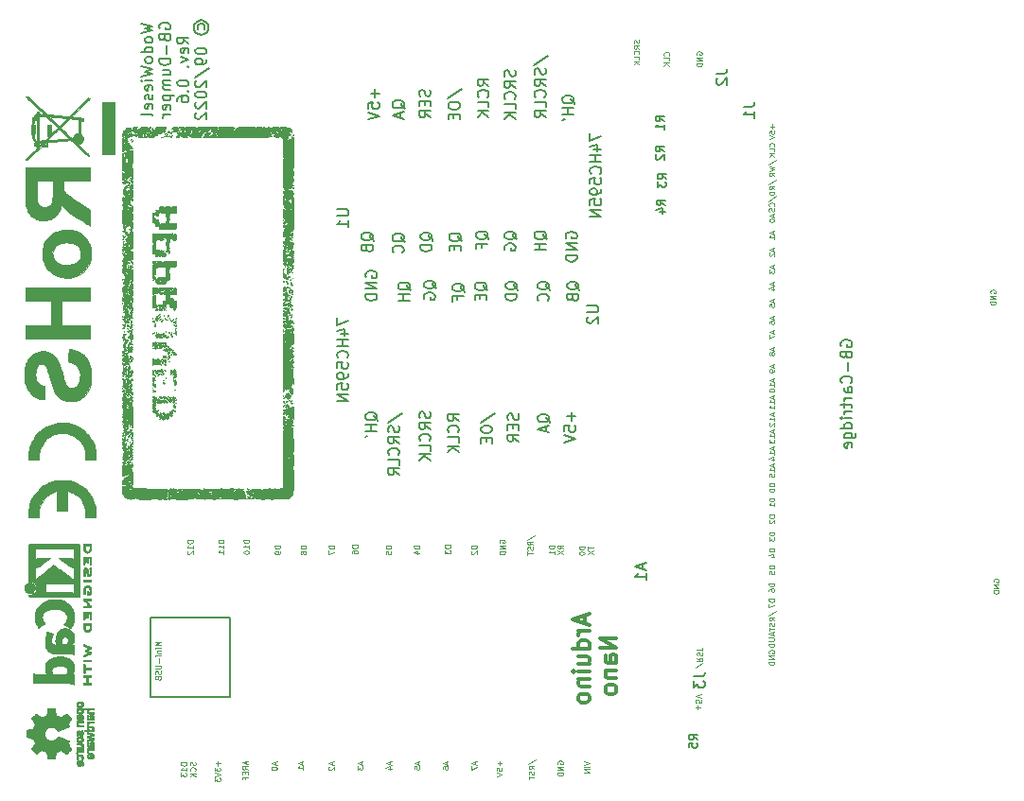
<source format=gbr>
%TF.GenerationSoftware,KiCad,Pcbnew,(6.0.4)*%
%TF.CreationDate,2022-09-13T21:46:03+02:00*%
%TF.ProjectId,GB-Dumper,47422d44-756d-4706-9572-2e6b69636164,0.6*%
%TF.SameCoordinates,Original*%
%TF.FileFunction,Legend,Bot*%
%TF.FilePolarity,Positive*%
%FSLAX46Y46*%
G04 Gerber Fmt 4.6, Leading zero omitted, Abs format (unit mm)*
G04 Created by KiCad (PCBNEW (6.0.4)) date 2022-09-13 21:46:03*
%MOMM*%
%LPD*%
G01*
G04 APERTURE LIST*
%ADD10C,0.150000*%
%ADD11C,0.125000*%
%ADD12C,0.300000*%
%ADD13C,0.010000*%
G04 APERTURE END LIST*
D10*
X11886000Y10438000D02*
X18998000Y10438000D01*
X18998000Y10438000D02*
X18998000Y17550000D01*
X18998000Y17550000D02*
X11886000Y17550000D01*
X11886000Y17550000D02*
X11886000Y10438000D01*
X44647619Y51419048D02*
X44600000Y51514286D01*
X44504761Y51609524D01*
X44361904Y51752381D01*
X44314285Y51847620D01*
X44314285Y51942858D01*
X44552380Y51895239D02*
X44504761Y51990477D01*
X44409523Y52085715D01*
X44219047Y52133334D01*
X43885714Y52133334D01*
X43695238Y52085715D01*
X43600000Y51990477D01*
X43552380Y51895239D01*
X43552380Y51704762D01*
X43600000Y51609524D01*
X43695238Y51514286D01*
X43885714Y51466667D01*
X44219047Y51466667D01*
X44409523Y51514286D01*
X44504761Y51609524D01*
X44552380Y51704762D01*
X44552380Y51895239D01*
X43600000Y50514286D02*
X43552380Y50609524D01*
X43552380Y50752381D01*
X43600000Y50895239D01*
X43695238Y50990477D01*
X43790476Y51038096D01*
X43980952Y51085715D01*
X44123809Y51085715D01*
X44314285Y51038096D01*
X44409523Y50990477D01*
X44504761Y50895239D01*
X44552380Y50752381D01*
X44552380Y50657143D01*
X44504761Y50514286D01*
X44457142Y50466667D01*
X44123809Y50466667D01*
X44123809Y50657143D01*
D11*
X67734236Y28300174D02*
X67234236Y28300174D01*
X67234236Y28181126D01*
X67258046Y28109698D01*
X67305665Y28062079D01*
X67353284Y28038269D01*
X67448522Y28014460D01*
X67519950Y28014460D01*
X67615188Y28038269D01*
X67662807Y28062079D01*
X67710426Y28109698D01*
X67734236Y28181126D01*
X67734236Y28300174D01*
X67734236Y27538269D02*
X67734236Y27823984D01*
X67734236Y27681126D02*
X67234236Y27681126D01*
X67305665Y27728746D01*
X67353284Y27776365D01*
X67377093Y27823984D01*
D10*
X37147619Y51319048D02*
X37100000Y51414286D01*
X37004761Y51509524D01*
X36861904Y51652381D01*
X36814285Y51747620D01*
X36814285Y51842858D01*
X37052380Y51795239D02*
X37004761Y51890477D01*
X36909523Y51985715D01*
X36719047Y52033334D01*
X36385714Y52033334D01*
X36195238Y51985715D01*
X36100000Y51890477D01*
X36052380Y51795239D01*
X36052380Y51604762D01*
X36100000Y51509524D01*
X36195238Y51414286D01*
X36385714Y51366667D01*
X36719047Y51366667D01*
X36909523Y51414286D01*
X37004761Y51509524D01*
X37052380Y51604762D01*
X37052380Y51795239D01*
X37052380Y50938096D02*
X36052380Y50938096D01*
X36052380Y50700000D01*
X36100000Y50557143D01*
X36195238Y50461905D01*
X36290476Y50414286D01*
X36480952Y50366667D01*
X36623809Y50366667D01*
X36814285Y50414286D01*
X36909523Y50461905D01*
X37004761Y50557143D01*
X37052380Y50700000D01*
X37052380Y50938096D01*
D11*
X33304335Y4709610D02*
X33304335Y4471515D01*
X33447192Y4757229D02*
X32947192Y4590563D01*
X33447192Y4423896D01*
X33113859Y4042944D02*
X33447192Y4042944D01*
X32923382Y4161991D02*
X33280525Y4281039D01*
X33280525Y3971515D01*
X67210426Y56392037D02*
X67853284Y56820608D01*
X67734236Y55939656D02*
X67496141Y56106322D01*
X67734236Y56225370D02*
X67234236Y56225370D01*
X67234236Y56034894D01*
X67258046Y55987275D01*
X67281855Y55963465D01*
X67329474Y55939656D01*
X67400903Y55939656D01*
X67448522Y55963465D01*
X67472331Y55987275D01*
X67496141Y56034894D01*
X67496141Y56225370D01*
X67734236Y55725370D02*
X67234236Y55725370D01*
X67234236Y55606322D01*
X67258046Y55534894D01*
X67305665Y55487275D01*
X67353284Y55463465D01*
X67448522Y55439656D01*
X67519950Y55439656D01*
X67615188Y55463465D01*
X67662807Y55487275D01*
X67710426Y55534894D01*
X67734236Y55606322D01*
X67734236Y55725370D01*
X38374939Y4709610D02*
X38374939Y4471515D01*
X38517796Y4757229D02*
X38017796Y4590563D01*
X38517796Y4423896D01*
X38017796Y4042944D02*
X38017796Y4138182D01*
X38041606Y4185801D01*
X38065415Y4209610D01*
X38136844Y4257229D01*
X38232082Y4281039D01*
X38422558Y4281039D01*
X38470177Y4257229D01*
X38493986Y4233420D01*
X38517796Y4185801D01*
X38517796Y4090563D01*
X38493986Y4042944D01*
X38470177Y4019134D01*
X38422558Y3995325D01*
X38303510Y3995325D01*
X38255891Y4019134D01*
X38232082Y4042944D01*
X38208272Y4090563D01*
X38208272Y4185801D01*
X38232082Y4233420D01*
X38255891Y4257229D01*
X38303510Y4281039D01*
X55602380Y69295239D02*
X55626190Y69223810D01*
X55626190Y69104762D01*
X55602380Y69057143D01*
X55578571Y69033334D01*
X55530952Y69009524D01*
X55483333Y69009524D01*
X55435714Y69033334D01*
X55411904Y69057143D01*
X55388095Y69104762D01*
X55364285Y69200000D01*
X55340476Y69247620D01*
X55316666Y69271429D01*
X55269047Y69295239D01*
X55221428Y69295239D01*
X55173809Y69271429D01*
X55150000Y69247620D01*
X55126190Y69200000D01*
X55126190Y69080953D01*
X55150000Y69009524D01*
X55626190Y68509524D02*
X55388095Y68676191D01*
X55626190Y68795239D02*
X55126190Y68795239D01*
X55126190Y68604762D01*
X55150000Y68557143D01*
X55173809Y68533334D01*
X55221428Y68509524D01*
X55292857Y68509524D01*
X55340476Y68533334D01*
X55364285Y68557143D01*
X55388095Y68604762D01*
X55388095Y68795239D01*
X55578571Y68009524D02*
X55602380Y68033334D01*
X55626190Y68104762D01*
X55626190Y68152381D01*
X55602380Y68223810D01*
X55554761Y68271429D01*
X55507142Y68295239D01*
X55411904Y68319048D01*
X55340476Y68319048D01*
X55245238Y68295239D01*
X55197619Y68271429D01*
X55150000Y68223810D01*
X55126190Y68152381D01*
X55126190Y68104762D01*
X55150000Y68033334D01*
X55173809Y68009524D01*
X55626190Y67557143D02*
X55626190Y67795239D01*
X55126190Y67795239D01*
X55626190Y67390477D02*
X55126190Y67390477D01*
X55626190Y67104762D02*
X55340476Y67319048D01*
X55126190Y67104762D02*
X55411904Y67390477D01*
D10*
X36898659Y36008641D02*
X36946278Y35865784D01*
X36946278Y35627688D01*
X36898659Y35532450D01*
X36851040Y35484831D01*
X36755802Y35437212D01*
X36660564Y35437212D01*
X36565326Y35484831D01*
X36517707Y35532450D01*
X36470088Y35627688D01*
X36422469Y35818164D01*
X36374850Y35913403D01*
X36327231Y35961022D01*
X36231993Y36008641D01*
X36136755Y36008641D01*
X36041517Y35961022D01*
X35993898Y35913403D01*
X35946278Y35818164D01*
X35946278Y35580069D01*
X35993898Y35437212D01*
X36946278Y34437212D02*
X36470088Y34770545D01*
X36946278Y35008641D02*
X35946278Y35008641D01*
X35946278Y34627688D01*
X35993898Y34532450D01*
X36041517Y34484831D01*
X36136755Y34437212D01*
X36279612Y34437212D01*
X36374850Y34484831D01*
X36422469Y34532450D01*
X36470088Y34627688D01*
X36470088Y35008641D01*
X36851040Y33437212D02*
X36898659Y33484831D01*
X36946278Y33627688D01*
X36946278Y33722926D01*
X36898659Y33865784D01*
X36803421Y33961022D01*
X36708183Y34008641D01*
X36517707Y34056260D01*
X36374850Y34056260D01*
X36184374Y34008641D01*
X36089136Y33961022D01*
X35993898Y33865784D01*
X35946278Y33722926D01*
X35946278Y33627688D01*
X35993898Y33484831D01*
X36041517Y33437212D01*
X36946278Y32532450D02*
X36946278Y33008641D01*
X35946278Y33008641D01*
X36946278Y32199117D02*
X35946278Y32199117D01*
X36946278Y31627688D02*
X36374850Y32056260D01*
X35946278Y31627688D02*
X36517707Y32199117D01*
D11*
X35836366Y4709610D02*
X35836366Y4471515D01*
X35979223Y4757229D02*
X35479223Y4590563D01*
X35979223Y4423896D01*
X35479223Y4019134D02*
X35479223Y4257229D01*
X35717318Y4281039D01*
X35693509Y4257229D01*
X35669699Y4209610D01*
X35669699Y4090563D01*
X35693509Y4042944D01*
X35717318Y4019134D01*
X35764937Y3995325D01*
X35883985Y3995325D01*
X35931604Y4019134D01*
X35955413Y4042944D01*
X35979223Y4090563D01*
X35979223Y4209610D01*
X35955413Y4257229D01*
X35931604Y4281039D01*
X23075260Y4659962D02*
X23075260Y4421867D01*
X23218117Y4707581D02*
X22718117Y4540915D01*
X23218117Y4374248D01*
X22718117Y4112343D02*
X22718117Y4064724D01*
X22741927Y4017105D01*
X22765736Y3993296D01*
X22813355Y3969486D01*
X22908593Y3945677D01*
X23027641Y3945677D01*
X23122879Y3969486D01*
X23170498Y3993296D01*
X23194307Y4017105D01*
X23218117Y4064724D01*
X23218117Y4112343D01*
X23194307Y4159962D01*
X23170498Y4183772D01*
X23122879Y4207581D01*
X23027641Y4231391D01*
X22908593Y4231391D01*
X22813355Y4207581D01*
X22765736Y4183772D01*
X22741927Y4159962D01*
X22718117Y4112343D01*
D10*
X46204761Y67052381D02*
X47490476Y67909524D01*
X47204761Y66766667D02*
X47252380Y66623810D01*
X47252380Y66385715D01*
X47204761Y66290477D01*
X47157142Y66242858D01*
X47061904Y66195239D01*
X46966666Y66195239D01*
X46871428Y66242858D01*
X46823809Y66290477D01*
X46776190Y66385715D01*
X46728571Y66576191D01*
X46680952Y66671429D01*
X46633333Y66719048D01*
X46538095Y66766667D01*
X46442857Y66766667D01*
X46347619Y66719048D01*
X46300000Y66671429D01*
X46252380Y66576191D01*
X46252380Y66338096D01*
X46300000Y66195239D01*
X47252380Y65195239D02*
X46776190Y65528572D01*
X47252380Y65766667D02*
X46252380Y65766667D01*
X46252380Y65385715D01*
X46300000Y65290477D01*
X46347619Y65242858D01*
X46442857Y65195239D01*
X46585714Y65195239D01*
X46680952Y65242858D01*
X46728571Y65290477D01*
X46776190Y65385715D01*
X46776190Y65766667D01*
X47157142Y64195239D02*
X47204761Y64242858D01*
X47252380Y64385715D01*
X47252380Y64480953D01*
X47204761Y64623810D01*
X47109523Y64719048D01*
X47014285Y64766667D01*
X46823809Y64814286D01*
X46680952Y64814286D01*
X46490476Y64766667D01*
X46395238Y64719048D01*
X46300000Y64623810D01*
X46252380Y64480953D01*
X46252380Y64385715D01*
X46300000Y64242858D01*
X46347619Y64195239D01*
X47252380Y63290477D02*
X47252380Y63766667D01*
X46252380Y63766667D01*
X47252380Y62385715D02*
X46776190Y62719048D01*
X47252380Y62957143D02*
X46252380Y62957143D01*
X46252380Y62576191D01*
X46300000Y62480953D01*
X46347619Y62433334D01*
X46442857Y62385715D01*
X46585714Y62385715D01*
X46680952Y62433334D01*
X46728571Y62480953D01*
X46776190Y62576191D01*
X46776190Y62957143D01*
D11*
X67686617Y59761455D02*
X67710426Y59785264D01*
X67734236Y59856693D01*
X67734236Y59904312D01*
X67710426Y59975740D01*
X67662807Y60023359D01*
X67615188Y60047169D01*
X67519950Y60070978D01*
X67448522Y60070978D01*
X67353284Y60047169D01*
X67305665Y60023359D01*
X67258046Y59975740D01*
X67234236Y59904312D01*
X67234236Y59856693D01*
X67258046Y59785264D01*
X67281855Y59761455D01*
X67734236Y59309074D02*
X67734236Y59547169D01*
X67234236Y59547169D01*
X67734236Y59142407D02*
X67234236Y59142407D01*
X67734236Y58856693D02*
X67448522Y59070978D01*
X67234236Y58856693D02*
X67519950Y59142407D01*
X45702380Y4464286D02*
X46345238Y4892858D01*
X46226190Y4011905D02*
X45988095Y4178572D01*
X46226190Y4297620D02*
X45726190Y4297620D01*
X45726190Y4107143D01*
X45750000Y4059524D01*
X45773809Y4035715D01*
X45821428Y4011905D01*
X45892857Y4011905D01*
X45940476Y4035715D01*
X45964285Y4059524D01*
X45988095Y4107143D01*
X45988095Y4297620D01*
X46202380Y3821429D02*
X46226190Y3750000D01*
X46226190Y3630953D01*
X46202380Y3583334D01*
X46178571Y3559524D01*
X46130952Y3535715D01*
X46083333Y3535715D01*
X46035714Y3559524D01*
X46011904Y3583334D01*
X45988095Y3630953D01*
X45964285Y3726191D01*
X45940476Y3773810D01*
X45916666Y3797620D01*
X45869047Y3821429D01*
X45821428Y3821429D01*
X45773809Y3797620D01*
X45750000Y3773810D01*
X45726190Y3726191D01*
X45726190Y3607143D01*
X45750000Y3535715D01*
X45726190Y3392858D02*
X45726190Y3107143D01*
X46226190Y3250000D02*
X45726190Y3250000D01*
X67726190Y19269048D02*
X67226190Y19269048D01*
X67226190Y19150000D01*
X67250000Y19078572D01*
X67297619Y19030953D01*
X67345238Y19007143D01*
X67440476Y18983334D01*
X67511904Y18983334D01*
X67607142Y19007143D01*
X67654761Y19030953D01*
X67702380Y19078572D01*
X67726190Y19150000D01*
X67726190Y19269048D01*
X67226190Y18816667D02*
X67226190Y18483334D01*
X67726190Y18697620D01*
X67591379Y34402973D02*
X67591379Y34164877D01*
X67734236Y34450592D02*
X67234236Y34283925D01*
X67734236Y34117258D01*
X67734236Y33688687D02*
X67734236Y33974401D01*
X67734236Y33831544D02*
X67234236Y33831544D01*
X67305665Y33879163D01*
X67353284Y33926782D01*
X67377093Y33974401D01*
X67234236Y33522020D02*
X67234236Y33212496D01*
X67424712Y33379163D01*
X67424712Y33307734D01*
X67448522Y33260115D01*
X67472331Y33236306D01*
X67519950Y33212496D01*
X67638998Y33212496D01*
X67686617Y33236306D01*
X67710426Y33260115D01*
X67734236Y33307734D01*
X67734236Y33450592D01*
X67710426Y33498211D01*
X67686617Y33522020D01*
D10*
X42019619Y46871429D02*
X41972000Y46966667D01*
X41876761Y47061905D01*
X41733904Y47204762D01*
X41686285Y47300000D01*
X41686285Y47395239D01*
X41924380Y47347620D02*
X41876761Y47442858D01*
X41781523Y47538096D01*
X41591047Y47585715D01*
X41257714Y47585715D01*
X41067238Y47538096D01*
X40972000Y47442858D01*
X40924380Y47347620D01*
X40924380Y47157143D01*
X40972000Y47061905D01*
X41067238Y46966667D01*
X41257714Y46919048D01*
X41591047Y46919048D01*
X41781523Y46966667D01*
X41876761Y47061905D01*
X41924380Y47157143D01*
X41924380Y47347620D01*
X41400571Y46490477D02*
X41400571Y46157143D01*
X41924380Y46014286D02*
X41924380Y46490477D01*
X40924380Y46490477D01*
X40924380Y46014286D01*
D11*
X67591379Y52199493D02*
X67591379Y51961398D01*
X67734236Y52247112D02*
X67234236Y52080446D01*
X67734236Y51913779D01*
X67734236Y51485208D02*
X67734236Y51770922D01*
X67734236Y51628065D02*
X67234236Y51628065D01*
X67305665Y51675684D01*
X67353284Y51723303D01*
X67377093Y51770922D01*
X58278571Y67897620D02*
X58302380Y67921429D01*
X58326190Y67992858D01*
X58326190Y68040477D01*
X58302380Y68111905D01*
X58254761Y68159524D01*
X58207142Y68183334D01*
X58111904Y68207143D01*
X58040476Y68207143D01*
X57945238Y68183334D01*
X57897619Y68159524D01*
X57850000Y68111905D01*
X57826190Y68040477D01*
X57826190Y67992858D01*
X57850000Y67921429D01*
X57873809Y67897620D01*
X58326190Y67445239D02*
X58326190Y67683334D01*
X57826190Y67683334D01*
X58326190Y67278572D02*
X57826190Y67278572D01*
X58326190Y66992858D02*
X58040476Y67207143D01*
X57826190Y66992858D02*
X58111904Y67278572D01*
D10*
X49847619Y63580953D02*
X49800000Y63676191D01*
X49704761Y63771429D01*
X49561904Y63914286D01*
X49514285Y64009524D01*
X49514285Y64104762D01*
X49752380Y64057143D02*
X49704761Y64152381D01*
X49609523Y64247620D01*
X49419047Y64295239D01*
X49085714Y64295239D01*
X48895238Y64247620D01*
X48800000Y64152381D01*
X48752380Y64057143D01*
X48752380Y63866667D01*
X48800000Y63771429D01*
X48895238Y63676191D01*
X49085714Y63628572D01*
X49419047Y63628572D01*
X49609523Y63676191D01*
X49704761Y63771429D01*
X49752380Y63866667D01*
X49752380Y64057143D01*
X49752380Y63200000D02*
X48752380Y63200000D01*
X49228571Y63200000D02*
X49228571Y62628572D01*
X49752380Y62628572D02*
X48752380Y62628572D01*
X48752380Y62104762D02*
X48942857Y62200000D01*
D11*
X67734236Y22242505D02*
X67234236Y22242505D01*
X67234236Y22123457D01*
X67258046Y22052029D01*
X67305665Y22004410D01*
X67353284Y21980600D01*
X67448522Y21956791D01*
X67519950Y21956791D01*
X67615188Y21980600D01*
X67662807Y22004410D01*
X67710426Y22052029D01*
X67734236Y22123457D01*
X67734236Y22242505D01*
X67234236Y21504410D02*
X67234236Y21742505D01*
X67472331Y21766315D01*
X67448522Y21742505D01*
X67424712Y21694886D01*
X67424712Y21575838D01*
X67448522Y21528219D01*
X67472331Y21504410D01*
X67519950Y21480600D01*
X67638998Y21480600D01*
X67686617Y21504410D01*
X67710426Y21528219D01*
X67734236Y21575838D01*
X67734236Y21694886D01*
X67710426Y21742505D01*
X67686617Y21766315D01*
X67583333Y16230953D02*
X67583333Y15992858D01*
X67726190Y16278572D02*
X67226190Y16111905D01*
X67726190Y15945239D01*
X67226190Y15778572D02*
X67630952Y15778572D01*
X67678571Y15754762D01*
X67702380Y15730953D01*
X67726190Y15683334D01*
X67726190Y15588096D01*
X67702380Y15540477D01*
X67678571Y15516667D01*
X67630952Y15492858D01*
X67226190Y15492858D01*
X67726190Y15254762D02*
X67226190Y15254762D01*
X67226190Y15135715D01*
X67250000Y15064286D01*
X67297619Y15016667D01*
X67345238Y14992858D01*
X67440476Y14969048D01*
X67511904Y14969048D01*
X67607142Y14992858D01*
X67654761Y15016667D01*
X67702380Y15064286D01*
X67726190Y15135715D01*
X67726190Y15254762D01*
X67591379Y46104151D02*
X67591379Y45866056D01*
X67734236Y46151770D02*
X67234236Y45985104D01*
X67734236Y45818437D01*
X67234236Y45413675D02*
X67234236Y45651770D01*
X67472331Y45675580D01*
X67448522Y45651770D01*
X67424712Y45604151D01*
X67424712Y45485104D01*
X67448522Y45437485D01*
X67472331Y45413675D01*
X67519950Y45389866D01*
X67638998Y45389866D01*
X67686617Y45413675D01*
X67710426Y45437485D01*
X67734236Y45485104D01*
X67734236Y45604151D01*
X67710426Y45651770D01*
X67686617Y45675580D01*
X38726190Y24069048D02*
X38226190Y24069048D01*
X38226190Y23950000D01*
X38250000Y23878572D01*
X38297619Y23830953D01*
X38345238Y23807143D01*
X38440476Y23783334D01*
X38511904Y23783334D01*
X38607142Y23807143D01*
X38654761Y23830953D01*
X38702380Y23878572D01*
X38726190Y23950000D01*
X38726190Y24069048D01*
X38226190Y23616667D02*
X38226190Y23307143D01*
X38416666Y23473810D01*
X38416666Y23402381D01*
X38440476Y23354762D01*
X38464285Y23330953D01*
X38511904Y23307143D01*
X38630952Y23307143D01*
X38678571Y23330953D01*
X38702380Y23354762D01*
X38726190Y23402381D01*
X38726190Y23545239D01*
X38702380Y23592858D01*
X38678571Y23616667D01*
X50711050Y4751144D02*
X51211050Y4584477D01*
X50711050Y4417810D01*
X51211050Y4251144D02*
X50711050Y4251144D01*
X51211050Y4013048D02*
X50711050Y4013048D01*
X51211050Y3727334D01*
X50711050Y3727334D01*
D10*
X31971428Y64885715D02*
X31971428Y64123810D01*
X32352380Y64504762D02*
X31590476Y64504762D01*
X31352380Y63171429D02*
X31352380Y63647620D01*
X31828571Y63695239D01*
X31780952Y63647620D01*
X31733333Y63552381D01*
X31733333Y63314286D01*
X31780952Y63219048D01*
X31828571Y63171429D01*
X31923809Y63123810D01*
X32161904Y63123810D01*
X32257142Y63171429D01*
X32304761Y63219048D01*
X32352380Y63314286D01*
X32352380Y63552381D01*
X32304761Y63647620D01*
X32257142Y63695239D01*
X31352380Y62838096D02*
X32352380Y62504762D01*
X31352380Y62171429D01*
D11*
X67591379Y40262910D02*
X67591379Y40024815D01*
X67734236Y40310529D02*
X67234236Y40143863D01*
X67734236Y39977196D01*
X67734236Y39786720D02*
X67734236Y39691482D01*
X67710426Y39643863D01*
X67686617Y39620053D01*
X67615188Y39572434D01*
X67519950Y39548625D01*
X67329474Y39548625D01*
X67281855Y39572434D01*
X67258046Y39596244D01*
X67234236Y39643863D01*
X67234236Y39739101D01*
X67258046Y39786720D01*
X67281855Y39810529D01*
X67329474Y39834339D01*
X67448522Y39834339D01*
X67496141Y39810529D01*
X67519950Y39786720D01*
X67543760Y39739101D01*
X67543760Y39643863D01*
X67519950Y39596244D01*
X67496141Y39572434D01*
X67448522Y39548625D01*
X67591379Y38978708D02*
X67591379Y38740612D01*
X67734236Y39026327D02*
X67234236Y38859660D01*
X67734236Y38692993D01*
X67734236Y38264422D02*
X67734236Y38550136D01*
X67734236Y38407279D02*
X67234236Y38407279D01*
X67305665Y38454898D01*
X67353284Y38502517D01*
X67377093Y38550136D01*
X67234236Y37954898D02*
X67234236Y37907279D01*
X67258046Y37859660D01*
X67281855Y37835850D01*
X67329474Y37812041D01*
X67424712Y37788231D01*
X67543760Y37788231D01*
X67638998Y37812041D01*
X67686617Y37835850D01*
X67710426Y37859660D01*
X67734236Y37907279D01*
X67734236Y37954898D01*
X67710426Y38002517D01*
X67686617Y38026327D01*
X67638998Y38050136D01*
X67543760Y38073946D01*
X67424712Y38073946D01*
X67329474Y38050136D01*
X67281855Y38026327D01*
X67258046Y38002517D01*
X67234236Y37954898D01*
X67543760Y61759693D02*
X67543760Y61378740D01*
X67734236Y61569216D02*
X67353284Y61569216D01*
X67234236Y60902550D02*
X67234236Y61140645D01*
X67472331Y61164455D01*
X67448522Y61140645D01*
X67424712Y61093026D01*
X67424712Y60973978D01*
X67448522Y60926359D01*
X67472331Y60902550D01*
X67519950Y60878740D01*
X67638998Y60878740D01*
X67686617Y60902550D01*
X67710426Y60926359D01*
X67734236Y60973978D01*
X67734236Y61093026D01*
X67710426Y61140645D01*
X67686617Y61164455D01*
X67234236Y60735883D02*
X67734236Y60569216D01*
X67234236Y60402550D01*
X67250000Y14402435D02*
X67226190Y14450054D01*
X67226190Y14521482D01*
X67250000Y14592911D01*
X67297619Y14640530D01*
X67345238Y14664340D01*
X67440476Y14688149D01*
X67511904Y14688149D01*
X67607142Y14664340D01*
X67654761Y14640530D01*
X67702380Y14592911D01*
X67726190Y14521482D01*
X67726190Y14473863D01*
X67702380Y14402435D01*
X67678571Y14378625D01*
X67511904Y14378625D01*
X67511904Y14473863D01*
X67726190Y14164340D02*
X67226190Y14164340D01*
X67726190Y13878625D01*
X67226190Y13878625D01*
X67726190Y13640530D02*
X67226190Y13640530D01*
X67226190Y13521482D01*
X67250000Y13450054D01*
X67297619Y13402435D01*
X67345238Y13378625D01*
X67440476Y13354816D01*
X67511904Y13354816D01*
X67607142Y13378625D01*
X67654761Y13402435D01*
X67702380Y13450054D01*
X67726190Y13521482D01*
X67726190Y13640530D01*
X48335222Y4485181D02*
X48311412Y4532800D01*
X48311412Y4604228D01*
X48335222Y4675657D01*
X48382841Y4723276D01*
X48430460Y4747086D01*
X48525698Y4770895D01*
X48597126Y4770895D01*
X48692364Y4747086D01*
X48739983Y4723276D01*
X48787602Y4675657D01*
X48811412Y4604228D01*
X48811412Y4556609D01*
X48787602Y4485181D01*
X48763793Y4461371D01*
X48597126Y4461371D01*
X48597126Y4556609D01*
X48811412Y4247086D02*
X48311412Y4247086D01*
X48811412Y3961371D01*
X48311412Y3961371D01*
X48811412Y3723276D02*
X48311412Y3723276D01*
X48311412Y3604228D01*
X48335222Y3532800D01*
X48382841Y3485181D01*
X48430460Y3461371D01*
X48525698Y3437562D01*
X48597126Y3437562D01*
X48692364Y3461371D01*
X48739983Y3485181D01*
X48787602Y3532800D01*
X48811412Y3604228D01*
X48811412Y3723276D01*
X40923519Y4709610D02*
X40923519Y4471515D01*
X41066376Y4757229D02*
X40566376Y4590563D01*
X41066376Y4423896D01*
X40566376Y4304848D02*
X40566376Y3971515D01*
X41066376Y4185801D01*
D10*
X34641619Y51219048D02*
X34594000Y51314286D01*
X34498761Y51409524D01*
X34355904Y51552381D01*
X34308285Y51647620D01*
X34308285Y51742858D01*
X34546380Y51695239D02*
X34498761Y51790477D01*
X34403523Y51885715D01*
X34213047Y51933334D01*
X33879714Y51933334D01*
X33689238Y51885715D01*
X33594000Y51790477D01*
X33546380Y51695239D01*
X33546380Y51504762D01*
X33594000Y51409524D01*
X33689238Y51314286D01*
X33879714Y51266667D01*
X34213047Y51266667D01*
X34403523Y51314286D01*
X34498761Y51409524D01*
X34546380Y51504762D01*
X34546380Y51695239D01*
X34451142Y50266667D02*
X34498761Y50314286D01*
X34546380Y50457143D01*
X34546380Y50552381D01*
X34498761Y50695239D01*
X34403523Y50790477D01*
X34308285Y50838096D01*
X34117809Y50885715D01*
X33974952Y50885715D01*
X33784476Y50838096D01*
X33689238Y50790477D01*
X33594000Y50695239D01*
X33546380Y50552381D01*
X33546380Y50457143D01*
X33594000Y50314286D01*
X33641619Y50266667D01*
D11*
X15668190Y24507143D02*
X15168190Y24507143D01*
X15168190Y24388096D01*
X15192000Y24316667D01*
X15239619Y24269048D01*
X15287238Y24245239D01*
X15382476Y24221429D01*
X15453904Y24221429D01*
X15549142Y24245239D01*
X15596761Y24269048D01*
X15644380Y24316667D01*
X15668190Y24388096D01*
X15668190Y24507143D01*
X15668190Y23745239D02*
X15668190Y24030953D01*
X15668190Y23888096D02*
X15168190Y23888096D01*
X15239619Y23935715D01*
X15287238Y23983334D01*
X15311047Y24030953D01*
X15215809Y23554762D02*
X15192000Y23530953D01*
X15168190Y23483334D01*
X15168190Y23364286D01*
X15192000Y23316667D01*
X15215809Y23292858D01*
X15263428Y23269048D01*
X15311047Y23269048D01*
X15382476Y23292858D01*
X15668190Y23578572D01*
X15668190Y23269048D01*
X60864285Y9357143D02*
X60864285Y9738096D01*
X60673809Y9547620D02*
X61054761Y9547620D01*
X61173809Y10214286D02*
X61173809Y9976191D01*
X60935714Y9952381D01*
X60959523Y9976191D01*
X60983333Y10023810D01*
X60983333Y10142858D01*
X60959523Y10190477D01*
X60935714Y10214286D01*
X60888095Y10238096D01*
X60769047Y10238096D01*
X60721428Y10214286D01*
X60697619Y10190477D01*
X60673809Y10142858D01*
X60673809Y10023810D01*
X60697619Y9976191D01*
X60721428Y9952381D01*
X61173809Y10380953D02*
X60673809Y10547620D01*
X61173809Y10714286D01*
X50723690Y23969048D02*
X50223690Y23969048D01*
X50223690Y23850000D01*
X50247500Y23778572D01*
X50295119Y23730953D01*
X50342738Y23707143D01*
X50437976Y23683334D01*
X50509404Y23683334D01*
X50604642Y23707143D01*
X50652261Y23730953D01*
X50699880Y23778572D01*
X50723690Y23850000D01*
X50723690Y23969048D01*
X50223690Y23373810D02*
X50223690Y23326191D01*
X50247500Y23278572D01*
X50271309Y23254762D01*
X50318928Y23230953D01*
X50414166Y23207143D01*
X50533214Y23207143D01*
X50628452Y23230953D01*
X50676071Y23254762D01*
X50699880Y23278572D01*
X50723690Y23326191D01*
X50723690Y23373810D01*
X50699880Y23421429D01*
X50676071Y23445239D01*
X50628452Y23469048D01*
X50533214Y23492858D01*
X50414166Y23492858D01*
X50318928Y23469048D01*
X50271309Y23445239D01*
X50247500Y23421429D01*
X50223690Y23373810D01*
X51028690Y23980953D02*
X51028690Y23695239D01*
X51528690Y23838096D02*
X51028690Y23838096D01*
X51028690Y23576191D02*
X51528690Y23242858D01*
X51028690Y23242858D02*
X51528690Y23576191D01*
X15120229Y4612076D02*
X14620229Y4612076D01*
X14620229Y4493029D01*
X14644039Y4421600D01*
X14691658Y4373981D01*
X14739277Y4350172D01*
X14834515Y4326362D01*
X14905943Y4326362D01*
X15001181Y4350172D01*
X15048800Y4373981D01*
X15096419Y4421600D01*
X15120229Y4493029D01*
X15120229Y4612076D01*
X15120229Y3850172D02*
X15120229Y4135886D01*
X15120229Y3993029D02*
X14620229Y3993029D01*
X14691658Y4040648D01*
X14739277Y4088267D01*
X14763086Y4135886D01*
X14620229Y3683505D02*
X14620229Y3373981D01*
X14810705Y3540648D01*
X14810705Y3469219D01*
X14834515Y3421600D01*
X14858324Y3397791D01*
X14905943Y3373981D01*
X15024991Y3373981D01*
X15072610Y3397791D01*
X15096419Y3421600D01*
X15120229Y3469219D01*
X15120229Y3612076D01*
X15096419Y3659695D01*
X15072610Y3683505D01*
X15901419Y4647791D02*
X15925229Y4576362D01*
X15925229Y4457314D01*
X15901419Y4409695D01*
X15877610Y4385886D01*
X15829991Y4362076D01*
X15782372Y4362076D01*
X15734753Y4385886D01*
X15710943Y4409695D01*
X15687134Y4457314D01*
X15663324Y4552553D01*
X15639515Y4600172D01*
X15615705Y4623981D01*
X15568086Y4647791D01*
X15520467Y4647791D01*
X15472848Y4623981D01*
X15449039Y4600172D01*
X15425229Y4552553D01*
X15425229Y4433505D01*
X15449039Y4362076D01*
X15877610Y3862076D02*
X15901419Y3885886D01*
X15925229Y3957314D01*
X15925229Y4004933D01*
X15901419Y4076362D01*
X15853800Y4123981D01*
X15806181Y4147791D01*
X15710943Y4171600D01*
X15639515Y4171600D01*
X15544277Y4147791D01*
X15496658Y4123981D01*
X15449039Y4076362D01*
X15425229Y4004933D01*
X15425229Y3957314D01*
X15449039Y3885886D01*
X15472848Y3862076D01*
X15925229Y3647791D02*
X15425229Y3647791D01*
X15925229Y3362076D02*
X15639515Y3576362D01*
X15425229Y3362076D02*
X15710943Y3647791D01*
D10*
X41404761Y35047620D02*
X42690476Y35904762D01*
X41452380Y34523810D02*
X41452380Y34333334D01*
X41500000Y34238096D01*
X41595238Y34142858D01*
X41785714Y34095239D01*
X42119047Y34095239D01*
X42309523Y34142858D01*
X42404761Y34238096D01*
X42452380Y34333334D01*
X42452380Y34523810D01*
X42404761Y34619048D01*
X42309523Y34714286D01*
X42119047Y34761905D01*
X41785714Y34761905D01*
X41595238Y34714286D01*
X41500000Y34619048D01*
X41452380Y34523810D01*
X41928571Y33666667D02*
X41928571Y33333334D01*
X42452380Y33190477D02*
X42452380Y33666667D01*
X41452380Y33666667D01*
X41452380Y33190477D01*
D11*
X43159693Y4747086D02*
X43159693Y4366133D01*
X43350169Y4556609D02*
X42969217Y4556609D01*
X42850169Y3889943D02*
X42850169Y4128038D01*
X43088264Y4151848D01*
X43064455Y4128038D01*
X43040645Y4080419D01*
X43040645Y3961371D01*
X43064455Y3913752D01*
X43088264Y3889943D01*
X43135883Y3866133D01*
X43254931Y3866133D01*
X43302550Y3889943D01*
X43326359Y3913752D01*
X43350169Y3961371D01*
X43350169Y4080419D01*
X43326359Y4128038D01*
X43302550Y4151848D01*
X42850169Y3723276D02*
X43350169Y3556609D01*
X42850169Y3389943D01*
X67734236Y26780952D02*
X67234236Y26780952D01*
X67234236Y26661904D01*
X67258046Y26590476D01*
X67305665Y26542857D01*
X67353284Y26519047D01*
X67448522Y26495238D01*
X67519950Y26495238D01*
X67615188Y26519047D01*
X67662807Y26542857D01*
X67710426Y26590476D01*
X67734236Y26661904D01*
X67734236Y26780952D01*
X67281855Y26304762D02*
X67258046Y26280952D01*
X67234236Y26233333D01*
X67234236Y26114285D01*
X67258046Y26066666D01*
X67281855Y26042857D01*
X67329474Y26019047D01*
X67377093Y26019047D01*
X67448522Y26042857D01*
X67734236Y26328571D01*
X67734236Y26019047D01*
X67591379Y47626449D02*
X67591379Y47388354D01*
X67734236Y47674068D02*
X67234236Y47507402D01*
X67734236Y47340735D01*
X67400903Y46959783D02*
X67734236Y46959783D01*
X67210426Y47078830D02*
X67567569Y47197878D01*
X67567569Y46888354D01*
X67210426Y58126882D02*
X67853284Y58555453D01*
X67234236Y58007834D02*
X67734236Y57888787D01*
X67377093Y57793549D01*
X67734236Y57698311D01*
X67234236Y57579263D01*
X67734236Y57103073D02*
X67496141Y57269739D01*
X67734236Y57388787D02*
X67234236Y57388787D01*
X67234236Y57198311D01*
X67258046Y57150692D01*
X67281855Y57126882D01*
X67329474Y57103073D01*
X67400903Y57103073D01*
X67448522Y57126882D01*
X67472331Y57150692D01*
X67496141Y57198311D01*
X67496141Y57388787D01*
X17930481Y4720394D02*
X17930481Y4339441D01*
X18120957Y4529918D02*
X17740005Y4529918D01*
X17620957Y4148965D02*
X17620957Y3839441D01*
X17811433Y4006108D01*
X17811433Y3934680D01*
X17835243Y3887061D01*
X17859052Y3863251D01*
X17906671Y3839441D01*
X18025719Y3839441D01*
X18073338Y3863251D01*
X18097147Y3887061D01*
X18120957Y3934680D01*
X18120957Y4077537D01*
X18097147Y4125156D01*
X18073338Y4148965D01*
X17620957Y3696584D02*
X18120957Y3529918D01*
X17620957Y3363251D01*
X17620957Y3244203D02*
X17620957Y2934680D01*
X17811433Y3101346D01*
X17811433Y3029918D01*
X17835243Y2982299D01*
X17859052Y2958489D01*
X17906671Y2934680D01*
X18025719Y2934680D01*
X18073338Y2958489D01*
X18097147Y2982299D01*
X18120957Y3029918D01*
X18120957Y3172775D01*
X18097147Y3220394D01*
X18073338Y3244203D01*
D10*
X31200000Y48061905D02*
X31152380Y48157143D01*
X31152380Y48300000D01*
X31200000Y48442858D01*
X31295238Y48538096D01*
X31390476Y48585715D01*
X31580952Y48633334D01*
X31723809Y48633334D01*
X31914285Y48585715D01*
X32009523Y48538096D01*
X32104761Y48442858D01*
X32152380Y48300000D01*
X32152380Y48204762D01*
X32104761Y48061905D01*
X32057142Y48014286D01*
X31723809Y48014286D01*
X31723809Y48204762D01*
X32152380Y47585715D02*
X31152380Y47585715D01*
X32152380Y47014286D01*
X31152380Y47014286D01*
X32152380Y46538096D02*
X31152380Y46538096D01*
X31152380Y46300000D01*
X31200000Y46157143D01*
X31295238Y46061905D01*
X31390476Y46014286D01*
X31580952Y45966667D01*
X31723809Y45966667D01*
X31914285Y46014286D01*
X32009523Y46061905D01*
X32104761Y46157143D01*
X32152380Y46300000D01*
X32152380Y46538096D01*
X39499054Y35188317D02*
X39022864Y35521650D01*
X39499054Y35759745D02*
X38499054Y35759745D01*
X38499054Y35378793D01*
X38546674Y35283555D01*
X38594293Y35235936D01*
X38689531Y35188317D01*
X38832388Y35188317D01*
X38927626Y35235936D01*
X38975245Y35283555D01*
X39022864Y35378793D01*
X39022864Y35759745D01*
X39403816Y34188317D02*
X39451435Y34235936D01*
X39499054Y34378793D01*
X39499054Y34474031D01*
X39451435Y34616888D01*
X39356197Y34712126D01*
X39260959Y34759745D01*
X39070483Y34807364D01*
X38927626Y34807364D01*
X38737150Y34759745D01*
X38641912Y34712126D01*
X38546674Y34616888D01*
X38499054Y34474031D01*
X38499054Y34378793D01*
X38546674Y34235936D01*
X38594293Y34188317D01*
X39499054Y33283555D02*
X39499054Y33759745D01*
X38499054Y33759745D01*
X39499054Y32950221D02*
X38499054Y32950221D01*
X39499054Y32378793D02*
X38927626Y32807364D01*
X38499054Y32378793D02*
X39070483Y32950221D01*
D11*
X41068190Y24015048D02*
X40568190Y24015048D01*
X40568190Y23896000D01*
X40592000Y23824572D01*
X40639619Y23776953D01*
X40687238Y23753143D01*
X40782476Y23729334D01*
X40853904Y23729334D01*
X40949142Y23753143D01*
X40996761Y23776953D01*
X41044380Y23824572D01*
X41068190Y23896000D01*
X41068190Y24015048D01*
X40615809Y23538858D02*
X40592000Y23515048D01*
X40568190Y23467429D01*
X40568190Y23348381D01*
X40592000Y23300762D01*
X40615809Y23276953D01*
X40663428Y23253143D01*
X40711047Y23253143D01*
X40782476Y23276953D01*
X41068190Y23562667D01*
X41068190Y23253143D01*
D10*
X11078450Y70768137D02*
X12078450Y70530042D01*
X11364165Y70339566D01*
X12078450Y70149089D01*
X11078450Y69910994D01*
X12078450Y69387185D02*
X12030831Y69482423D01*
X11983212Y69530042D01*
X11887974Y69577661D01*
X11602260Y69577661D01*
X11507022Y69530042D01*
X11459403Y69482423D01*
X11411784Y69387185D01*
X11411784Y69244328D01*
X11459403Y69149089D01*
X11507022Y69101470D01*
X11602260Y69053851D01*
X11887974Y69053851D01*
X11983212Y69101470D01*
X12030831Y69149089D01*
X12078450Y69244328D01*
X12078450Y69387185D01*
X12078450Y68196709D02*
X11078450Y68196709D01*
X12030831Y68196709D02*
X12078450Y68291947D01*
X12078450Y68482423D01*
X12030831Y68577661D01*
X11983212Y68625280D01*
X11887974Y68672899D01*
X11602260Y68672899D01*
X11507022Y68625280D01*
X11459403Y68577661D01*
X11411784Y68482423D01*
X11411784Y68291947D01*
X11459403Y68196709D01*
X12078450Y67577661D02*
X12030831Y67672899D01*
X11983212Y67720518D01*
X11887974Y67768137D01*
X11602260Y67768137D01*
X11507022Y67720518D01*
X11459403Y67672899D01*
X11411784Y67577661D01*
X11411784Y67434804D01*
X11459403Y67339566D01*
X11507022Y67291947D01*
X11602260Y67244328D01*
X11887974Y67244328D01*
X11983212Y67291947D01*
X12030831Y67339566D01*
X12078450Y67434804D01*
X12078450Y67577661D01*
X11078450Y66910994D02*
X12078450Y66672899D01*
X11364165Y66482423D01*
X12078450Y66291947D01*
X11078450Y66053851D01*
X12078450Y65672899D02*
X11411784Y65672899D01*
X11078450Y65672899D02*
X11126070Y65720518D01*
X11173689Y65672899D01*
X11126070Y65625280D01*
X11078450Y65672899D01*
X11173689Y65672899D01*
X12030831Y64815756D02*
X12078450Y64910994D01*
X12078450Y65101470D01*
X12030831Y65196709D01*
X11935593Y65244328D01*
X11554641Y65244328D01*
X11459403Y65196709D01*
X11411784Y65101470D01*
X11411784Y64910994D01*
X11459403Y64815756D01*
X11554641Y64768137D01*
X11649879Y64768137D01*
X11745117Y65244328D01*
X12030831Y64387185D02*
X12078450Y64291947D01*
X12078450Y64101470D01*
X12030831Y64006232D01*
X11935593Y63958613D01*
X11887974Y63958613D01*
X11792736Y64006232D01*
X11745117Y64101470D01*
X11745117Y64244328D01*
X11697498Y64339566D01*
X11602260Y64387185D01*
X11554641Y64387185D01*
X11459403Y64339566D01*
X11411784Y64244328D01*
X11411784Y64101470D01*
X11459403Y64006232D01*
X12030831Y63149089D02*
X12078450Y63244328D01*
X12078450Y63434804D01*
X12030831Y63530042D01*
X11935593Y63577661D01*
X11554641Y63577661D01*
X11459403Y63530042D01*
X11411784Y63434804D01*
X11411784Y63244328D01*
X11459403Y63149089D01*
X11554641Y63101470D01*
X11649879Y63101470D01*
X11745117Y63577661D01*
X12078450Y62530042D02*
X12030831Y62625280D01*
X11935593Y62672899D01*
X11078450Y62672899D01*
X12736070Y70315756D02*
X12688450Y70410994D01*
X12688450Y70553851D01*
X12736070Y70696709D01*
X12831308Y70791947D01*
X12926546Y70839566D01*
X13117022Y70887185D01*
X13259879Y70887185D01*
X13450355Y70839566D01*
X13545593Y70791947D01*
X13640831Y70696709D01*
X13688450Y70553851D01*
X13688450Y70458613D01*
X13640831Y70315756D01*
X13593212Y70268137D01*
X13259879Y70268137D01*
X13259879Y70458613D01*
X13164641Y69506232D02*
X13212260Y69363375D01*
X13259879Y69315756D01*
X13355117Y69268137D01*
X13497974Y69268137D01*
X13593212Y69315756D01*
X13640831Y69363375D01*
X13688450Y69458613D01*
X13688450Y69839566D01*
X12688450Y69839566D01*
X12688450Y69506232D01*
X12736070Y69410994D01*
X12783689Y69363375D01*
X12878927Y69315756D01*
X12974165Y69315756D01*
X13069403Y69363375D01*
X13117022Y69410994D01*
X13164641Y69506232D01*
X13164641Y69839566D01*
X13307498Y68839566D02*
X13307498Y68077661D01*
X13688450Y67601470D02*
X12688450Y67601470D01*
X12688450Y67363375D01*
X12736070Y67220518D01*
X12831308Y67125280D01*
X12926546Y67077661D01*
X13117022Y67030042D01*
X13259879Y67030042D01*
X13450355Y67077661D01*
X13545593Y67125280D01*
X13640831Y67220518D01*
X13688450Y67363375D01*
X13688450Y67601470D01*
X13021784Y66172899D02*
X13688450Y66172899D01*
X13021784Y66601470D02*
X13545593Y66601470D01*
X13640831Y66553851D01*
X13688450Y66458613D01*
X13688450Y66315756D01*
X13640831Y66220518D01*
X13593212Y66172899D01*
X13688450Y65696709D02*
X13021784Y65696709D01*
X13117022Y65696709D02*
X13069403Y65649089D01*
X13021784Y65553851D01*
X13021784Y65410994D01*
X13069403Y65315756D01*
X13164641Y65268137D01*
X13688450Y65268137D01*
X13164641Y65268137D02*
X13069403Y65220518D01*
X13021784Y65125280D01*
X13021784Y64982423D01*
X13069403Y64887185D01*
X13164641Y64839566D01*
X13688450Y64839566D01*
X13021784Y64363375D02*
X14021784Y64363375D01*
X13069403Y64363375D02*
X13021784Y64268137D01*
X13021784Y64077661D01*
X13069403Y63982423D01*
X13117022Y63934804D01*
X13212260Y63887185D01*
X13497974Y63887185D01*
X13593212Y63934804D01*
X13640831Y63982423D01*
X13688450Y64077661D01*
X13688450Y64268137D01*
X13640831Y64363375D01*
X13640831Y63077661D02*
X13688450Y63172899D01*
X13688450Y63363375D01*
X13640831Y63458613D01*
X13545593Y63506232D01*
X13164641Y63506232D01*
X13069403Y63458613D01*
X13021784Y63363375D01*
X13021784Y63172899D01*
X13069403Y63077661D01*
X13164641Y63030042D01*
X13259879Y63030042D01*
X13355117Y63506232D01*
X13688450Y62601470D02*
X13021784Y62601470D01*
X13212260Y62601470D02*
X13117022Y62553851D01*
X13069403Y62506232D01*
X13021784Y62410994D01*
X13021784Y62315756D01*
X15298450Y68958613D02*
X14822260Y69291947D01*
X15298450Y69530042D02*
X14298450Y69530042D01*
X14298450Y69149089D01*
X14346070Y69053851D01*
X14393689Y69006232D01*
X14488927Y68958613D01*
X14631784Y68958613D01*
X14727022Y69006232D01*
X14774641Y69053851D01*
X14822260Y69149089D01*
X14822260Y69530042D01*
X15250831Y68149089D02*
X15298450Y68244328D01*
X15298450Y68434804D01*
X15250831Y68530042D01*
X15155593Y68577661D01*
X14774641Y68577661D01*
X14679403Y68530042D01*
X14631784Y68434804D01*
X14631784Y68244328D01*
X14679403Y68149089D01*
X14774641Y68101470D01*
X14869879Y68101470D01*
X14965117Y68577661D01*
X14631784Y67768137D02*
X15298450Y67530042D01*
X14631784Y67291947D01*
X15203212Y66910994D02*
X15250831Y66863375D01*
X15298450Y66910994D01*
X15250831Y66958613D01*
X15203212Y66910994D01*
X15298450Y66910994D01*
X14298450Y65482423D02*
X14298450Y65387185D01*
X14346070Y65291947D01*
X14393689Y65244328D01*
X14488927Y65196709D01*
X14679403Y65149089D01*
X14917498Y65149089D01*
X15107974Y65196709D01*
X15203212Y65244328D01*
X15250831Y65291947D01*
X15298450Y65387185D01*
X15298450Y65482423D01*
X15250831Y65577661D01*
X15203212Y65625280D01*
X15107974Y65672899D01*
X14917498Y65720518D01*
X14679403Y65720518D01*
X14488927Y65672899D01*
X14393689Y65625280D01*
X14346070Y65577661D01*
X14298450Y65482423D01*
X15203212Y64720518D02*
X15250831Y64672899D01*
X15298450Y64720518D01*
X15250831Y64768137D01*
X15203212Y64720518D01*
X15298450Y64720518D01*
X14298450Y63815756D02*
X14298450Y64006232D01*
X14346070Y64101470D01*
X14393689Y64149089D01*
X14536546Y64244328D01*
X14727022Y64291947D01*
X15107974Y64291947D01*
X15203212Y64244328D01*
X15250831Y64196709D01*
X15298450Y64101470D01*
X15298450Y63910994D01*
X15250831Y63815756D01*
X15203212Y63768137D01*
X15107974Y63720518D01*
X14869879Y63720518D01*
X14774641Y63768137D01*
X14727022Y63815756D01*
X14679403Y63910994D01*
X14679403Y64101470D01*
X14727022Y64196709D01*
X14774641Y64244328D01*
X14869879Y64291947D01*
X16146546Y70220518D02*
X16098927Y70315756D01*
X16098927Y70506232D01*
X16146546Y70601470D01*
X16241784Y70696709D01*
X16337022Y70744328D01*
X16527498Y70744328D01*
X16622736Y70696709D01*
X16717974Y70601470D01*
X16765593Y70506232D01*
X16765593Y70315756D01*
X16717974Y70220518D01*
X15765593Y70410994D02*
X15813212Y70649089D01*
X15956070Y70887185D01*
X16194165Y71030042D01*
X16432260Y71077661D01*
X16670355Y71030042D01*
X16908450Y70887185D01*
X17051308Y70649089D01*
X17098927Y70410994D01*
X17051308Y70172899D01*
X16908450Y69934804D01*
X16670355Y69791947D01*
X16432260Y69744328D01*
X16194165Y69791947D01*
X15956070Y69934804D01*
X15813212Y70172899D01*
X15765593Y70410994D01*
X15908450Y68363375D02*
X15908450Y68268137D01*
X15956070Y68172899D01*
X16003689Y68125280D01*
X16098927Y68077661D01*
X16289403Y68030042D01*
X16527498Y68030042D01*
X16717974Y68077661D01*
X16813212Y68125280D01*
X16860831Y68172899D01*
X16908450Y68268137D01*
X16908450Y68363375D01*
X16860831Y68458613D01*
X16813212Y68506232D01*
X16717974Y68553851D01*
X16527498Y68601470D01*
X16289403Y68601470D01*
X16098927Y68553851D01*
X16003689Y68506232D01*
X15956070Y68458613D01*
X15908450Y68363375D01*
X16908450Y67553851D02*
X16908450Y67363375D01*
X16860831Y67268137D01*
X16813212Y67220518D01*
X16670355Y67125280D01*
X16479879Y67077661D01*
X16098927Y67077661D01*
X16003689Y67125280D01*
X15956070Y67172899D01*
X15908450Y67268137D01*
X15908450Y67458613D01*
X15956070Y67553851D01*
X16003689Y67601470D01*
X16098927Y67649089D01*
X16337022Y67649089D01*
X16432260Y67601470D01*
X16479879Y67553851D01*
X16527498Y67458613D01*
X16527498Y67268137D01*
X16479879Y67172899D01*
X16432260Y67125280D01*
X16337022Y67077661D01*
X15860831Y65934804D02*
X17146546Y66791947D01*
X16003689Y65649089D02*
X15956070Y65601470D01*
X15908450Y65506232D01*
X15908450Y65268137D01*
X15956070Y65172899D01*
X16003689Y65125280D01*
X16098927Y65077661D01*
X16194165Y65077661D01*
X16337022Y65125280D01*
X16908450Y65696709D01*
X16908450Y65077661D01*
X15908450Y64458613D02*
X15908450Y64363375D01*
X15956070Y64268137D01*
X16003689Y64220518D01*
X16098927Y64172899D01*
X16289403Y64125280D01*
X16527498Y64125280D01*
X16717974Y64172899D01*
X16813212Y64220518D01*
X16860831Y64268137D01*
X16908450Y64363375D01*
X16908450Y64458613D01*
X16860831Y64553851D01*
X16813212Y64601470D01*
X16717974Y64649089D01*
X16527498Y64696709D01*
X16289403Y64696709D01*
X16098927Y64649089D01*
X16003689Y64601470D01*
X15956070Y64553851D01*
X15908450Y64458613D01*
X16003689Y63744328D02*
X15956070Y63696709D01*
X15908450Y63601470D01*
X15908450Y63363375D01*
X15956070Y63268137D01*
X16003689Y63220518D01*
X16098927Y63172899D01*
X16194165Y63172899D01*
X16337022Y63220518D01*
X16908450Y63791947D01*
X16908450Y63172899D01*
X16003689Y62791947D02*
X15956070Y62744328D01*
X15908450Y62649089D01*
X15908450Y62410994D01*
X15956070Y62315756D01*
X16003689Y62268137D01*
X16098927Y62220518D01*
X16194165Y62220518D01*
X16337022Y62268137D01*
X16908450Y62839566D01*
X16908450Y62220518D01*
X31847619Y51319048D02*
X31800000Y51414286D01*
X31704761Y51509524D01*
X31561904Y51652381D01*
X31514285Y51747620D01*
X31514285Y51842858D01*
X31752380Y51795239D02*
X31704761Y51890477D01*
X31609523Y51985715D01*
X31419047Y52033334D01*
X31085714Y52033334D01*
X30895238Y51985715D01*
X30800000Y51890477D01*
X30752380Y51795239D01*
X30752380Y51604762D01*
X30800000Y51509524D01*
X30895238Y51414286D01*
X31085714Y51366667D01*
X31419047Y51366667D01*
X31609523Y51414286D01*
X31704761Y51509524D01*
X31752380Y51604762D01*
X31752380Y51795239D01*
X31228571Y50604762D02*
X31276190Y50461905D01*
X31323809Y50414286D01*
X31419047Y50366667D01*
X31561904Y50366667D01*
X31657142Y50414286D01*
X31704761Y50461905D01*
X31752380Y50557143D01*
X31752380Y50938096D01*
X30752380Y50938096D01*
X30752380Y50604762D01*
X30800000Y50509524D01*
X30847619Y50461905D01*
X30942857Y50414286D01*
X31038095Y50414286D01*
X31133333Y50461905D01*
X31180952Y50509524D01*
X31228571Y50604762D01*
X31228571Y50938096D01*
D11*
X28353454Y24027660D02*
X27853454Y24027660D01*
X27853454Y23908612D01*
X27877264Y23837184D01*
X27924883Y23789565D01*
X27972502Y23765755D01*
X28067740Y23741946D01*
X28139168Y23741946D01*
X28234406Y23765755D01*
X28282025Y23789565D01*
X28329644Y23837184D01*
X28353454Y23908612D01*
X28353454Y24027660D01*
X27853454Y23575279D02*
X27853454Y23241946D01*
X28353454Y23456232D01*
X25426905Y4709610D02*
X25426905Y4471515D01*
X25569762Y4757229D02*
X25069762Y4590563D01*
X25569762Y4423896D01*
X25569762Y3995325D02*
X25569762Y4281039D01*
X25569762Y4138182D02*
X25069762Y4138182D01*
X25141191Y4185801D01*
X25188810Y4233420D01*
X25212619Y4281039D01*
D10*
X44500209Y66590477D02*
X44547828Y66447620D01*
X44547828Y66209524D01*
X44500209Y66114286D01*
X44452590Y66066667D01*
X44357352Y66019048D01*
X44262114Y66019048D01*
X44166876Y66066667D01*
X44119257Y66114286D01*
X44071638Y66209524D01*
X44024019Y66400000D01*
X43976400Y66495239D01*
X43928781Y66542858D01*
X43833543Y66590477D01*
X43738305Y66590477D01*
X43643067Y66542858D01*
X43595448Y66495239D01*
X43547828Y66400000D01*
X43547828Y66161905D01*
X43595448Y66019048D01*
X44547828Y65019048D02*
X44071638Y65352381D01*
X44547828Y65590477D02*
X43547828Y65590477D01*
X43547828Y65209524D01*
X43595448Y65114286D01*
X43643067Y65066667D01*
X43738305Y65019048D01*
X43881162Y65019048D01*
X43976400Y65066667D01*
X44024019Y65114286D01*
X44071638Y65209524D01*
X44071638Y65590477D01*
X44452590Y64019048D02*
X44500209Y64066667D01*
X44547828Y64209524D01*
X44547828Y64304762D01*
X44500209Y64447620D01*
X44404971Y64542858D01*
X44309733Y64590477D01*
X44119257Y64638096D01*
X43976400Y64638096D01*
X43785924Y64590477D01*
X43690686Y64542858D01*
X43595448Y64447620D01*
X43547828Y64304762D01*
X43547828Y64209524D01*
X43595448Y64066667D01*
X43643067Y64019048D01*
X44547828Y63114286D02*
X44547828Y63590477D01*
X43547828Y63590477D01*
X44547828Y62780953D02*
X43547828Y62780953D01*
X44547828Y62209524D02*
X43976400Y62638096D01*
X43547828Y62209524D02*
X44119257Y62780953D01*
D11*
X67591379Y44580700D02*
X67591379Y44342605D01*
X67734236Y44628319D02*
X67234236Y44461653D01*
X67734236Y44294986D01*
X67234236Y43914034D02*
X67234236Y44009272D01*
X67258046Y44056891D01*
X67281855Y44080700D01*
X67353284Y44128319D01*
X67448522Y44152129D01*
X67638998Y44152129D01*
X67686617Y44128319D01*
X67710426Y44104510D01*
X67734236Y44056891D01*
X67734236Y43961653D01*
X67710426Y43914034D01*
X67686617Y43890224D01*
X67638998Y43866415D01*
X67519950Y43866415D01*
X67472331Y43890224D01*
X67448522Y43914034D01*
X67424712Y43961653D01*
X67424712Y44056891D01*
X67448522Y44104510D01*
X67472331Y44128319D01*
X67519950Y44152129D01*
X67591379Y35925271D02*
X67591379Y35687175D01*
X67734236Y35972890D02*
X67234236Y35806223D01*
X67734236Y35639556D01*
X67734236Y35210985D02*
X67734236Y35496699D01*
X67734236Y35353842D02*
X67234236Y35353842D01*
X67305665Y35401461D01*
X67353284Y35449080D01*
X67377093Y35496699D01*
X67281855Y35020509D02*
X67258046Y34996699D01*
X67234236Y34949080D01*
X67234236Y34830032D01*
X67258046Y34782413D01*
X67281855Y34758604D01*
X67329474Y34734794D01*
X67377093Y34734794D01*
X67448522Y34758604D01*
X67734236Y35044318D01*
X67734236Y34734794D01*
D10*
X28592872Y44455406D02*
X28592872Y43788739D01*
X29592872Y44217311D01*
X28926206Y42979215D02*
X29592872Y42979215D01*
X28545253Y43217311D02*
X29259539Y43455406D01*
X29259539Y42836358D01*
X29592872Y42455406D02*
X28592872Y42455406D01*
X29069063Y42455406D02*
X29069063Y41883977D01*
X29592872Y41883977D02*
X28592872Y41883977D01*
X29497634Y40836358D02*
X29545253Y40883977D01*
X29592872Y41026834D01*
X29592872Y41122072D01*
X29545253Y41264930D01*
X29450015Y41360168D01*
X29354777Y41407787D01*
X29164301Y41455406D01*
X29021444Y41455406D01*
X28830968Y41407787D01*
X28735730Y41360168D01*
X28640492Y41264930D01*
X28592872Y41122072D01*
X28592872Y41026834D01*
X28640492Y40883977D01*
X28688111Y40836358D01*
X28592872Y39931596D02*
X28592872Y40407787D01*
X29069063Y40455406D01*
X29021444Y40407787D01*
X28973825Y40312549D01*
X28973825Y40074453D01*
X29021444Y39979215D01*
X29069063Y39931596D01*
X29164301Y39883977D01*
X29402396Y39883977D01*
X29497634Y39931596D01*
X29545253Y39979215D01*
X29592872Y40074453D01*
X29592872Y40312549D01*
X29545253Y40407787D01*
X29497634Y40455406D01*
X29592872Y39407787D02*
X29592872Y39217311D01*
X29545253Y39122072D01*
X29497634Y39074453D01*
X29354777Y38979215D01*
X29164301Y38931596D01*
X28783349Y38931596D01*
X28688111Y38979215D01*
X28640492Y39026834D01*
X28592872Y39122072D01*
X28592872Y39312549D01*
X28640492Y39407787D01*
X28688111Y39455406D01*
X28783349Y39503025D01*
X29021444Y39503025D01*
X29116682Y39455406D01*
X29164301Y39407787D01*
X29211920Y39312549D01*
X29211920Y39122072D01*
X29164301Y39026834D01*
X29116682Y38979215D01*
X29021444Y38931596D01*
X28592872Y38026834D02*
X28592872Y38503025D01*
X29069063Y38550644D01*
X29021444Y38503025D01*
X28973825Y38407787D01*
X28973825Y38169691D01*
X29021444Y38074453D01*
X29069063Y38026834D01*
X29164301Y37979215D01*
X29402396Y37979215D01*
X29497634Y38026834D01*
X29545253Y38074453D01*
X29592872Y38169691D01*
X29592872Y38407787D01*
X29545253Y38503025D01*
X29497634Y38550644D01*
X29592872Y37550644D02*
X28592872Y37550644D01*
X29592872Y36979215D01*
X28592872Y36979215D01*
D11*
X87040365Y46648928D02*
X87016555Y46696547D01*
X87016555Y46767975D01*
X87040365Y46839404D01*
X87087984Y46887023D01*
X87135603Y46910833D01*
X87230841Y46934642D01*
X87302269Y46934642D01*
X87397507Y46910833D01*
X87445126Y46887023D01*
X87492745Y46839404D01*
X87516555Y46767975D01*
X87516555Y46720356D01*
X87492745Y46648928D01*
X87468936Y46625118D01*
X87302269Y46625118D01*
X87302269Y46720356D01*
X87516555Y46410833D02*
X87016555Y46410833D01*
X87516555Y46125118D01*
X87016555Y46125118D01*
X87516555Y45887023D02*
X87016555Y45887023D01*
X87016555Y45767975D01*
X87040365Y45696547D01*
X87087984Y45648928D01*
X87135603Y45625118D01*
X87230841Y45601309D01*
X87302269Y45601309D01*
X87397507Y45625118D01*
X87445126Y45648928D01*
X87492745Y45696547D01*
X87516555Y45767975D01*
X87516555Y45887023D01*
X67195049Y54880899D02*
X67837907Y55309470D01*
X67671240Y54428518D02*
X67695049Y54452328D01*
X67718859Y54523756D01*
X67718859Y54571375D01*
X67695049Y54642804D01*
X67647430Y54690423D01*
X67599811Y54714232D01*
X67504573Y54738042D01*
X67433145Y54738042D01*
X67337907Y54714232D01*
X67290288Y54690423D01*
X67242669Y54642804D01*
X67218859Y54571375D01*
X67218859Y54523756D01*
X67242669Y54452328D01*
X67266478Y54428518D01*
X67695049Y54238042D02*
X67718859Y54166613D01*
X67718859Y54047566D01*
X67695049Y53999947D01*
X67671240Y53976137D01*
X67623621Y53952328D01*
X67576002Y53952328D01*
X67528383Y53976137D01*
X67504573Y53999947D01*
X67480764Y54047566D01*
X67456954Y54142804D01*
X67433145Y54190423D01*
X67409335Y54214232D01*
X67361716Y54238042D01*
X67314097Y54238042D01*
X67266478Y54214232D01*
X67242669Y54190423D01*
X67218859Y54142804D01*
X67218859Y54023756D01*
X67242669Y53952328D01*
X35977473Y24027660D02*
X35477473Y24027660D01*
X35477473Y23908612D01*
X35501283Y23837184D01*
X35548902Y23789565D01*
X35596521Y23765755D01*
X35691759Y23741946D01*
X35763187Y23741946D01*
X35858425Y23765755D01*
X35906044Y23789565D01*
X35953663Y23837184D01*
X35977473Y23908612D01*
X35977473Y24027660D01*
X35644140Y23313374D02*
X35977473Y23313374D01*
X35453663Y23432422D02*
X35810806Y23551470D01*
X35810806Y23241946D01*
D10*
X34647619Y63147620D02*
X34600000Y63242858D01*
X34504761Y63338096D01*
X34361904Y63480953D01*
X34314285Y63576191D01*
X34314285Y63671429D01*
X34552380Y63623810D02*
X34504761Y63719048D01*
X34409523Y63814286D01*
X34219047Y63861905D01*
X33885714Y63861905D01*
X33695238Y63814286D01*
X33600000Y63719048D01*
X33552380Y63623810D01*
X33552380Y63433334D01*
X33600000Y63338096D01*
X33695238Y63242858D01*
X33885714Y63195239D01*
X34219047Y63195239D01*
X34409523Y63242858D01*
X34504761Y63338096D01*
X34552380Y63433334D01*
X34552380Y63623810D01*
X34266666Y62814286D02*
X34266666Y62338096D01*
X34552380Y62909524D02*
X33552380Y62576191D01*
X34552380Y62242858D01*
D11*
X67591379Y32877600D02*
X67591379Y32639504D01*
X67734236Y32925219D02*
X67234236Y32758552D01*
X67734236Y32591885D01*
X67734236Y32163314D02*
X67734236Y32449028D01*
X67734236Y32306171D02*
X67234236Y32306171D01*
X67305665Y32353790D01*
X67353284Y32401409D01*
X67377093Y32449028D01*
X67400903Y31734742D02*
X67734236Y31734742D01*
X67210426Y31853790D02*
X67567569Y31972838D01*
X67567569Y31663314D01*
X67591379Y37456410D02*
X67591379Y37218314D01*
X67734236Y37504029D02*
X67234236Y37337362D01*
X67734236Y37170695D01*
X67734236Y36742124D02*
X67734236Y37027838D01*
X67734236Y36884981D02*
X67234236Y36884981D01*
X67305665Y36932600D01*
X67353284Y36980219D01*
X67377093Y37027838D01*
X67734236Y36265933D02*
X67734236Y36551648D01*
X67734236Y36408791D02*
X67234236Y36408791D01*
X67305665Y36456410D01*
X67353284Y36504029D01*
X67377093Y36551648D01*
D10*
X50247619Y46919048D02*
X50200000Y47014286D01*
X50104761Y47109524D01*
X49961904Y47252381D01*
X49914285Y47347620D01*
X49914285Y47442858D01*
X50152380Y47395239D02*
X50104761Y47490477D01*
X50009523Y47585715D01*
X49819047Y47633334D01*
X49485714Y47633334D01*
X49295238Y47585715D01*
X49200000Y47490477D01*
X49152380Y47395239D01*
X49152380Y47204762D01*
X49200000Y47109524D01*
X49295238Y47014286D01*
X49485714Y46966667D01*
X49819047Y46966667D01*
X50009523Y47014286D01*
X50104761Y47109524D01*
X50152380Y47204762D01*
X50152380Y47395239D01*
X49628571Y46204762D02*
X49676190Y46061905D01*
X49723809Y46014286D01*
X49819047Y45966667D01*
X49961904Y45966667D01*
X50057142Y46014286D01*
X50104761Y46061905D01*
X50152380Y46157143D01*
X50152380Y46538096D01*
X49152380Y46538096D01*
X49152380Y46204762D01*
X49200000Y46109524D01*
X49247619Y46061905D01*
X49342857Y46014286D01*
X49438095Y46014286D01*
X49533333Y46061905D01*
X49580952Y46109524D01*
X49628571Y46204762D01*
X49628571Y46538096D01*
X33110242Y35024348D02*
X34395957Y35881491D01*
X34110242Y34738634D02*
X34157861Y34595777D01*
X34157861Y34357682D01*
X34110242Y34262444D01*
X34062623Y34214825D01*
X33967385Y34167206D01*
X33872147Y34167206D01*
X33776909Y34214825D01*
X33729290Y34262444D01*
X33681671Y34357682D01*
X33634052Y34548158D01*
X33586433Y34643396D01*
X33538814Y34691015D01*
X33443576Y34738634D01*
X33348338Y34738634D01*
X33253100Y34691015D01*
X33205481Y34643396D01*
X33157861Y34548158D01*
X33157861Y34310063D01*
X33205481Y34167206D01*
X34157861Y33167206D02*
X33681671Y33500539D01*
X34157861Y33738634D02*
X33157861Y33738634D01*
X33157861Y33357682D01*
X33205481Y33262444D01*
X33253100Y33214825D01*
X33348338Y33167206D01*
X33491195Y33167206D01*
X33586433Y33214825D01*
X33634052Y33262444D01*
X33681671Y33357682D01*
X33681671Y33738634D01*
X34062623Y32167206D02*
X34110242Y32214825D01*
X34157861Y32357682D01*
X34157861Y32452920D01*
X34110242Y32595777D01*
X34015004Y32691015D01*
X33919766Y32738634D01*
X33729290Y32786253D01*
X33586433Y32786253D01*
X33395957Y32738634D01*
X33300719Y32691015D01*
X33205481Y32595777D01*
X33157861Y32452920D01*
X33157861Y32357682D01*
X33205481Y32214825D01*
X33253100Y32167206D01*
X34157861Y31262444D02*
X34157861Y31738634D01*
X33157861Y31738634D01*
X34157861Y30357682D02*
X33681671Y30691015D01*
X34157861Y30929110D02*
X33157861Y30929110D01*
X33157861Y30548158D01*
X33205481Y30452920D01*
X33253100Y30405301D01*
X33348338Y30357682D01*
X33491195Y30357682D01*
X33586433Y30405301D01*
X33634052Y30452920D01*
X33681671Y30548158D01*
X33681671Y30929110D01*
D11*
X67591379Y41789821D02*
X67591379Y41551726D01*
X67734236Y41837440D02*
X67234236Y41670774D01*
X67734236Y41504107D01*
X67448522Y41266012D02*
X67424712Y41313631D01*
X67400903Y41337440D01*
X67353284Y41361250D01*
X67329474Y41361250D01*
X67281855Y41337440D01*
X67258046Y41313631D01*
X67234236Y41266012D01*
X67234236Y41170774D01*
X67258046Y41123155D01*
X67281855Y41099345D01*
X67329474Y41075536D01*
X67353284Y41075536D01*
X67400903Y41099345D01*
X67424712Y41123155D01*
X67448522Y41170774D01*
X67448522Y41266012D01*
X67472331Y41313631D01*
X67496141Y41337440D01*
X67543760Y41361250D01*
X67638998Y41361250D01*
X67686617Y41337440D01*
X67710426Y41313631D01*
X67734236Y41266012D01*
X67734236Y41170774D01*
X67710426Y41123155D01*
X67686617Y41099345D01*
X67638998Y41075536D01*
X67543760Y41075536D01*
X67496141Y41099345D01*
X67472331Y41123155D01*
X67448522Y41170774D01*
D10*
X36904761Y64838096D02*
X36952380Y64695239D01*
X36952380Y64457143D01*
X36904761Y64361905D01*
X36857142Y64314286D01*
X36761904Y64266667D01*
X36666666Y64266667D01*
X36571428Y64314286D01*
X36523809Y64361905D01*
X36476190Y64457143D01*
X36428571Y64647620D01*
X36380952Y64742858D01*
X36333333Y64790477D01*
X36238095Y64838096D01*
X36142857Y64838096D01*
X36047619Y64790477D01*
X36000000Y64742858D01*
X35952380Y64647620D01*
X35952380Y64409524D01*
X36000000Y64266667D01*
X36428571Y63838096D02*
X36428571Y63504762D01*
X36952380Y63361905D02*
X36952380Y63838096D01*
X35952380Y63838096D01*
X35952380Y63361905D01*
X36952380Y62361905D02*
X36476190Y62695239D01*
X36952380Y62933334D02*
X35952380Y62933334D01*
X35952380Y62552381D01*
X36000000Y62457143D01*
X36047619Y62409524D01*
X36142857Y62361905D01*
X36285714Y62361905D01*
X36380952Y62409524D01*
X36428571Y62457143D01*
X36476190Y62552381D01*
X36476190Y62933334D01*
D11*
X48026582Y24027660D02*
X47526582Y24027660D01*
X47526582Y23908612D01*
X47550392Y23837184D01*
X47598011Y23789565D01*
X47645630Y23765755D01*
X47740868Y23741946D01*
X47812296Y23741946D01*
X47907534Y23765755D01*
X47955153Y23789565D01*
X48002772Y23837184D01*
X48026582Y23908612D01*
X48026582Y24027660D01*
X48026582Y23265755D02*
X48026582Y23551470D01*
X48026582Y23408612D02*
X47526582Y23408612D01*
X47598011Y23456232D01*
X47645630Y23503851D01*
X47669439Y23551470D01*
X48831582Y23741946D02*
X48593487Y23908612D01*
X48831582Y24027660D02*
X48331582Y24027660D01*
X48331582Y23837184D01*
X48355392Y23789565D01*
X48379201Y23765755D01*
X48426820Y23741946D01*
X48498249Y23741946D01*
X48545868Y23765755D01*
X48569677Y23789565D01*
X48593487Y23837184D01*
X48593487Y24027660D01*
X48331582Y23575279D02*
X48831582Y23241946D01*
X48331582Y23241946D02*
X48831582Y23575279D01*
D10*
X44792628Y35841729D02*
X44840247Y35698872D01*
X44840247Y35460776D01*
X44792628Y35365538D01*
X44745009Y35317919D01*
X44649771Y35270300D01*
X44554533Y35270300D01*
X44459295Y35317919D01*
X44411676Y35365538D01*
X44364057Y35460776D01*
X44316438Y35651253D01*
X44268819Y35746491D01*
X44221200Y35794110D01*
X44125962Y35841729D01*
X44030724Y35841729D01*
X43935486Y35794110D01*
X43887867Y35746491D01*
X43840247Y35651253D01*
X43840247Y35413157D01*
X43887867Y35270300D01*
X44316438Y34841729D02*
X44316438Y34508395D01*
X44840247Y34365538D02*
X44840247Y34841729D01*
X43840247Y34841729D01*
X43840247Y34365538D01*
X44840247Y33365538D02*
X44364057Y33698872D01*
X44840247Y33936967D02*
X43840247Y33936967D01*
X43840247Y33556014D01*
X43887867Y33460776D01*
X43935486Y33413157D01*
X44030724Y33365538D01*
X44173581Y33365538D01*
X44268819Y33413157D01*
X44316438Y33460776D01*
X44364057Y33556014D01*
X44364057Y33936967D01*
D11*
X30426190Y24069048D02*
X29926190Y24069048D01*
X29926190Y23950000D01*
X29950000Y23878572D01*
X29997619Y23830953D01*
X30045238Y23807143D01*
X30140476Y23783334D01*
X30211904Y23783334D01*
X30307142Y23807143D01*
X30354761Y23830953D01*
X30402380Y23878572D01*
X30426190Y23950000D01*
X30426190Y24069048D01*
X29926190Y23354762D02*
X29926190Y23450000D01*
X29950000Y23497620D01*
X29973809Y23521429D01*
X30045238Y23569048D01*
X30140476Y23592858D01*
X30330952Y23592858D01*
X30378571Y23569048D01*
X30402380Y23545239D01*
X30426190Y23497620D01*
X30426190Y23402381D01*
X30402380Y23354762D01*
X30378571Y23330953D01*
X30330952Y23307143D01*
X30211904Y23307143D01*
X30164285Y23330953D01*
X30140476Y23354762D01*
X30116666Y23402381D01*
X30116666Y23497620D01*
X30140476Y23545239D01*
X30164285Y23569048D01*
X30211904Y23592858D01*
D10*
X47341619Y51442858D02*
X47294000Y51538096D01*
X47198761Y51633334D01*
X47055904Y51776191D01*
X47008285Y51871429D01*
X47008285Y51966667D01*
X47246380Y51919048D02*
X47198761Y52014286D01*
X47103523Y52109524D01*
X46913047Y52157143D01*
X46579714Y52157143D01*
X46389238Y52109524D01*
X46294000Y52014286D01*
X46246380Y51919048D01*
X46246380Y51728572D01*
X46294000Y51633334D01*
X46389238Y51538096D01*
X46579714Y51490477D01*
X46913047Y51490477D01*
X47103523Y51538096D01*
X47198761Y51633334D01*
X47246380Y51728572D01*
X47246380Y51919048D01*
X47246380Y51061905D02*
X46246380Y51061905D01*
X46722571Y51061905D02*
X46722571Y50490477D01*
X47246380Y50490477D02*
X46246380Y50490477D01*
D11*
X67210426Y17763161D02*
X67853284Y18191733D01*
X67734236Y17310780D02*
X67496141Y17477447D01*
X67734236Y17596495D02*
X67234236Y17596495D01*
X67234236Y17406018D01*
X67258046Y17358399D01*
X67281855Y17334590D01*
X67329474Y17310780D01*
X67400903Y17310780D01*
X67448522Y17334590D01*
X67472331Y17358399D01*
X67496141Y17406018D01*
X67496141Y17596495D01*
X67710426Y17120304D02*
X67734236Y17048875D01*
X67734236Y16929828D01*
X67710426Y16882209D01*
X67686617Y16858399D01*
X67638998Y16834590D01*
X67591379Y16834590D01*
X67543760Y16858399D01*
X67519950Y16882209D01*
X67496141Y16929828D01*
X67472331Y17025066D01*
X67448522Y17072685D01*
X67424712Y17096495D01*
X67377093Y17120304D01*
X67329474Y17120304D01*
X67281855Y17096495D01*
X67258046Y17072685D01*
X67234236Y17025066D01*
X67234236Y16906018D01*
X67258046Y16834590D01*
X67234236Y16691733D02*
X67234236Y16406018D01*
X67734236Y16548875D02*
X67234236Y16548875D01*
D10*
X49088000Y51561905D02*
X49040380Y51657143D01*
X49040380Y51800000D01*
X49088000Y51942858D01*
X49183238Y52038096D01*
X49278476Y52085715D01*
X49468952Y52133334D01*
X49611809Y52133334D01*
X49802285Y52085715D01*
X49897523Y52038096D01*
X49992761Y51942858D01*
X50040380Y51800000D01*
X50040380Y51704762D01*
X49992761Y51561905D01*
X49945142Y51514286D01*
X49611809Y51514286D01*
X49611809Y51704762D01*
X50040380Y51085715D02*
X49040380Y51085715D01*
X50040380Y50514286D01*
X49040380Y50514286D01*
X50040380Y50038096D02*
X49040380Y50038096D01*
X49040380Y49800000D01*
X49088000Y49657143D01*
X49183238Y49561905D01*
X49278476Y49514286D01*
X49468952Y49466667D01*
X49611809Y49466667D01*
X49802285Y49514286D01*
X49897523Y49561905D01*
X49992761Y49657143D01*
X50040380Y49800000D01*
X50040380Y50038096D01*
X49549428Y35985715D02*
X49549428Y35223810D01*
X49930380Y35604762D02*
X49168476Y35604762D01*
X48930380Y34271429D02*
X48930380Y34747620D01*
X49406571Y34795239D01*
X49358952Y34747620D01*
X49311333Y34652381D01*
X49311333Y34414286D01*
X49358952Y34319048D01*
X49406571Y34271429D01*
X49501809Y34223810D01*
X49739904Y34223810D01*
X49835142Y34271429D01*
X49882761Y34319048D01*
X49930380Y34414286D01*
X49930380Y34652381D01*
X49882761Y34747620D01*
X49835142Y34795239D01*
X48930380Y33938096D02*
X49930380Y33604762D01*
X48930380Y33271429D01*
D11*
X67591379Y31355302D02*
X67591379Y31117206D01*
X67734236Y31402921D02*
X67234236Y31236254D01*
X67734236Y31069587D01*
X67734236Y30641016D02*
X67734236Y30926730D01*
X67734236Y30783873D02*
X67234236Y30783873D01*
X67305665Y30831492D01*
X67353284Y30879111D01*
X67377093Y30926730D01*
X67234236Y30188635D02*
X67234236Y30426730D01*
X67472331Y30450540D01*
X67448522Y30426730D01*
X67424712Y30379111D01*
X67424712Y30260063D01*
X67448522Y30212444D01*
X67472331Y30188635D01*
X67519950Y30164825D01*
X67638998Y30164825D01*
X67686617Y30188635D01*
X67710426Y30212444D01*
X67734236Y30260063D01*
X67734236Y30379111D01*
X67710426Y30426730D01*
X67686617Y30450540D01*
X67734236Y25250965D02*
X67234236Y25250965D01*
X67234236Y25131917D01*
X67258046Y25060489D01*
X67305665Y25012870D01*
X67353284Y24989060D01*
X67448522Y24965251D01*
X67519950Y24965251D01*
X67615188Y24989060D01*
X67662807Y25012870D01*
X67710426Y25060489D01*
X67734236Y25131917D01*
X67734236Y25250965D01*
X67234236Y24798584D02*
X67234236Y24489060D01*
X67424712Y24655727D01*
X67424712Y24584298D01*
X67448522Y24536679D01*
X67472331Y24512870D01*
X67519950Y24489060D01*
X67638998Y24489060D01*
X67686617Y24512870D01*
X67710426Y24536679D01*
X67734236Y24584298D01*
X67734236Y24727156D01*
X67710426Y24774775D01*
X67686617Y24798584D01*
D10*
X39987619Y46747620D02*
X39940000Y46842858D01*
X39844761Y46938096D01*
X39701904Y47080953D01*
X39654285Y47176191D01*
X39654285Y47271429D01*
X39892380Y47223810D02*
X39844761Y47319048D01*
X39749523Y47414286D01*
X39559047Y47461905D01*
X39225714Y47461905D01*
X39035238Y47414286D01*
X38940000Y47319048D01*
X38892380Y47223810D01*
X38892380Y47033334D01*
X38940000Y46938096D01*
X39035238Y46842858D01*
X39225714Y46795239D01*
X39559047Y46795239D01*
X39749523Y46842858D01*
X39844761Y46938096D01*
X39892380Y47033334D01*
X39892380Y47223810D01*
X39368571Y46033334D02*
X39368571Y46366667D01*
X39892380Y46366667D02*
X38892380Y46366667D01*
X38892380Y45890477D01*
D11*
X67591379Y53721791D02*
X67591379Y53483696D01*
X67734236Y53769410D02*
X67234236Y53602744D01*
X67734236Y53436077D01*
X67234236Y53174172D02*
X67234236Y53126553D01*
X67258046Y53078934D01*
X67281855Y53055125D01*
X67329474Y53031315D01*
X67424712Y53007506D01*
X67543760Y53007506D01*
X67638998Y53031315D01*
X67686617Y53055125D01*
X67710426Y53078934D01*
X67734236Y53126553D01*
X67734236Y53174172D01*
X67710426Y53221791D01*
X67686617Y53245601D01*
X67638998Y53269410D01*
X67543760Y53293220D01*
X67424712Y53293220D01*
X67329474Y53269410D01*
X67281855Y53245601D01*
X67258046Y53221791D01*
X67234236Y53174172D01*
D12*
X50742500Y17764286D02*
X50742500Y17050000D01*
X51171071Y17907143D02*
X49671071Y17407143D01*
X51171071Y16907143D01*
X51171071Y16407143D02*
X50171071Y16407143D01*
X50456785Y16407143D02*
X50313928Y16335715D01*
X50242500Y16264286D01*
X50171071Y16121429D01*
X50171071Y15978572D01*
X51171071Y14835715D02*
X49671071Y14835715D01*
X51099642Y14835715D02*
X51171071Y14978572D01*
X51171071Y15264286D01*
X51099642Y15407143D01*
X51028214Y15478572D01*
X50885357Y15550000D01*
X50456785Y15550000D01*
X50313928Y15478572D01*
X50242500Y15407143D01*
X50171071Y15264286D01*
X50171071Y14978572D01*
X50242500Y14835715D01*
X50171071Y13478572D02*
X51171071Y13478572D01*
X50171071Y14121429D02*
X50956785Y14121429D01*
X51099642Y14050000D01*
X51171071Y13907143D01*
X51171071Y13692858D01*
X51099642Y13550000D01*
X51028214Y13478572D01*
X51171071Y12764286D02*
X50171071Y12764286D01*
X49671071Y12764286D02*
X49742500Y12835715D01*
X49813928Y12764286D01*
X49742500Y12692858D01*
X49671071Y12764286D01*
X49813928Y12764286D01*
X50171071Y12050000D02*
X51171071Y12050000D01*
X50313928Y12050000D02*
X50242500Y11978572D01*
X50171071Y11835715D01*
X50171071Y11621429D01*
X50242500Y11478572D01*
X50385357Y11407143D01*
X51171071Y11407143D01*
X51171071Y10478572D02*
X51099642Y10621429D01*
X51028214Y10692858D01*
X50885357Y10764286D01*
X50456785Y10764286D01*
X50313928Y10692858D01*
X50242500Y10621429D01*
X50171071Y10478572D01*
X50171071Y10264286D01*
X50242500Y10121429D01*
X50313928Y10050000D01*
X50456785Y9978572D01*
X50885357Y9978572D01*
X51028214Y10050000D01*
X51099642Y10121429D01*
X51171071Y10264286D01*
X51171071Y10478572D01*
X53586071Y15764286D02*
X52086071Y15764286D01*
X53586071Y14907143D01*
X52086071Y14907143D01*
X53586071Y13550000D02*
X52800357Y13550000D01*
X52657500Y13621429D01*
X52586071Y13764286D01*
X52586071Y14050000D01*
X52657500Y14192858D01*
X53514642Y13550000D02*
X53586071Y13692858D01*
X53586071Y14050000D01*
X53514642Y14192858D01*
X53371785Y14264286D01*
X53228928Y14264286D01*
X53086071Y14192858D01*
X53014642Y14050000D01*
X53014642Y13692858D01*
X52943214Y13550000D01*
X52586071Y12835715D02*
X53586071Y12835715D01*
X52728928Y12835715D02*
X52657500Y12764286D01*
X52586071Y12621429D01*
X52586071Y12407143D01*
X52657500Y12264286D01*
X52800357Y12192858D01*
X53586071Y12192858D01*
X53586071Y11264286D02*
X53514642Y11407143D01*
X53443214Y11478572D01*
X53300357Y11550000D01*
X52871785Y11550000D01*
X52728928Y11478572D01*
X52657500Y11407143D01*
X52586071Y11264286D01*
X52586071Y11050000D01*
X52657500Y10907143D01*
X52728928Y10835715D01*
X52871785Y10764286D01*
X53300357Y10764286D01*
X53443214Y10835715D01*
X53514642Y10907143D01*
X53586071Y11050000D01*
X53586071Y11264286D01*
D10*
X37447619Y47019048D02*
X37400000Y47114286D01*
X37304761Y47209524D01*
X37161904Y47352381D01*
X37114285Y47447620D01*
X37114285Y47542858D01*
X37352380Y47495239D02*
X37304761Y47590477D01*
X37209523Y47685715D01*
X37019047Y47733334D01*
X36685714Y47733334D01*
X36495238Y47685715D01*
X36400000Y47590477D01*
X36352380Y47495239D01*
X36352380Y47304762D01*
X36400000Y47209524D01*
X36495238Y47114286D01*
X36685714Y47066667D01*
X37019047Y47066667D01*
X37209523Y47114286D01*
X37304761Y47209524D01*
X37352380Y47304762D01*
X37352380Y47495239D01*
X36400000Y46114286D02*
X36352380Y46209524D01*
X36352380Y46352381D01*
X36400000Y46495239D01*
X36495238Y46590477D01*
X36590476Y46638096D01*
X36780952Y46685715D01*
X36923809Y46685715D01*
X37114285Y46638096D01*
X37209523Y46590477D01*
X37304761Y46495239D01*
X37352380Y46352381D01*
X37352380Y46257143D01*
X37304761Y46114286D01*
X37257142Y46066667D01*
X36923809Y46066667D01*
X36923809Y46257143D01*
D11*
X12826190Y15430477D02*
X12326190Y15430477D01*
X12683333Y15263810D01*
X12326190Y15097143D01*
X12826190Y15097143D01*
X12826190Y14859048D02*
X12492857Y14859048D01*
X12326190Y14859048D02*
X12350000Y14882858D01*
X12373809Y14859048D01*
X12350000Y14835239D01*
X12326190Y14859048D01*
X12373809Y14859048D01*
X12492857Y14620953D02*
X12826190Y14620953D01*
X12540476Y14620953D02*
X12516666Y14597143D01*
X12492857Y14549524D01*
X12492857Y14478096D01*
X12516666Y14430477D01*
X12564285Y14406667D01*
X12826190Y14406667D01*
X12826190Y14168572D02*
X12492857Y14168572D01*
X12326190Y14168572D02*
X12350000Y14192381D01*
X12373809Y14168572D01*
X12350000Y14144762D01*
X12326190Y14168572D01*
X12373809Y14168572D01*
X12635714Y13930477D02*
X12635714Y13549524D01*
X12326190Y13311429D02*
X12730952Y13311429D01*
X12778571Y13287620D01*
X12802380Y13263810D01*
X12826190Y13216191D01*
X12826190Y13120953D01*
X12802380Y13073334D01*
X12778571Y13049524D01*
X12730952Y13025715D01*
X12326190Y13025715D01*
X12802380Y12811429D02*
X12826190Y12740000D01*
X12826190Y12620953D01*
X12802380Y12573334D01*
X12778571Y12549524D01*
X12730952Y12525715D01*
X12683333Y12525715D01*
X12635714Y12549524D01*
X12611904Y12573334D01*
X12588095Y12620953D01*
X12564285Y12716191D01*
X12540476Y12763810D01*
X12516666Y12787620D01*
X12469047Y12811429D01*
X12421428Y12811429D01*
X12373809Y12787620D01*
X12350000Y12763810D01*
X12326190Y12716191D01*
X12326190Y12597143D01*
X12350000Y12525715D01*
X12564285Y12144762D02*
X12588095Y12073334D01*
X12611904Y12049524D01*
X12659523Y12025715D01*
X12730952Y12025715D01*
X12778571Y12049524D01*
X12802380Y12073334D01*
X12826190Y12120953D01*
X12826190Y12311429D01*
X12326190Y12311429D01*
X12326190Y12144762D01*
X12350000Y12097143D01*
X12373809Y12073334D01*
X12421428Y12049524D01*
X12469047Y12049524D01*
X12516666Y12073334D01*
X12540476Y12097143D01*
X12564285Y12144762D01*
X12564285Y12311429D01*
X67591379Y49148747D02*
X67591379Y48910652D01*
X67734236Y49196366D02*
X67234236Y49029700D01*
X67734236Y48863033D01*
X67234236Y48743985D02*
X67234236Y48434462D01*
X67424712Y48601128D01*
X67424712Y48529700D01*
X67448522Y48482081D01*
X67472331Y48458271D01*
X67519950Y48434462D01*
X67638998Y48434462D01*
X67686617Y48458271D01*
X67710426Y48482081D01*
X67734236Y48529700D01*
X67734236Y48672557D01*
X67710426Y48720176D01*
X67686617Y48743985D01*
X67726190Y20669048D02*
X67226190Y20669048D01*
X67226190Y20550000D01*
X67250000Y20478572D01*
X67297619Y20430953D01*
X67345238Y20407143D01*
X67440476Y20383334D01*
X67511904Y20383334D01*
X67607142Y20407143D01*
X67654761Y20430953D01*
X67702380Y20478572D01*
X67726190Y20550000D01*
X67726190Y20669048D01*
X67226190Y19954762D02*
X67226190Y20050000D01*
X67250000Y20097620D01*
X67273809Y20121429D01*
X67345238Y20169048D01*
X67440476Y20192858D01*
X67630952Y20192858D01*
X67678571Y20169048D01*
X67702380Y20145239D01*
X67726190Y20097620D01*
X67726190Y20002381D01*
X67702380Y19954762D01*
X67678571Y19930953D01*
X67630952Y19907143D01*
X67511904Y19907143D01*
X67464285Y19930953D01*
X67440476Y19954762D01*
X67416666Y20002381D01*
X67416666Y20097620D01*
X67440476Y20145239D01*
X67464285Y20169048D01*
X67511904Y20192858D01*
X43132000Y24280953D02*
X43108190Y24328572D01*
X43108190Y24400000D01*
X43132000Y24471429D01*
X43179619Y24519048D01*
X43227238Y24542858D01*
X43322476Y24566667D01*
X43393904Y24566667D01*
X43489142Y24542858D01*
X43536761Y24519048D01*
X43584380Y24471429D01*
X43608190Y24400000D01*
X43608190Y24352381D01*
X43584380Y24280953D01*
X43560571Y24257143D01*
X43393904Y24257143D01*
X43393904Y24352381D01*
X43608190Y24042858D02*
X43108190Y24042858D01*
X43608190Y23757143D01*
X43108190Y23757143D01*
X43608190Y23519048D02*
X43108190Y23519048D01*
X43108190Y23400000D01*
X43132000Y23328572D01*
X43179619Y23280953D01*
X43227238Y23257143D01*
X43322476Y23233334D01*
X43393904Y23233334D01*
X43489142Y23257143D01*
X43536761Y23280953D01*
X43584380Y23328572D01*
X43608190Y23400000D01*
X43608190Y23519048D01*
X25818878Y24027660D02*
X25318878Y24027660D01*
X25318878Y23908612D01*
X25342688Y23837184D01*
X25390307Y23789565D01*
X25437926Y23765755D01*
X25533164Y23741946D01*
X25604592Y23741946D01*
X25699830Y23765755D01*
X25747449Y23789565D01*
X25795068Y23837184D01*
X25818878Y23908612D01*
X25818878Y24027660D01*
X25533164Y23456232D02*
X25509354Y23503851D01*
X25485545Y23527660D01*
X25437926Y23551470D01*
X25414116Y23551470D01*
X25366497Y23527660D01*
X25342688Y23503851D01*
X25318878Y23456232D01*
X25318878Y23360993D01*
X25342688Y23313374D01*
X25366497Y23289565D01*
X25414116Y23265755D01*
X25437926Y23265755D01*
X25485545Y23289565D01*
X25509354Y23313374D01*
X25533164Y23360993D01*
X25533164Y23456232D01*
X25556973Y23503851D01*
X25580783Y23527660D01*
X25628402Y23551470D01*
X25723640Y23551470D01*
X25771259Y23527660D01*
X25795068Y23503851D01*
X25818878Y23456232D01*
X25818878Y23360993D01*
X25795068Y23313374D01*
X25771259Y23289565D01*
X25723640Y23265755D01*
X25628402Y23265755D01*
X25580783Y23289565D01*
X25556973Y23313374D01*
X25533164Y23360993D01*
X45602380Y24564286D02*
X46245238Y24992858D01*
X46126190Y24111905D02*
X45888095Y24278572D01*
X46126190Y24397620D02*
X45626190Y24397620D01*
X45626190Y24207143D01*
X45650000Y24159524D01*
X45673809Y24135715D01*
X45721428Y24111905D01*
X45792857Y24111905D01*
X45840476Y24135715D01*
X45864285Y24159524D01*
X45888095Y24207143D01*
X45888095Y24397620D01*
X46102380Y23921429D02*
X46126190Y23850000D01*
X46126190Y23730953D01*
X46102380Y23683334D01*
X46078571Y23659524D01*
X46030952Y23635715D01*
X45983333Y23635715D01*
X45935714Y23659524D01*
X45911904Y23683334D01*
X45888095Y23730953D01*
X45864285Y23826191D01*
X45840476Y23873810D01*
X45816666Y23897620D01*
X45769047Y23921429D01*
X45721428Y23921429D01*
X45673809Y23897620D01*
X45650000Y23873810D01*
X45626190Y23826191D01*
X45626190Y23707143D01*
X45650000Y23635715D01*
X45626190Y23492858D02*
X45626190Y23207143D01*
X46126190Y23350000D02*
X45626190Y23350000D01*
X20729610Y24527259D02*
X20229610Y24527259D01*
X20229610Y24408212D01*
X20253420Y24336783D01*
X20301039Y24289164D01*
X20348658Y24265355D01*
X20443896Y24241545D01*
X20515324Y24241545D01*
X20610562Y24265355D01*
X20658181Y24289164D01*
X20705800Y24336783D01*
X20729610Y24408212D01*
X20729610Y24527259D01*
X20729610Y23765355D02*
X20729610Y24051069D01*
X20729610Y23908212D02*
X20229610Y23908212D01*
X20301039Y23955831D01*
X20348658Y24003450D01*
X20372467Y24051069D01*
X20229610Y23455831D02*
X20229610Y23408212D01*
X20253420Y23360593D01*
X20277229Y23336783D01*
X20324848Y23312974D01*
X20420086Y23289164D01*
X20539134Y23289164D01*
X20634372Y23312974D01*
X20681991Y23336783D01*
X20705800Y23360593D01*
X20729610Y23408212D01*
X20729610Y23455831D01*
X20705800Y23503450D01*
X20681991Y23527259D01*
X20634372Y23551069D01*
X20539134Y23574878D01*
X20420086Y23574878D01*
X20324848Y23551069D01*
X20277229Y23527259D01*
X20253420Y23503450D01*
X20229610Y23455831D01*
D10*
X44747619Y46919048D02*
X44700000Y47014286D01*
X44604761Y47109524D01*
X44461904Y47252381D01*
X44414285Y47347620D01*
X44414285Y47442858D01*
X44652380Y47395239D02*
X44604761Y47490477D01*
X44509523Y47585715D01*
X44319047Y47633334D01*
X43985714Y47633334D01*
X43795238Y47585715D01*
X43700000Y47490477D01*
X43652380Y47395239D01*
X43652380Y47204762D01*
X43700000Y47109524D01*
X43795238Y47014286D01*
X43985714Y46966667D01*
X44319047Y46966667D01*
X44509523Y47014286D01*
X44604761Y47109524D01*
X44652380Y47204762D01*
X44652380Y47395239D01*
X44652380Y46538096D02*
X43652380Y46538096D01*
X43652380Y46300000D01*
X43700000Y46157143D01*
X43795238Y46061905D01*
X43890476Y46014286D01*
X44080952Y45966667D01*
X44223809Y45966667D01*
X44414285Y46014286D01*
X44509523Y46061905D01*
X44604761Y46157143D01*
X44652380Y46300000D01*
X44652380Y46538096D01*
D11*
X28183333Y4657143D02*
X28183333Y4419048D01*
X28326190Y4704762D02*
X27826190Y4538096D01*
X28326190Y4371429D01*
X27873809Y4228572D02*
X27850000Y4204762D01*
X27826190Y4157143D01*
X27826190Y4038096D01*
X27850000Y3990477D01*
X27873809Y3966667D01*
X27921428Y3942858D01*
X27969047Y3942858D01*
X28040476Y3966667D01*
X28326190Y4252381D01*
X28326190Y3942858D01*
X67591379Y43312119D02*
X67591379Y43074024D01*
X67734236Y43359738D02*
X67234236Y43193072D01*
X67734236Y43026405D01*
X67234236Y42907357D02*
X67234236Y42574024D01*
X67734236Y42788310D01*
X33442897Y24027660D02*
X32942897Y24027660D01*
X32942897Y23908612D01*
X32966707Y23837184D01*
X33014326Y23789565D01*
X33061945Y23765755D01*
X33157183Y23741946D01*
X33228611Y23741946D01*
X33323849Y23765755D01*
X33371468Y23789565D01*
X33419087Y23837184D01*
X33442897Y23908612D01*
X33442897Y24027660D01*
X32942897Y23289565D02*
X32942897Y23527660D01*
X33180992Y23551470D01*
X33157183Y23527660D01*
X33133373Y23480041D01*
X33133373Y23360993D01*
X33157183Y23313374D01*
X33180992Y23289565D01*
X33228611Y23265755D01*
X33347659Y23265755D01*
X33395278Y23289565D01*
X33419087Y23313374D01*
X33442897Y23360993D01*
X33442897Y23480041D01*
X33419087Y23527660D01*
X33395278Y23551470D01*
D10*
X38504761Y64047620D02*
X39790476Y64904762D01*
X38552380Y63523810D02*
X38552380Y63333334D01*
X38600000Y63238096D01*
X38695238Y63142858D01*
X38885714Y63095239D01*
X39219047Y63095239D01*
X39409523Y63142858D01*
X39504761Y63238096D01*
X39552380Y63333334D01*
X39552380Y63523810D01*
X39504761Y63619048D01*
X39409523Y63714286D01*
X39219047Y63761905D01*
X38885714Y63761905D01*
X38695238Y63714286D01*
X38600000Y63619048D01*
X38552380Y63523810D01*
X39028571Y62666667D02*
X39028571Y62333334D01*
X39552380Y62190477D02*
X39552380Y62666667D01*
X38552380Y62666667D01*
X38552380Y62190477D01*
X51216380Y60959715D02*
X51216380Y60293048D01*
X52216380Y60721620D01*
X51549714Y59483524D02*
X52216380Y59483524D01*
X51168761Y59721620D02*
X51883047Y59959715D01*
X51883047Y59340667D01*
X52216380Y58959715D02*
X51216380Y58959715D01*
X51692571Y58959715D02*
X51692571Y58388286D01*
X52216380Y58388286D02*
X51216380Y58388286D01*
X52121142Y57340667D02*
X52168761Y57388286D01*
X52216380Y57531143D01*
X52216380Y57626381D01*
X52168761Y57769239D01*
X52073523Y57864477D01*
X51978285Y57912096D01*
X51787809Y57959715D01*
X51644952Y57959715D01*
X51454476Y57912096D01*
X51359238Y57864477D01*
X51264000Y57769239D01*
X51216380Y57626381D01*
X51216380Y57531143D01*
X51264000Y57388286D01*
X51311619Y57340667D01*
X51216380Y56435905D02*
X51216380Y56912096D01*
X51692571Y56959715D01*
X51644952Y56912096D01*
X51597333Y56816858D01*
X51597333Y56578762D01*
X51644952Y56483524D01*
X51692571Y56435905D01*
X51787809Y56388286D01*
X52025904Y56388286D01*
X52121142Y56435905D01*
X52168761Y56483524D01*
X52216380Y56578762D01*
X52216380Y56816858D01*
X52168761Y56912096D01*
X52121142Y56959715D01*
X52216380Y55912096D02*
X52216380Y55721620D01*
X52168761Y55626381D01*
X52121142Y55578762D01*
X51978285Y55483524D01*
X51787809Y55435905D01*
X51406857Y55435905D01*
X51311619Y55483524D01*
X51264000Y55531143D01*
X51216380Y55626381D01*
X51216380Y55816858D01*
X51264000Y55912096D01*
X51311619Y55959715D01*
X51406857Y56007334D01*
X51644952Y56007334D01*
X51740190Y55959715D01*
X51787809Y55912096D01*
X51835428Y55816858D01*
X51835428Y55626381D01*
X51787809Y55531143D01*
X51740190Y55483524D01*
X51644952Y55435905D01*
X51216380Y54531143D02*
X51216380Y55007334D01*
X51692571Y55054953D01*
X51644952Y55007334D01*
X51597333Y54912096D01*
X51597333Y54674000D01*
X51644952Y54578762D01*
X51692571Y54531143D01*
X51787809Y54483524D01*
X52025904Y54483524D01*
X52121142Y54531143D01*
X52168761Y54578762D01*
X52216380Y54674000D01*
X52216380Y54912096D01*
X52168761Y55007334D01*
X52121142Y55054953D01*
X52216380Y54054953D02*
X51216380Y54054953D01*
X52216380Y53483524D01*
X51216380Y53483524D01*
X32232900Y35207561D02*
X32185281Y35302799D01*
X32090042Y35398037D01*
X31947185Y35540894D01*
X31899566Y35636132D01*
X31899566Y35731370D01*
X32137661Y35683751D02*
X32090042Y35778989D01*
X31994804Y35874228D01*
X31804328Y35921847D01*
X31470995Y35921847D01*
X31280519Y35874228D01*
X31185281Y35778989D01*
X31137661Y35683751D01*
X31137661Y35493275D01*
X31185281Y35398037D01*
X31280519Y35302799D01*
X31470995Y35255180D01*
X31804328Y35255180D01*
X31994804Y35302799D01*
X32090042Y35398037D01*
X32137661Y35493275D01*
X32137661Y35683751D01*
X32137661Y34826608D02*
X31137661Y34826608D01*
X31613852Y34826608D02*
X31613852Y34255180D01*
X32137661Y34255180D02*
X31137661Y34255180D01*
X31137661Y33731370D02*
X31328138Y33826608D01*
D11*
X87318558Y20777031D02*
X87294748Y20824650D01*
X87294748Y20896078D01*
X87318558Y20967507D01*
X87366177Y21015126D01*
X87413796Y21038936D01*
X87509034Y21062745D01*
X87580462Y21062745D01*
X87675700Y21038936D01*
X87723319Y21015126D01*
X87770938Y20967507D01*
X87794748Y20896078D01*
X87794748Y20848459D01*
X87770938Y20777031D01*
X87747129Y20753221D01*
X87580462Y20753221D01*
X87580462Y20848459D01*
X87794748Y20538936D02*
X87294748Y20538936D01*
X87794748Y20253221D01*
X87294748Y20253221D01*
X87794748Y20015126D02*
X87294748Y20015126D01*
X87294748Y19896078D01*
X87318558Y19824650D01*
X87366177Y19777031D01*
X87413796Y19753221D01*
X87509034Y19729412D01*
X87580462Y19729412D01*
X87675700Y19753221D01*
X87723319Y19777031D01*
X87770938Y19824650D01*
X87794748Y19896078D01*
X87794748Y20015126D01*
D10*
X42152380Y65195239D02*
X41676190Y65528572D01*
X42152380Y65766667D02*
X41152380Y65766667D01*
X41152380Y65385715D01*
X41200000Y65290477D01*
X41247619Y65242858D01*
X41342857Y65195239D01*
X41485714Y65195239D01*
X41580952Y65242858D01*
X41628571Y65290477D01*
X41676190Y65385715D01*
X41676190Y65766667D01*
X42057142Y64195239D02*
X42104761Y64242858D01*
X42152380Y64385715D01*
X42152380Y64480953D01*
X42104761Y64623810D01*
X42009523Y64719048D01*
X41914285Y64766667D01*
X41723809Y64814286D01*
X41580952Y64814286D01*
X41390476Y64766667D01*
X41295238Y64719048D01*
X41200000Y64623810D01*
X41152380Y64480953D01*
X41152380Y64385715D01*
X41200000Y64242858D01*
X41247619Y64195239D01*
X42152380Y63290477D02*
X42152380Y63766667D01*
X41152380Y63766667D01*
X42152380Y62957143D02*
X41152380Y62957143D01*
X42152380Y62385715D02*
X41580952Y62814286D01*
X41152380Y62385715D02*
X41723809Y62957143D01*
X39721619Y51271429D02*
X39674000Y51366667D01*
X39578761Y51461905D01*
X39435904Y51604762D01*
X39388285Y51700000D01*
X39388285Y51795239D01*
X39626380Y51747620D02*
X39578761Y51842858D01*
X39483523Y51938096D01*
X39293047Y51985715D01*
X38959714Y51985715D01*
X38769238Y51938096D01*
X38674000Y51842858D01*
X38626380Y51747620D01*
X38626380Y51557143D01*
X38674000Y51461905D01*
X38769238Y51366667D01*
X38959714Y51319048D01*
X39293047Y51319048D01*
X39483523Y51366667D01*
X39578761Y51461905D01*
X39626380Y51557143D01*
X39626380Y51747620D01*
X39102571Y50890477D02*
X39102571Y50557143D01*
X39626380Y50414286D02*
X39626380Y50890477D01*
X38626380Y50890477D01*
X38626380Y50414286D01*
X42147619Y51447620D02*
X42100000Y51542858D01*
X42004761Y51638096D01*
X41861904Y51780953D01*
X41814285Y51876191D01*
X41814285Y51971429D01*
X42052380Y51923810D02*
X42004761Y52019048D01*
X41909523Y52114286D01*
X41719047Y52161905D01*
X41385714Y52161905D01*
X41195238Y52114286D01*
X41100000Y52019048D01*
X41052380Y51923810D01*
X41052380Y51733334D01*
X41100000Y51638096D01*
X41195238Y51542858D01*
X41385714Y51495239D01*
X41719047Y51495239D01*
X41909523Y51542858D01*
X42004761Y51638096D01*
X42052380Y51733334D01*
X42052380Y51923810D01*
X41528571Y50733334D02*
X41528571Y51066667D01*
X42052380Y51066667D02*
X41052380Y51066667D01*
X41052380Y50590477D01*
D11*
X67734236Y29607198D02*
X67234236Y29607198D01*
X67234236Y29488150D01*
X67258046Y29416722D01*
X67305665Y29369103D01*
X67353284Y29345293D01*
X67448522Y29321484D01*
X67519950Y29321484D01*
X67615188Y29345293D01*
X67662807Y29369103D01*
X67710426Y29416722D01*
X67734236Y29488150D01*
X67734236Y29607198D01*
X67234236Y29011960D02*
X67234236Y28964341D01*
X67258046Y28916722D01*
X67281855Y28892912D01*
X67329474Y28869103D01*
X67424712Y28845293D01*
X67543760Y28845293D01*
X67638998Y28869103D01*
X67686617Y28892912D01*
X67710426Y28916722D01*
X67734236Y28964341D01*
X67734236Y29011960D01*
X67710426Y29059579D01*
X67686617Y29083389D01*
X67638998Y29107198D01*
X67543760Y29131008D01*
X67424712Y29131008D01*
X67329474Y29107198D01*
X67281855Y29083389D01*
X67258046Y29059579D01*
X67234236Y29011960D01*
D10*
X47607619Y46919048D02*
X47560000Y47014286D01*
X47464761Y47109524D01*
X47321904Y47252381D01*
X47274285Y47347620D01*
X47274285Y47442858D01*
X47512380Y47395239D02*
X47464761Y47490477D01*
X47369523Y47585715D01*
X47179047Y47633334D01*
X46845714Y47633334D01*
X46655238Y47585715D01*
X46560000Y47490477D01*
X46512380Y47395239D01*
X46512380Y47204762D01*
X46560000Y47109524D01*
X46655238Y47014286D01*
X46845714Y46966667D01*
X47179047Y46966667D01*
X47369523Y47014286D01*
X47464761Y47109524D01*
X47512380Y47204762D01*
X47512380Y47395239D01*
X47417142Y45966667D02*
X47464761Y46014286D01*
X47512380Y46157143D01*
X47512380Y46252381D01*
X47464761Y46395239D01*
X47369523Y46490477D01*
X47274285Y46538096D01*
X47083809Y46585715D01*
X46940952Y46585715D01*
X46750476Y46538096D01*
X46655238Y46490477D01*
X46560000Y46395239D01*
X46512380Y46252381D01*
X46512380Y46157143D01*
X46560000Y46014286D01*
X46607619Y45966667D01*
X47647619Y35047620D02*
X47600000Y35142858D01*
X47504761Y35238096D01*
X47361904Y35380953D01*
X47314285Y35476191D01*
X47314285Y35571429D01*
X47552380Y35523810D02*
X47504761Y35619048D01*
X47409523Y35714286D01*
X47219047Y35761905D01*
X46885714Y35761905D01*
X46695238Y35714286D01*
X46600000Y35619048D01*
X46552380Y35523810D01*
X46552380Y35333334D01*
X46600000Y35238096D01*
X46695238Y35142858D01*
X46885714Y35095239D01*
X47219047Y35095239D01*
X47409523Y35142858D01*
X47504761Y35238096D01*
X47552380Y35333334D01*
X47552380Y35523810D01*
X47266666Y34714286D02*
X47266666Y34238096D01*
X47552380Y34809524D02*
X46552380Y34476191D01*
X47552380Y34142858D01*
D11*
X23525690Y24027660D02*
X23025690Y24027660D01*
X23025690Y23908612D01*
X23049500Y23837184D01*
X23097119Y23789565D01*
X23144738Y23765755D01*
X23239976Y23741946D01*
X23311404Y23741946D01*
X23406642Y23765755D01*
X23454261Y23789565D01*
X23501880Y23837184D01*
X23525690Y23908612D01*
X23525690Y24027660D01*
X23525690Y23503851D02*
X23525690Y23408612D01*
X23501880Y23360993D01*
X23478071Y23337184D01*
X23406642Y23289565D01*
X23311404Y23265755D01*
X23120928Y23265755D01*
X23073309Y23289565D01*
X23049500Y23313374D01*
X23025690Y23360993D01*
X23025690Y23456232D01*
X23049500Y23503851D01*
X23073309Y23527660D01*
X23120928Y23551470D01*
X23239976Y23551470D01*
X23287595Y23527660D01*
X23311404Y23503851D01*
X23335214Y23456232D01*
X23335214Y23360993D01*
X23311404Y23313374D01*
X23287595Y23289565D01*
X23239976Y23265755D01*
D10*
X35161619Y46888858D02*
X35114000Y46984096D01*
X35018761Y47079334D01*
X34875904Y47222191D01*
X34828285Y47317429D01*
X34828285Y47412667D01*
X35066380Y47365048D02*
X35018761Y47460286D01*
X34923523Y47555524D01*
X34733047Y47603143D01*
X34399714Y47603143D01*
X34209238Y47555524D01*
X34114000Y47460286D01*
X34066380Y47365048D01*
X34066380Y47174572D01*
X34114000Y47079334D01*
X34209238Y46984096D01*
X34399714Y46936477D01*
X34733047Y46936477D01*
X34923523Y46984096D01*
X35018761Y47079334D01*
X35066380Y47174572D01*
X35066380Y47365048D01*
X35066380Y46507905D02*
X34066380Y46507905D01*
X34542571Y46507905D02*
X34542571Y45936477D01*
X35066380Y45936477D02*
X34066380Y45936477D01*
D11*
X60750000Y67980953D02*
X60726190Y68028572D01*
X60726190Y68100000D01*
X60750000Y68171429D01*
X60797619Y68219048D01*
X60845238Y68242858D01*
X60940476Y68266667D01*
X61011904Y68266667D01*
X61107142Y68242858D01*
X61154761Y68219048D01*
X61202380Y68171429D01*
X61226190Y68100000D01*
X61226190Y68052381D01*
X61202380Y67980953D01*
X61178571Y67957143D01*
X61011904Y67957143D01*
X61011904Y68052381D01*
X61226190Y67742858D02*
X60726190Y67742858D01*
X61226190Y67457143D01*
X60726190Y67457143D01*
X61226190Y67219048D02*
X60726190Y67219048D01*
X60726190Y67100000D01*
X60750000Y67028572D01*
X60797619Y66980953D01*
X60845238Y66957143D01*
X60940476Y66933334D01*
X61011904Y66933334D01*
X61107142Y66957143D01*
X61154761Y66980953D01*
X61202380Y67028572D01*
X61226190Y67100000D01*
X61226190Y67219048D01*
X30755755Y4709610D02*
X30755755Y4471515D01*
X30898612Y4757229D02*
X30398612Y4590563D01*
X30898612Y4423896D01*
X30398612Y4304848D02*
X30398612Y3995325D01*
X30589088Y4161991D01*
X30589088Y4090563D01*
X30612898Y4042944D01*
X30636707Y4019134D01*
X30684326Y3995325D01*
X30803374Y3995325D01*
X30850993Y4019134D01*
X30874802Y4042944D01*
X30898612Y4090563D01*
X30898612Y4233420D01*
X30874802Y4281039D01*
X30850993Y4304848D01*
X67734236Y23764803D02*
X67234236Y23764803D01*
X67234236Y23645755D01*
X67258046Y23574327D01*
X67305665Y23526708D01*
X67353284Y23502898D01*
X67448522Y23479089D01*
X67519950Y23479089D01*
X67615188Y23502898D01*
X67662807Y23526708D01*
X67710426Y23574327D01*
X67734236Y23645755D01*
X67734236Y23764803D01*
X67400903Y23050517D02*
X67734236Y23050517D01*
X67210426Y23169565D02*
X67567569Y23288613D01*
X67567569Y22979089D01*
X18456538Y24527259D02*
X17956538Y24527259D01*
X17956538Y24408212D01*
X17980348Y24336783D01*
X18027967Y24289164D01*
X18075586Y24265355D01*
X18170824Y24241545D01*
X18242252Y24241545D01*
X18337490Y24265355D01*
X18385109Y24289164D01*
X18432728Y24336783D01*
X18456538Y24408212D01*
X18456538Y24527259D01*
X18456538Y23765355D02*
X18456538Y24051069D01*
X18456538Y23908212D02*
X17956538Y23908212D01*
X18027967Y23955831D01*
X18075586Y24003450D01*
X18099395Y24051069D01*
X18456538Y23289164D02*
X18456538Y23574878D01*
X18456538Y23432021D02*
X17956538Y23432021D01*
X18027967Y23479640D01*
X18075586Y23527259D01*
X18099395Y23574878D01*
X20477032Y4715162D02*
X20477032Y4477067D01*
X20619889Y4762781D02*
X20119889Y4596115D01*
X20619889Y4429448D01*
X20619889Y3977067D02*
X20381794Y4143734D01*
X20619889Y4262781D02*
X20119889Y4262781D01*
X20119889Y4072305D01*
X20143699Y4024686D01*
X20167508Y4000877D01*
X20215127Y3977067D01*
X20286556Y3977067D01*
X20334175Y4000877D01*
X20357984Y4024686D01*
X20381794Y4072305D01*
X20381794Y4262781D01*
X20357984Y3762781D02*
X20357984Y3596115D01*
X20619889Y3524686D02*
X20619889Y3762781D01*
X20119889Y3762781D01*
X20119889Y3524686D01*
X20357984Y3143734D02*
X20357984Y3310400D01*
X20619889Y3310400D02*
X20119889Y3310400D01*
X20119889Y3072305D01*
X61297619Y13535715D02*
X60654761Y13107143D01*
X60773809Y13988096D02*
X61011904Y13821429D01*
X60773809Y13702381D02*
X61273809Y13702381D01*
X61273809Y13892858D01*
X61250000Y13940477D01*
X61226190Y13964286D01*
X61178571Y13988096D01*
X61107142Y13988096D01*
X61059523Y13964286D01*
X61035714Y13940477D01*
X61011904Y13892858D01*
X61011904Y13702381D01*
X60797619Y14178572D02*
X60773809Y14250000D01*
X60773809Y14369048D01*
X60797619Y14416667D01*
X60821428Y14440477D01*
X60869047Y14464286D01*
X60916666Y14464286D01*
X60964285Y14440477D01*
X60988095Y14416667D01*
X61011904Y14369048D01*
X61035714Y14273810D01*
X61059523Y14226191D01*
X61083333Y14202381D01*
X61130952Y14178572D01*
X61178571Y14178572D01*
X61226190Y14202381D01*
X61250000Y14226191D01*
X61273809Y14273810D01*
X61273809Y14392858D01*
X61250000Y14464286D01*
X61273809Y14607143D02*
X61273809Y14892858D01*
X60773809Y14750000D02*
X61273809Y14750000D01*
X67591379Y50677196D02*
X67591379Y50439101D01*
X67734236Y50724815D02*
X67234236Y50558149D01*
X67734236Y50391482D01*
X67281855Y50248625D02*
X67258046Y50224815D01*
X67234236Y50177196D01*
X67234236Y50058149D01*
X67258046Y50010530D01*
X67281855Y49986720D01*
X67329474Y49962911D01*
X67377093Y49962911D01*
X67448522Y49986720D01*
X67734236Y50272434D01*
X67734236Y49962911D01*
D10*
X73700000Y41885715D02*
X73652380Y41980953D01*
X73652380Y42123810D01*
X73700000Y42266667D01*
X73795238Y42361905D01*
X73890476Y42409524D01*
X74080952Y42457143D01*
X74223809Y42457143D01*
X74414285Y42409524D01*
X74509523Y42361905D01*
X74604761Y42266667D01*
X74652380Y42123810D01*
X74652380Y42028572D01*
X74604761Y41885715D01*
X74557142Y41838096D01*
X74223809Y41838096D01*
X74223809Y42028572D01*
X74128571Y41076191D02*
X74176190Y40933334D01*
X74223809Y40885715D01*
X74319047Y40838096D01*
X74461904Y40838096D01*
X74557142Y40885715D01*
X74604761Y40933334D01*
X74652380Y41028572D01*
X74652380Y41409524D01*
X73652380Y41409524D01*
X73652380Y41076191D01*
X73700000Y40980953D01*
X73747619Y40933334D01*
X73842857Y40885715D01*
X73938095Y40885715D01*
X74033333Y40933334D01*
X74080952Y40980953D01*
X74128571Y41076191D01*
X74128571Y41409524D01*
X74271428Y40409524D02*
X74271428Y39647620D01*
X74557142Y38600000D02*
X74604761Y38647620D01*
X74652380Y38790477D01*
X74652380Y38885715D01*
X74604761Y39028572D01*
X74509523Y39123810D01*
X74414285Y39171429D01*
X74223809Y39219048D01*
X74080952Y39219048D01*
X73890476Y39171429D01*
X73795238Y39123810D01*
X73700000Y39028572D01*
X73652380Y38885715D01*
X73652380Y38790477D01*
X73700000Y38647620D01*
X73747619Y38600000D01*
X74652380Y37742858D02*
X74128571Y37742858D01*
X74033333Y37790477D01*
X73985714Y37885715D01*
X73985714Y38076191D01*
X74033333Y38171429D01*
X74604761Y37742858D02*
X74652380Y37838096D01*
X74652380Y38076191D01*
X74604761Y38171429D01*
X74509523Y38219048D01*
X74414285Y38219048D01*
X74319047Y38171429D01*
X74271428Y38076191D01*
X74271428Y37838096D01*
X74223809Y37742858D01*
X74652380Y37266667D02*
X73985714Y37266667D01*
X74176190Y37266667D02*
X74080952Y37219048D01*
X74033333Y37171429D01*
X73985714Y37076191D01*
X73985714Y36980953D01*
X73985714Y36790477D02*
X73985714Y36409524D01*
X73652380Y36647620D02*
X74509523Y36647620D01*
X74604761Y36600000D01*
X74652380Y36504762D01*
X74652380Y36409524D01*
X74652380Y36076191D02*
X73985714Y36076191D01*
X74176190Y36076191D02*
X74080952Y36028572D01*
X74033333Y35980953D01*
X73985714Y35885715D01*
X73985714Y35790477D01*
X74652380Y35457143D02*
X73985714Y35457143D01*
X73652380Y35457143D02*
X73700000Y35504762D01*
X73747619Y35457143D01*
X73700000Y35409524D01*
X73652380Y35457143D01*
X73747619Y35457143D01*
X74652380Y34552381D02*
X73652380Y34552381D01*
X74604761Y34552381D02*
X74652380Y34647620D01*
X74652380Y34838096D01*
X74604761Y34933334D01*
X74557142Y34980953D01*
X74461904Y35028572D01*
X74176190Y35028572D01*
X74080952Y34980953D01*
X74033333Y34933334D01*
X73985714Y34838096D01*
X73985714Y34647620D01*
X74033333Y34552381D01*
X73985714Y33647620D02*
X74795238Y33647620D01*
X74890476Y33695239D01*
X74938095Y33742858D01*
X74985714Y33838096D01*
X74985714Y33980953D01*
X74938095Y34076191D01*
X74604761Y33647620D02*
X74652380Y33742858D01*
X74652380Y33933334D01*
X74604761Y34028572D01*
X74557142Y34076191D01*
X74461904Y34123810D01*
X74176190Y34123810D01*
X74080952Y34076191D01*
X74033333Y34028572D01*
X73985714Y33933334D01*
X73985714Y33742858D01*
X74033333Y33647620D01*
X74604761Y32790477D02*
X74652380Y32885715D01*
X74652380Y33076191D01*
X74604761Y33171429D01*
X74509523Y33219048D01*
X74128571Y33219048D01*
X74033333Y33171429D01*
X73985714Y33076191D01*
X73985714Y32885715D01*
X74033333Y32790477D01*
X74128571Y32742858D01*
X74223809Y32742858D01*
X74319047Y33219048D01*
%TO.C,J1*%
X64952380Y63333334D02*
X65666666Y63333334D01*
X65809523Y63380953D01*
X65904761Y63476191D01*
X65952380Y63619048D01*
X65952380Y63714286D01*
X65952380Y62333334D02*
X65952380Y62904762D01*
X65952380Y62619048D02*
X64952380Y62619048D01*
X65095238Y62714286D01*
X65190476Y62809524D01*
X65238095Y62904762D01*
%TO.C,J3*%
X60478385Y12299175D02*
X61192671Y12299175D01*
X61335528Y12346794D01*
X61430766Y12442032D01*
X61478385Y12584889D01*
X61478385Y12680127D01*
X60478385Y11918222D02*
X60478385Y11299175D01*
X60859338Y11632508D01*
X60859338Y11489651D01*
X60906957Y11394413D01*
X60954576Y11346794D01*
X61049814Y11299175D01*
X61287909Y11299175D01*
X61383147Y11346794D01*
X61430766Y11394413D01*
X61478385Y11489651D01*
X61478385Y11775365D01*
X61430766Y11870603D01*
X61383147Y11918222D01*
%TO.C,U2*%
X50962380Y45489905D02*
X51771904Y45489905D01*
X51867142Y45442286D01*
X51914761Y45394667D01*
X51962380Y45299429D01*
X51962380Y45108953D01*
X51914761Y45013715D01*
X51867142Y44966096D01*
X51771904Y44918477D01*
X50962380Y44918477D01*
X51057619Y44489905D02*
X51010000Y44442286D01*
X50962380Y44347048D01*
X50962380Y44108953D01*
X51010000Y44013715D01*
X51057619Y43966096D01*
X51152857Y43918477D01*
X51248095Y43918477D01*
X51390952Y43966096D01*
X51962380Y44537524D01*
X51962380Y43918477D01*
%TO.C,R1*%
X57843046Y62018809D02*
X57485903Y62268809D01*
X57843046Y62447381D02*
X57093046Y62447381D01*
X57093046Y62161667D01*
X57128761Y62090238D01*
X57164475Y62054524D01*
X57235903Y62018809D01*
X57343046Y62018809D01*
X57414475Y62054524D01*
X57450189Y62090238D01*
X57485903Y62161667D01*
X57485903Y62447381D01*
X57843046Y61304524D02*
X57843046Y61733095D01*
X57843046Y61518809D02*
X57093046Y61518809D01*
X57200189Y61590238D01*
X57271618Y61661667D01*
X57307332Y61733095D01*
%TO.C,A1*%
X55966666Y22414286D02*
X55966666Y21938096D01*
X56252380Y22509524D02*
X55252380Y22176191D01*
X56252380Y21842858D01*
X56252380Y20985715D02*
X56252380Y21557143D01*
X56252380Y21271429D02*
X55252380Y21271429D01*
X55395238Y21366667D01*
X55490476Y21461905D01*
X55538095Y21557143D01*
%TO.C,R3*%
X58020437Y56838091D02*
X57663294Y57088091D01*
X58020437Y57266663D02*
X57270437Y57266663D01*
X57270437Y56980949D01*
X57306152Y56909520D01*
X57341866Y56873806D01*
X57413294Y56838091D01*
X57520437Y56838091D01*
X57591866Y56873806D01*
X57627580Y56909520D01*
X57663294Y56980949D01*
X57663294Y57266663D01*
X57270437Y56588091D02*
X57270437Y56123806D01*
X57556152Y56373806D01*
X57556152Y56266663D01*
X57591866Y56195234D01*
X57627580Y56159520D01*
X57699009Y56123806D01*
X57877580Y56123806D01*
X57949009Y56159520D01*
X57984723Y56195234D01*
X58020437Y56266663D01*
X58020437Y56480949D01*
X57984723Y56552377D01*
X57949009Y56588091D01*
%TO.C,R5*%
X60825672Y6641230D02*
X60468529Y6891230D01*
X60825672Y7069802D02*
X60075672Y7069802D01*
X60075672Y6784088D01*
X60111387Y6712659D01*
X60147101Y6676945D01*
X60218529Y6641230D01*
X60325672Y6641230D01*
X60397101Y6676945D01*
X60432815Y6712659D01*
X60468529Y6784088D01*
X60468529Y7069802D01*
X60075672Y5962659D02*
X60075672Y6319802D01*
X60432815Y6355516D01*
X60397101Y6319802D01*
X60361387Y6248373D01*
X60361387Y6069802D01*
X60397101Y5998373D01*
X60432815Y5962659D01*
X60504244Y5926945D01*
X60682815Y5926945D01*
X60754244Y5962659D01*
X60789958Y5998373D01*
X60825672Y6069802D01*
X60825672Y6248373D01*
X60789958Y6319802D01*
X60754244Y6355516D01*
%TO.C,R4*%
X57931955Y54534428D02*
X57574812Y54784428D01*
X57931955Y54963000D02*
X57181955Y54963000D01*
X57181955Y54677286D01*
X57217670Y54605857D01*
X57253384Y54570143D01*
X57324812Y54534428D01*
X57431955Y54534428D01*
X57503384Y54570143D01*
X57539098Y54605857D01*
X57574812Y54677286D01*
X57574812Y54963000D01*
X57431955Y53891571D02*
X57931955Y53891571D01*
X57146241Y54070143D02*
X57681955Y54248714D01*
X57681955Y53784428D01*
%TO.C,J2*%
X62497496Y66292644D02*
X63211782Y66292644D01*
X63354639Y66340263D01*
X63449877Y66435501D01*
X63497496Y66578358D01*
X63497496Y66673596D01*
X62592735Y65864072D02*
X62545116Y65816453D01*
X62497496Y65721215D01*
X62497496Y65483120D01*
X62545116Y65387882D01*
X62592735Y65340263D01*
X62687973Y65292644D01*
X62783211Y65292644D01*
X62926068Y65340263D01*
X63497496Y65911691D01*
X63497496Y65292644D01*
%TO.C,R2*%
X57839285Y59325000D02*
X57482142Y59575000D01*
X57839285Y59753572D02*
X57089285Y59753572D01*
X57089285Y59467858D01*
X57125000Y59396429D01*
X57160714Y59360715D01*
X57232142Y59325000D01*
X57339285Y59325000D01*
X57410714Y59360715D01*
X57446428Y59396429D01*
X57482142Y59467858D01*
X57482142Y59753572D01*
X57160714Y59039286D02*
X57125000Y59003572D01*
X57089285Y58932143D01*
X57089285Y58753572D01*
X57125000Y58682143D01*
X57160714Y58646429D01*
X57232142Y58610715D01*
X57303571Y58610715D01*
X57410714Y58646429D01*
X57839285Y59075000D01*
X57839285Y58610715D01*
%TO.C,U1*%
X28601000Y54128675D02*
X29410524Y54128675D01*
X29505762Y54081056D01*
X29553381Y54033437D01*
X29601000Y53938199D01*
X29601000Y53747723D01*
X29553381Y53652485D01*
X29505762Y53604866D01*
X29410524Y53557247D01*
X28601000Y53557247D01*
X29601000Y52557247D02*
X29601000Y53128675D01*
X29601000Y52842961D02*
X28601000Y52842961D01*
X28743858Y52938199D01*
X28839096Y53033437D01*
X28886715Y53128675D01*
%TO.C,G2*%
G36*
X13135215Y60700371D02*
G01*
X13142963Y60666815D01*
X13134690Y60660060D01*
X13067704Y60666815D01*
X13058873Y60683793D01*
X13105333Y60704445D01*
X13135215Y60700371D01*
G37*
D13*
X13135215Y60700371D02*
X13142963Y60666815D01*
X13134690Y60660060D01*
X13067704Y60666815D01*
X13058873Y60683793D01*
X13105333Y60704445D01*
X13135215Y60700371D01*
G36*
X9508948Y41110615D02*
G01*
X9521111Y41061778D01*
X9499082Y41038452D01*
X9401560Y41005334D01*
X9363941Y41012942D01*
X9351778Y41061778D01*
X9373807Y41085104D01*
X9471329Y41118223D01*
X9508948Y41110615D01*
G37*
X9508948Y41110615D02*
X9521111Y41061778D01*
X9499082Y41038452D01*
X9401560Y41005334D01*
X9363941Y41012942D01*
X9351778Y41061778D01*
X9373807Y41085104D01*
X9471329Y41118223D01*
X9508948Y41110615D01*
G36*
X13274667Y43178445D02*
G01*
X13246444Y43150223D01*
X13218222Y43178445D01*
X13246444Y43206667D01*
X13274667Y43178445D01*
G37*
X13274667Y43178445D02*
X13246444Y43150223D01*
X13218222Y43178445D01*
X13246444Y43206667D01*
X13274667Y43178445D01*
G36*
X13556889Y50234000D02*
G01*
X13528667Y50205778D01*
X13500444Y50234000D01*
X13528667Y50262223D01*
X13556889Y50234000D01*
G37*
X13556889Y50234000D02*
X13528667Y50205778D01*
X13500444Y50234000D01*
X13528667Y50262223D01*
X13556889Y50234000D01*
G36*
X14125834Y43342300D02*
G01*
X14153336Y43275015D01*
X14168577Y43138523D01*
X14169726Y43077831D01*
X14162007Y42968087D01*
X14142376Y42941031D01*
X14108164Y43018363D01*
X14088165Y43147611D01*
X14088698Y43273472D01*
X14113562Y43342975D01*
X14125834Y43342300D01*
G37*
X14125834Y43342300D02*
X14153336Y43275015D01*
X14168577Y43138523D01*
X14169726Y43077831D01*
X14162007Y42968087D01*
X14142376Y42941031D01*
X14108164Y43018363D01*
X14088165Y43147611D01*
X14088698Y43273472D01*
X14113562Y43342975D01*
X14125834Y43342300D01*
G36*
X10105051Y41864912D02*
G01*
X10197151Y41908445D01*
X10238477Y41896617D01*
X10247078Y41823778D01*
X10225888Y41784031D01*
X10164183Y41739111D01*
X10153318Y41737824D01*
X10113778Y41684439D01*
X10128399Y41660454D01*
X10205011Y41664775D01*
X10222995Y41671284D01*
X10268799Y41668967D01*
X10240860Y41592448D01*
X10213865Y41518710D01*
X10210788Y41414518D01*
X10204626Y41375536D01*
X10141079Y41377117D01*
X10048644Y41422104D01*
X9977582Y41485111D01*
X10000889Y41485111D01*
X10029111Y41456889D01*
X10057333Y41485111D01*
X10029111Y41513334D01*
X10000889Y41485111D01*
X9977582Y41485111D01*
X9962311Y41498651D01*
X9915985Y41536977D01*
X9823588Y41536632D01*
X9757583Y41508229D01*
X9622277Y41478385D01*
X9558117Y41481335D01*
X9487519Y41550653D01*
X9489184Y41705717D01*
X9489751Y41720933D01*
X9451940Y41779013D01*
X9641649Y41779013D01*
X9645867Y41682667D01*
X9677656Y41617069D01*
X9753472Y41569778D01*
X9797847Y41576644D01*
X9827067Y41632034D01*
X9763822Y41727823D01*
X9696484Y41782189D01*
X9641649Y41779013D01*
X9451940Y41779013D01*
X9444353Y41790668D01*
X9423002Y41855556D01*
X9460938Y41993396D01*
X9462841Y41997938D01*
X9512924Y42129446D01*
X9535854Y42212579D01*
X9543977Y42237448D01*
X9611438Y42307054D01*
X9612495Y42307711D01*
X9653757Y42361186D01*
X9607131Y42443037D01*
X9604687Y42445967D01*
X9536315Y42501417D01*
X9484624Y42461450D01*
X9449397Y42435775D01*
X9437309Y42515223D01*
X9423652Y42594383D01*
X9376669Y42642223D01*
X9352446Y42651019D01*
X9361693Y42712778D01*
X9368217Y42723179D01*
X9408644Y42808519D01*
X9429389Y42927776D01*
X9438411Y42949571D01*
X9498915Y42948943D01*
X9528159Y42918191D01*
X9486386Y42863981D01*
X9445331Y42820736D01*
X9505018Y42781699D01*
X9550595Y42749807D01*
X9567677Y42665055D01*
X9567182Y42663748D01*
X9573733Y42550812D01*
X9655964Y42469781D01*
X9777186Y42457077D01*
X9843419Y42462170D01*
X9888000Y42424800D01*
X9870571Y42396076D01*
X9789222Y42398302D01*
X9776744Y42402607D01*
X9722644Y42410519D01*
X9761551Y42356468D01*
X9789665Y42315966D01*
X9777803Y42247510D01*
X9682216Y42150605D01*
X9658782Y42129985D01*
X9583547Y42052638D01*
X9575688Y42021334D01*
X9589093Y42007782D01*
X9554823Y41943282D01*
X9532588Y41910419D01*
X9548846Y41867091D01*
X9660801Y41840169D01*
X9696484Y41839764D01*
X9787461Y41838732D01*
X9831556Y41889998D01*
X9836888Y41920063D01*
X9894580Y41964889D01*
X9930287Y41932132D01*
X9930630Y41823778D01*
X9928415Y41811718D01*
X9925189Y41703677D01*
X9966264Y41697676D01*
X10029111Y41776572D01*
X10044234Y41795556D01*
X10105051Y41864912D01*
G37*
X10105051Y41864912D02*
X10197151Y41908445D01*
X10238477Y41896617D01*
X10247078Y41823778D01*
X10225888Y41784031D01*
X10164183Y41739111D01*
X10153318Y41737824D01*
X10113778Y41684439D01*
X10128399Y41660454D01*
X10205011Y41664775D01*
X10222995Y41671284D01*
X10268799Y41668967D01*
X10240860Y41592448D01*
X10213865Y41518710D01*
X10210788Y41414518D01*
X10204626Y41375536D01*
X10141079Y41377117D01*
X10048644Y41422104D01*
X9977582Y41485111D01*
X10000889Y41485111D01*
X10029111Y41456889D01*
X10057333Y41485111D01*
X10029111Y41513334D01*
X10000889Y41485111D01*
X9977582Y41485111D01*
X9962311Y41498651D01*
X9915985Y41536977D01*
X9823588Y41536632D01*
X9757583Y41508229D01*
X9622277Y41478385D01*
X9558117Y41481335D01*
X9487519Y41550653D01*
X9489184Y41705717D01*
X9489751Y41720933D01*
X9451940Y41779013D01*
X9641649Y41779013D01*
X9645867Y41682667D01*
X9677656Y41617069D01*
X9753472Y41569778D01*
X9797847Y41576644D01*
X9827067Y41632034D01*
X9763822Y41727823D01*
X9696484Y41782189D01*
X9641649Y41779013D01*
X9451940Y41779013D01*
X9444353Y41790668D01*
X9423002Y41855556D01*
X9460938Y41993396D01*
X9462841Y41997938D01*
X9512924Y42129446D01*
X9535854Y42212579D01*
X9543977Y42237448D01*
X9611438Y42307054D01*
X9612495Y42307711D01*
X9653757Y42361186D01*
X9607131Y42443037D01*
X9604687Y42445967D01*
X9536315Y42501417D01*
X9484624Y42461450D01*
X9449397Y42435775D01*
X9437309Y42515223D01*
X9423652Y42594383D01*
X9376669Y42642223D01*
X9352446Y42651019D01*
X9361693Y42712778D01*
X9368217Y42723179D01*
X9408644Y42808519D01*
X9429389Y42927776D01*
X9438411Y42949571D01*
X9498915Y42948943D01*
X9528159Y42918191D01*
X9486386Y42863981D01*
X9445331Y42820736D01*
X9505018Y42781699D01*
X9550595Y42749807D01*
X9567677Y42665055D01*
X9567182Y42663748D01*
X9573733Y42550812D01*
X9655964Y42469781D01*
X9777186Y42457077D01*
X9843419Y42462170D01*
X9888000Y42424800D01*
X9870571Y42396076D01*
X9789222Y42398302D01*
X9776744Y42402607D01*
X9722644Y42410519D01*
X9761551Y42356468D01*
X9789665Y42315966D01*
X9777803Y42247510D01*
X9682216Y42150605D01*
X9658782Y42129985D01*
X9583547Y42052638D01*
X9575688Y42021334D01*
X9589093Y42007782D01*
X9554823Y41943282D01*
X9532588Y41910419D01*
X9548846Y41867091D01*
X9660801Y41840169D01*
X9696484Y41839764D01*
X9787461Y41838732D01*
X9831556Y41889998D01*
X9836888Y41920063D01*
X9894580Y41964889D01*
X9930287Y41932132D01*
X9930630Y41823778D01*
X9928415Y41811718D01*
X9925189Y41703677D01*
X9966264Y41697676D01*
X10029111Y41776572D01*
X10044234Y41795556D01*
X10105051Y41864912D01*
G36*
X13500444Y44624441D02*
G01*
X13498337Y44607884D01*
X13444000Y44533111D01*
X13422333Y44524069D01*
X13387556Y44554671D01*
X13389663Y44571228D01*
X13444000Y44646000D01*
X13465667Y44655043D01*
X13500444Y44624441D01*
G37*
X13500444Y44624441D02*
X13498337Y44607884D01*
X13444000Y44533111D01*
X13422333Y44524069D01*
X13387556Y44554671D01*
X13389663Y44571228D01*
X13444000Y44646000D01*
X13465667Y44655043D01*
X13500444Y44624441D01*
G36*
X24198326Y47210149D02*
G01*
X24206074Y47176593D01*
X24197801Y47169838D01*
X24130815Y47176593D01*
X24121984Y47193570D01*
X24168444Y47214223D01*
X24198326Y47210149D01*
G37*
X24198326Y47210149D02*
X24206074Y47176593D01*
X24197801Y47169838D01*
X24130815Y47176593D01*
X24121984Y47193570D01*
X24168444Y47214223D01*
X24198326Y47210149D01*
G36*
X9772056Y41286452D02*
G01*
X9829061Y41259789D01*
X9779011Y41205300D01*
X9758659Y41197630D01*
X9691013Y41230191D01*
X9685423Y41259785D01*
X9743558Y41287556D01*
X9772056Y41286452D01*
G37*
X9772056Y41286452D02*
X9829061Y41259789D01*
X9779011Y41205300D01*
X9758659Y41197630D01*
X9691013Y41230191D01*
X9685423Y41259785D01*
X9743558Y41287556D01*
X9772056Y41286452D01*
G36*
X24055556Y48089111D02*
G01*
X24027333Y48060889D01*
X23999111Y48089111D01*
X24027333Y48117334D01*
X24055556Y48089111D01*
G37*
X24055556Y48089111D02*
X24027333Y48060889D01*
X23999111Y48089111D01*
X24027333Y48117334D01*
X24055556Y48089111D01*
G36*
X9517079Y41368191D02*
G01*
X9585206Y41283060D01*
X9593712Y41203593D01*
X9507000Y41174707D01*
X9440150Y41199742D01*
X9400082Y41315818D01*
X9399588Y41426493D01*
X9431349Y41444218D01*
X9517079Y41368191D01*
G37*
X9517079Y41368191D02*
X9585206Y41283060D01*
X9593712Y41203593D01*
X9507000Y41174707D01*
X9440150Y41199742D01*
X9400082Y41315818D01*
X9399588Y41426493D01*
X9431349Y41444218D01*
X9517079Y41368191D01*
G36*
X9710118Y56749183D02*
G01*
X9775093Y56681973D01*
X9828535Y56576465D01*
X9781507Y56503286D01*
X9765334Y56497213D01*
X9694189Y56524234D01*
X9641063Y56595564D01*
X9646880Y56662733D01*
X9651802Y56679156D01*
X9589946Y56665611D01*
X9526034Y56655469D01*
X9492889Y56715741D01*
X9515582Y56808712D01*
X9591527Y56827221D01*
X9710118Y56749183D01*
G37*
X9710118Y56749183D02*
X9775093Y56681973D01*
X9828535Y56576465D01*
X9781507Y56503286D01*
X9765334Y56497213D01*
X9694189Y56524234D01*
X9641063Y56595564D01*
X9646880Y56662733D01*
X9651802Y56679156D01*
X9589946Y56665611D01*
X9526034Y56655469D01*
X9492889Y56715741D01*
X9515582Y56808712D01*
X9591527Y56827221D01*
X9710118Y56749183D01*
G36*
X9861437Y33607038D02*
G01*
X9869185Y33573482D01*
X9860912Y33566727D01*
X9793926Y33573482D01*
X9785095Y33590459D01*
X9831556Y33611111D01*
X9861437Y33607038D01*
G37*
X9861437Y33607038D02*
X9869185Y33573482D01*
X9860912Y33566727D01*
X9793926Y33573482D01*
X9785095Y33590459D01*
X9831556Y33611111D01*
X9861437Y33607038D01*
G36*
X9409881Y36824371D02*
G01*
X9417630Y36790815D01*
X9409357Y36784060D01*
X9342370Y36790815D01*
X9333540Y36807793D01*
X9380000Y36828445D01*
X9409881Y36824371D01*
G37*
X9409881Y36824371D02*
X9417630Y36790815D01*
X9409357Y36784060D01*
X9342370Y36790815D01*
X9333540Y36807793D01*
X9380000Y36828445D01*
X9409881Y36824371D01*
G36*
X9396892Y44577971D02*
G01*
X9436444Y44529780D01*
X9434977Y44524147D01*
X9380000Y44504889D01*
X9364529Y44507186D01*
X9323556Y44564665D01*
X9327987Y44585081D01*
X9380000Y44589556D01*
X9396892Y44577971D01*
G37*
X9396892Y44577971D02*
X9436444Y44529780D01*
X9434977Y44524147D01*
X9380000Y44504889D01*
X9364529Y44507186D01*
X9323556Y44564665D01*
X9327987Y44585081D01*
X9380000Y44589556D01*
X9396892Y44577971D01*
G36*
X13500444Y60676223D02*
G01*
X13472222Y60648000D01*
X13444000Y60676223D01*
X13472222Y60704445D01*
X13500444Y60676223D01*
G37*
X13500444Y60676223D02*
X13472222Y60648000D01*
X13444000Y60676223D01*
X13472222Y60704445D01*
X13500444Y60676223D01*
G36*
X23773333Y47101334D02*
G01*
X23769260Y47071452D01*
X23735704Y47063704D01*
X23728948Y47071977D01*
X23735704Y47138963D01*
X23752681Y47147794D01*
X23773333Y47101334D01*
G37*
X23773333Y47101334D02*
X23769260Y47071452D01*
X23735704Y47063704D01*
X23728948Y47071977D01*
X23735704Y47138963D01*
X23752681Y47147794D01*
X23773333Y47101334D01*
G36*
X23773333Y43376000D02*
G01*
X23790637Y43346855D01*
X23826091Y43212617D01*
X23773333Y43122000D01*
X23768378Y43119513D01*
X23731402Y43153014D01*
X23717753Y43273891D01*
X23719786Y43344594D01*
X23736029Y43408430D01*
X23773333Y43376000D01*
G37*
X23773333Y43376000D02*
X23790637Y43346855D01*
X23826091Y43212617D01*
X23773333Y43122000D01*
X23768378Y43119513D01*
X23731402Y43153014D01*
X23717753Y43273891D01*
X23719786Y43344594D01*
X23736029Y43408430D01*
X23773333Y43376000D01*
G36*
X13799558Y42828193D02*
G01*
X13839111Y42780003D01*
X13837644Y42774369D01*
X13782667Y42755111D01*
X13767196Y42757409D01*
X13726222Y42814887D01*
X13730654Y42835303D01*
X13782667Y42839778D01*
X13799558Y42828193D01*
G37*
X13799558Y42828193D02*
X13839111Y42780003D01*
X13837644Y42774369D01*
X13782667Y42755111D01*
X13767196Y42757409D01*
X13726222Y42814887D01*
X13730654Y42835303D01*
X13782667Y42839778D01*
X13799558Y42828193D01*
G36*
X12258667Y43097109D02*
G01*
X12256498Y43080726D01*
X12202222Y43037334D01*
X12189448Y43037981D01*
X12145778Y43062225D01*
X12148375Y43071279D01*
X12202222Y43122000D01*
X12224087Y43130820D01*
X12258667Y43097109D01*
G37*
X12258667Y43097109D02*
X12256498Y43080726D01*
X12202222Y43037334D01*
X12189448Y43037981D01*
X12145778Y43062225D01*
X12148375Y43071279D01*
X12202222Y43122000D01*
X12224087Y43130820D01*
X12258667Y43097109D01*
G36*
X9436444Y51758000D02*
G01*
X9408222Y51729778D01*
X9380000Y51758000D01*
X9408222Y51786223D01*
X9436444Y51758000D01*
G37*
X9436444Y51758000D02*
X9408222Y51729778D01*
X9380000Y51758000D01*
X9408222Y51786223D01*
X9436444Y51758000D01*
G36*
X23833018Y47750868D02*
G01*
X23846580Y47684593D01*
X23832845Y47652771D01*
X23801556Y47609334D01*
X23792004Y47616435D01*
X23756531Y47684593D01*
X23751712Y47720143D01*
X23801556Y47759852D01*
X23833018Y47750868D01*
G37*
X23833018Y47750868D02*
X23846580Y47684593D01*
X23832845Y47652771D01*
X23801556Y47609334D01*
X23792004Y47616435D01*
X23756531Y47684593D01*
X23751712Y47720143D01*
X23801556Y47759852D01*
X23833018Y47750868D01*
G36*
X12107686Y39763314D02*
G01*
X12135763Y39709185D01*
X12132970Y39588994D01*
X12130661Y39463791D01*
X12185443Y39384466D01*
X12219254Y39367858D01*
X12240958Y39331921D01*
X12216943Y39325319D01*
X12127552Y39344197D01*
X12092652Y39375343D01*
X12054241Y39478416D01*
X12041872Y39607151D01*
X12057952Y39717036D01*
X12104885Y39763556D01*
X12107686Y39763314D01*
G37*
X12107686Y39763314D02*
X12135763Y39709185D01*
X12132970Y39588994D01*
X12130661Y39463791D01*
X12185443Y39384466D01*
X12219254Y39367858D01*
X12240958Y39331921D01*
X12216943Y39325319D01*
X12127552Y39344197D01*
X12092652Y39375343D01*
X12054241Y39478416D01*
X12041872Y39607151D01*
X12057952Y39717036D01*
X12104885Y39763556D01*
X12107686Y39763314D01*
G36*
X9549333Y43206667D02*
G01*
X9545260Y43176786D01*
X9511704Y43169037D01*
X9504948Y43177310D01*
X9511704Y43244297D01*
X9528681Y43253127D01*
X9549333Y43206667D01*
G37*
X9549333Y43206667D02*
X9545260Y43176786D01*
X9511704Y43169037D01*
X9504948Y43177310D01*
X9511704Y43244297D01*
X9528681Y43253127D01*
X9549333Y43206667D01*
G36*
X24100364Y37279585D02*
G01*
X24187259Y37242371D01*
X24193979Y37234551D01*
X24195726Y37175578D01*
X24171617Y37170082D01*
X24099770Y37213208D01*
X24070317Y37251363D01*
X24091304Y37280000D01*
X24100364Y37279585D01*
G37*
X24100364Y37279585D02*
X24187259Y37242371D01*
X24193979Y37234551D01*
X24195726Y37175578D01*
X24171617Y37170082D01*
X24099770Y37213208D01*
X24070317Y37251363D01*
X24091304Y37280000D01*
X24100364Y37279585D01*
G36*
X10283111Y60281111D02*
G01*
X10254889Y60252889D01*
X10226667Y60281111D01*
X10254889Y60309334D01*
X10283111Y60281111D01*
G37*
X10283111Y60281111D02*
X10254889Y60252889D01*
X10226667Y60281111D01*
X10254889Y60309334D01*
X10283111Y60281111D01*
G36*
X9605778Y43855778D02*
G01*
X9577556Y43827556D01*
X9549333Y43855778D01*
X9577556Y43884000D01*
X9605778Y43855778D01*
G37*
X9605778Y43855778D02*
X9577556Y43827556D01*
X9549333Y43855778D01*
X9577556Y43884000D01*
X9605778Y43855778D01*
G36*
X9831556Y60224667D02*
G01*
X9803333Y60196445D01*
X9775111Y60224667D01*
X9803333Y60252889D01*
X9831556Y60224667D01*
G37*
X9831556Y60224667D02*
X9803333Y60196445D01*
X9775111Y60224667D01*
X9803333Y60252889D01*
X9831556Y60224667D01*
G36*
X12484444Y44194445D02*
G01*
X12456222Y44166223D01*
X12428000Y44194445D01*
X12456222Y44222667D01*
X12484444Y44194445D01*
G37*
X12484444Y44194445D02*
X12456222Y44166223D01*
X12428000Y44194445D01*
X12456222Y44222667D01*
X12484444Y44194445D01*
G36*
X23773333Y36461556D02*
G01*
X23745111Y36433334D01*
X23716889Y36461556D01*
X23745111Y36489778D01*
X23773333Y36461556D01*
G37*
X23773333Y36461556D02*
X23745111Y36433334D01*
X23716889Y36461556D01*
X23745111Y36489778D01*
X23773333Y36461556D01*
G36*
X17112889Y61240667D02*
G01*
X17084667Y61212445D01*
X17056444Y61240667D01*
X17084667Y61268889D01*
X17112889Y61240667D01*
G37*
X17112889Y61240667D02*
X17084667Y61212445D01*
X17056444Y61240667D01*
X17084667Y61268889D01*
X17112889Y61240667D01*
G36*
X13613333Y44363778D02*
G01*
X13585111Y44335556D01*
X13556889Y44363778D01*
X13585111Y44392000D01*
X13613333Y44363778D01*
G37*
X13613333Y44363778D02*
X13585111Y44335556D01*
X13556889Y44363778D01*
X13585111Y44392000D01*
X13613333Y44363778D01*
G36*
X13102499Y38664641D02*
G01*
X13123083Y38645748D01*
X13127421Y38568296D01*
X13101217Y38544574D01*
X13044902Y38584673D01*
X13024129Y38625075D01*
X13028016Y38684060D01*
X13102499Y38664641D01*
G37*
X13102499Y38664641D02*
X13123083Y38645748D01*
X13127421Y38568296D01*
X13101217Y38544574D01*
X13044902Y38584673D01*
X13024129Y38625075D01*
X13028016Y38684060D01*
X13102499Y38664641D01*
G36*
X13048889Y38832223D02*
G01*
X13020667Y38804000D01*
X12992444Y38832223D01*
X13020667Y38860445D01*
X13048889Y38832223D01*
G37*
X13048889Y38832223D02*
X13020667Y38804000D01*
X12992444Y38832223D01*
X13020667Y38860445D01*
X13048889Y38832223D01*
G36*
X10283111Y33470000D02*
G01*
X10254889Y33441778D01*
X10226667Y33470000D01*
X10254889Y33498223D01*
X10283111Y33470000D01*
G37*
X10283111Y33470000D02*
X10254889Y33441778D01*
X10226667Y33470000D01*
X10254889Y33498223D01*
X10283111Y33470000D01*
G36*
X12936000Y39340223D02*
G01*
X12907778Y39312000D01*
X12879556Y39340223D01*
X12907778Y39368445D01*
X12936000Y39340223D01*
G37*
X12936000Y39340223D02*
X12907778Y39312000D01*
X12879556Y39340223D01*
X12907778Y39368445D01*
X12936000Y39340223D01*
G36*
X24676444Y41710889D02*
G01*
X24648222Y41682667D01*
X24620000Y41710889D01*
X24648222Y41739111D01*
X24676444Y41710889D01*
G37*
X24676444Y41710889D02*
X24648222Y41682667D01*
X24620000Y41710889D01*
X24648222Y41739111D01*
X24676444Y41710889D01*
G36*
X9775111Y41061778D02*
G01*
X9771038Y41031897D01*
X9737481Y41024149D01*
X9730726Y41032421D01*
X9737481Y41099408D01*
X9754459Y41108238D01*
X9775111Y41061778D01*
G37*
X9775111Y41061778D02*
X9771038Y41031897D01*
X9737481Y41024149D01*
X9730726Y41032421D01*
X9737481Y41099408D01*
X9754459Y41108238D01*
X9775111Y41061778D01*
G36*
X10087215Y44895927D02*
G01*
X10094963Y44862371D01*
X10086690Y44855615D01*
X10019704Y44862371D01*
X10010873Y44879348D01*
X10057333Y44900000D01*
X10087215Y44895927D01*
G37*
X10087215Y44895927D02*
X10094963Y44862371D01*
X10086690Y44855615D01*
X10019704Y44862371D01*
X10010873Y44879348D01*
X10057333Y44900000D01*
X10087215Y44895927D01*
G36*
X9492889Y45154000D02*
G01*
X9464667Y45125778D01*
X9436444Y45154000D01*
X9464667Y45182223D01*
X9492889Y45154000D01*
G37*
X9492889Y45154000D02*
X9464667Y45125778D01*
X9436444Y45154000D01*
X9464667Y45182223D01*
X9492889Y45154000D01*
G36*
X10170222Y28248889D02*
G01*
X10166149Y28219008D01*
X10132593Y28211260D01*
X10125837Y28219533D01*
X10132593Y28286519D01*
X10149570Y28295349D01*
X10170222Y28248889D01*
G37*
X10170222Y28248889D02*
X10166149Y28219008D01*
X10132593Y28211260D01*
X10125837Y28219533D01*
X10132593Y28286519D01*
X10149570Y28295349D01*
X10170222Y28248889D01*
G36*
X13274667Y45097556D02*
G01*
X13246444Y45069334D01*
X13218222Y45097556D01*
X13246444Y45125778D01*
X13274667Y45097556D01*
G37*
X13274667Y45097556D02*
X13246444Y45069334D01*
X13218222Y45097556D01*
X13246444Y45125778D01*
X13274667Y45097556D01*
G36*
X12936000Y40525556D02*
G01*
X12907778Y40497334D01*
X12879556Y40525556D01*
X12907778Y40553778D01*
X12936000Y40525556D01*
G37*
X12936000Y40525556D02*
X12907778Y40497334D01*
X12879556Y40525556D01*
X12907778Y40553778D01*
X12936000Y40525556D01*
G36*
X24673765Y49121553D02*
G01*
X24634562Y49096102D01*
X24594395Y49055637D01*
X24622868Y48958641D01*
X24623786Y48956923D01*
X24652795Y48876044D01*
X24608306Y48864417D01*
X24569170Y48857311D01*
X24534678Y48782723D01*
X24525318Y48727375D01*
X24460779Y48613390D01*
X24451062Y48603856D01*
X24408188Y48574674D01*
X24425139Y48639445D01*
X24436367Y48696418D01*
X24400261Y48738223D01*
X24367299Y48753317D01*
X24338642Y48837000D01*
X24338747Y48845318D01*
X24349907Y48902245D01*
X24392050Y48852693D01*
X24422213Y48812886D01*
X24451790Y48817273D01*
X24486535Y48894599D01*
X24538977Y49062778D01*
X24551859Y49088481D01*
X24632340Y49128878D01*
X24673765Y49121553D01*
G37*
X24673765Y49121553D02*
X24634562Y49096102D01*
X24594395Y49055637D01*
X24622868Y48958641D01*
X24623786Y48956923D01*
X24652795Y48876044D01*
X24608306Y48864417D01*
X24569170Y48857311D01*
X24534678Y48782723D01*
X24525318Y48727375D01*
X24460779Y48613390D01*
X24451062Y48603856D01*
X24408188Y48574674D01*
X24425139Y48639445D01*
X24436367Y48696418D01*
X24400261Y48738223D01*
X24367299Y48753317D01*
X24338642Y48837000D01*
X24338747Y48845318D01*
X24349907Y48902245D01*
X24392050Y48852693D01*
X24422213Y48812886D01*
X24451790Y48817273D01*
X24486535Y48894599D01*
X24538977Y49062778D01*
X24551859Y49088481D01*
X24632340Y49128878D01*
X24673765Y49121553D01*
G36*
X10283111Y43404223D02*
G01*
X10254889Y43376000D01*
X10226667Y43404223D01*
X10254889Y43432445D01*
X10283111Y43404223D01*
G37*
X10283111Y43404223D02*
X10254889Y43376000D01*
X10226667Y43404223D01*
X10254889Y43432445D01*
X10283111Y43404223D01*
G36*
X10275594Y45116046D02*
G01*
X10226667Y45073232D01*
X10182337Y45033812D01*
X10212556Y45013754D01*
X10238363Y45009873D01*
X10283111Y44961729D01*
X10259139Y44936849D01*
X10167914Y44940694D01*
X10156418Y44943989D01*
X10079966Y45000608D01*
X10097833Y45068875D01*
X10203122Y45114701D01*
X10222967Y45117692D01*
X10275594Y45116046D01*
G37*
X10275594Y45116046D02*
X10226667Y45073232D01*
X10182337Y45033812D01*
X10212556Y45013754D01*
X10238363Y45009873D01*
X10283111Y44961729D01*
X10259139Y44936849D01*
X10167914Y44940694D01*
X10156418Y44943989D01*
X10079966Y45000608D01*
X10097833Y45068875D01*
X10203122Y45114701D01*
X10222967Y45117692D01*
X10275594Y45116046D01*
G36*
X12439173Y40739481D02*
G01*
X12599007Y40756656D01*
X12687650Y40713969D01*
X12698492Y40675475D01*
X12634815Y40683526D01*
X12582688Y40693276D01*
X12540889Y40658857D01*
X12528756Y40632294D01*
X12456222Y40630634D01*
X12413171Y40640353D01*
X12371556Y40614490D01*
X12373626Y40599203D01*
X12416014Y40558283D01*
X12433040Y40541848D01*
X12530427Y40526655D01*
X12606067Y40565978D01*
X12640939Y40605580D01*
X12654914Y40553778D01*
X12675413Y40524536D01*
X12729267Y40597882D01*
X12787610Y40675129D01*
X12838163Y40689245D01*
X12842607Y40636089D01*
X12794038Y40535435D01*
X12765688Y40492330D01*
X12744116Y40407172D01*
X12804779Y40317072D01*
X12850539Y40248829D01*
X12835190Y40215111D01*
X12812442Y40218675D01*
X12734720Y40277582D01*
X12705401Y40308369D01*
X12654577Y40272849D01*
X12619291Y40241770D01*
X12577613Y40297977D01*
X12565707Y40351352D01*
X12606701Y40350433D01*
X12640297Y40337057D01*
X12625661Y40384274D01*
X12623136Y40388282D01*
X12573341Y40422275D01*
X12507806Y40359121D01*
X12452148Y40306211D01*
X12379211Y40295047D01*
X12356142Y40303633D01*
X12286289Y40270585D01*
X12257713Y40253334D01*
X12190657Y40291914D01*
X12116921Y40388003D01*
X12107958Y40406628D01*
X12258667Y40406628D01*
X12268025Y40396521D01*
X12343333Y40384445D01*
X12382255Y40390604D01*
X12428000Y40439118D01*
X12416014Y40462474D01*
X12343333Y40461301D01*
X12302804Y40443024D01*
X12258667Y40406628D01*
X12107958Y40406628D01*
X12057375Y40511733D01*
X12041972Y40588165D01*
X12098202Y40588165D01*
X12111676Y40512621D01*
X12130944Y40513495D01*
X12132654Y40525556D01*
X12258667Y40525556D01*
X12286889Y40497334D01*
X12315111Y40525556D01*
X12286889Y40553778D01*
X12258667Y40525556D01*
X12132654Y40525556D01*
X12141322Y40586704D01*
X12132283Y40642186D01*
X12107220Y40620806D01*
X12098202Y40588165D01*
X12041972Y40588165D01*
X12032889Y40633237D01*
X12051482Y40738836D01*
X12106369Y40778906D01*
X12132283Y40756828D01*
X12176378Y40719263D01*
X12209853Y40693188D01*
X12286889Y40695489D01*
X12306709Y40696081D01*
X12439173Y40739481D01*
G37*
X12439173Y40739481D02*
X12599007Y40756656D01*
X12687650Y40713969D01*
X12698492Y40675475D01*
X12634815Y40683526D01*
X12582688Y40693276D01*
X12540889Y40658857D01*
X12528756Y40632294D01*
X12456222Y40630634D01*
X12413171Y40640353D01*
X12371556Y40614490D01*
X12373626Y40599203D01*
X12416014Y40558283D01*
X12433040Y40541848D01*
X12530427Y40526655D01*
X12606067Y40565978D01*
X12640939Y40605580D01*
X12654914Y40553778D01*
X12675413Y40524536D01*
X12729267Y40597882D01*
X12787610Y40675129D01*
X12838163Y40689245D01*
X12842607Y40636089D01*
X12794038Y40535435D01*
X12765688Y40492330D01*
X12744116Y40407172D01*
X12804779Y40317072D01*
X12850539Y40248829D01*
X12835190Y40215111D01*
X12812442Y40218675D01*
X12734720Y40277582D01*
X12705401Y40308369D01*
X12654577Y40272849D01*
X12619291Y40241770D01*
X12577613Y40297977D01*
X12565707Y40351352D01*
X12606701Y40350433D01*
X12640297Y40337057D01*
X12625661Y40384274D01*
X12623136Y40388282D01*
X12573341Y40422275D01*
X12507806Y40359121D01*
X12452148Y40306211D01*
X12379211Y40295047D01*
X12356142Y40303633D01*
X12286289Y40270585D01*
X12257713Y40253334D01*
X12190657Y40291914D01*
X12116921Y40388003D01*
X12107958Y40406628D01*
X12258667Y40406628D01*
X12268025Y40396521D01*
X12343333Y40384445D01*
X12382255Y40390604D01*
X12428000Y40439118D01*
X12416014Y40462474D01*
X12343333Y40461301D01*
X12302804Y40443024D01*
X12258667Y40406628D01*
X12107958Y40406628D01*
X12057375Y40511733D01*
X12041972Y40588165D01*
X12098202Y40588165D01*
X12111676Y40512621D01*
X12130944Y40513495D01*
X12132654Y40525556D01*
X12258667Y40525556D01*
X12286889Y40497334D01*
X12315111Y40525556D01*
X12286889Y40553778D01*
X12258667Y40525556D01*
X12132654Y40525556D01*
X12141322Y40586704D01*
X12132283Y40642186D01*
X12107220Y40620806D01*
X12098202Y40588165D01*
X12041972Y40588165D01*
X12032889Y40633237D01*
X12051482Y40738836D01*
X12106369Y40778906D01*
X12132283Y40756828D01*
X12176378Y40719263D01*
X12209853Y40693188D01*
X12286889Y40695489D01*
X12306709Y40696081D01*
X12439173Y40739481D01*
G36*
X13782667Y43122000D02*
G01*
X13754444Y43093778D01*
X13726222Y43122000D01*
X13754444Y43150223D01*
X13782667Y43122000D01*
G37*
X13782667Y43122000D02*
X13754444Y43093778D01*
X13726222Y43122000D01*
X13754444Y43150223D01*
X13782667Y43122000D01*
G36*
X14081781Y36111304D02*
G01*
X14121333Y36063114D01*
X14119866Y36057481D01*
X14064889Y36038223D01*
X14049418Y36040520D01*
X14008444Y36097998D01*
X14012876Y36118414D01*
X14064889Y36122889D01*
X14081781Y36111304D01*
G37*
X14081781Y36111304D02*
X14121333Y36063114D01*
X14119866Y36057481D01*
X14064889Y36038223D01*
X14049418Y36040520D01*
X14008444Y36097998D01*
X14012876Y36118414D01*
X14064889Y36122889D01*
X14081781Y36111304D01*
G36*
X13909667Y49527704D02*
G01*
X14008444Y49527076D01*
X14177778Y49526002D01*
X14177778Y49245001D01*
X14167323Y49072287D01*
X14125551Y48978175D01*
X14043740Y48984701D01*
X13913305Y49086728D01*
X13873337Y49122473D01*
X13795544Y49174000D01*
X13791135Y49147698D01*
X13871365Y49052699D01*
X13874037Y49050020D01*
X13918884Y48992992D01*
X13886244Y48968938D01*
X13758476Y48964000D01*
X13712655Y48964211D01*
X13636575Y48959595D01*
X13587191Y48933104D01*
X13559290Y48866534D01*
X13547658Y48741684D01*
X13547082Y48540351D01*
X13552349Y48244334D01*
X13555308Y48025657D01*
X13550051Y47883574D01*
X13529751Y47810170D01*
X13487853Y47782762D01*
X13417805Y47778667D01*
X13388238Y47777920D01*
X13297548Y47744461D01*
X13274667Y47637556D01*
X13272210Y47580060D01*
X13249622Y47532462D01*
X13183707Y47507557D01*
X13051279Y47497999D01*
X12829150Y47496445D01*
X12649101Y47499297D01*
X12464944Y47518604D01*
X12365484Y47564602D01*
X12337759Y47637556D01*
X13048889Y47637556D01*
X13077111Y47609334D01*
X13105333Y47637556D01*
X13077111Y47665778D01*
X13048889Y47637556D01*
X12337759Y47637556D01*
X12334158Y47647030D01*
X12341554Y47694000D01*
X12484444Y47694000D01*
X12512667Y47665778D01*
X12540889Y47694000D01*
X12512667Y47722223D01*
X12484444Y47694000D01*
X12341554Y47694000D01*
X12354406Y47775627D01*
X12361656Y47836940D01*
X12581019Y47836940D01*
X12614915Y47769022D01*
X12693020Y47700625D01*
X12780778Y47667573D01*
X12799825Y47675686D01*
X12823111Y47748673D01*
X12811263Y47790406D01*
X12738444Y47799079D01*
X12694700Y47791821D01*
X12679506Y47806889D01*
X12936000Y47806889D01*
X12964222Y47778667D01*
X12992444Y47806889D01*
X12991309Y47808024D01*
X13117393Y47808024D01*
X13124148Y47741037D01*
X13141126Y47732207D01*
X13161778Y47778667D01*
X13157704Y47808549D01*
X13124148Y47816297D01*
X13117393Y47808024D01*
X12991309Y47808024D01*
X12964222Y47835111D01*
X12936000Y47806889D01*
X12679506Y47806889D01*
X12653778Y47832404D01*
X12648204Y47856619D01*
X12593956Y47861246D01*
X12581019Y47836940D01*
X12361656Y47836940D01*
X12363163Y47849682D01*
X12336434Y47887855D01*
X12279332Y47891268D01*
X12159889Y47920257D01*
X12148797Y47923932D01*
X12094592Y47951129D01*
X12060577Y48002409D01*
X12042075Y48099972D01*
X12034406Y48266015D01*
X12034106Y48316793D01*
X12106978Y48316793D01*
X12190864Y48245552D01*
X12277564Y48147233D01*
X12280050Y48035199D01*
X12264204Y47967063D01*
X12305918Y47970541D01*
X12349624Y47978198D01*
X12409691Y47914298D01*
X12424015Y47879471D01*
X12453404Y47855378D01*
X12490202Y47933704D01*
X12511634Y47978252D01*
X12512667Y47979068D01*
X12568620Y48023260D01*
X13349926Y48023260D01*
X13358199Y48016504D01*
X13425185Y48023260D01*
X13434016Y48040237D01*
X13387556Y48060889D01*
X13357674Y48056816D01*
X13349926Y48023260D01*
X12568620Y48023260D01*
X12568999Y48023559D01*
X12593956Y48027884D01*
X12679967Y48042789D01*
X12873999Y48044444D01*
X12964222Y48045400D01*
X13029839Y48046094D01*
X13077111Y48049991D01*
X13124148Y48053867D01*
X13181190Y48058568D01*
X13255605Y48079458D01*
X13258981Y48084365D01*
X13275835Y48172242D01*
X13280403Y48259579D01*
X13399615Y48259579D01*
X13406370Y48192593D01*
X13423348Y48183762D01*
X13444000Y48230223D01*
X13439926Y48260104D01*
X13406370Y48267852D01*
X13399615Y48259579D01*
X13280403Y48259579D01*
X13284439Y48336762D01*
X13284198Y48371334D01*
X13444000Y48371334D01*
X13472222Y48343111D01*
X13500444Y48371334D01*
X13472222Y48399556D01*
X13444000Y48371334D01*
X13284198Y48371334D01*
X13283084Y48531260D01*
X13349926Y48531260D01*
X13358199Y48524504D01*
X13387556Y48527466D01*
X13406370Y48529363D01*
X13425185Y48531260D01*
X13434016Y48548237D01*
X13387556Y48568889D01*
X13357674Y48564816D01*
X13349926Y48531260D01*
X13283084Y48531260D01*
X13282975Y48546866D01*
X13279202Y48677658D01*
X13279325Y48840387D01*
X13293248Y48923512D01*
X13326574Y48948450D01*
X13384903Y48936620D01*
X13387556Y48936030D01*
X13455623Y48920919D01*
X13472222Y48925014D01*
X13500444Y48931975D01*
X13495686Y48943801D01*
X13429889Y48968363D01*
X13341707Y48971607D01*
X13166058Y48973416D01*
X12954161Y48972587D01*
X12735844Y48969570D01*
X12540934Y48964817D01*
X12399259Y48958778D01*
X12340644Y48951904D01*
X12331408Y48912770D01*
X12318918Y48787390D01*
X12308842Y48609210D01*
X12300298Y48452718D01*
X12281968Y48346182D01*
X12244895Y48309117D01*
X12178422Y48317699D01*
X12109707Y48334102D01*
X12106978Y48316793D01*
X12034106Y48316793D01*
X12033450Y48427778D01*
X12089333Y48427778D01*
X12117556Y48399556D01*
X12145778Y48427778D01*
X12117556Y48456000D01*
X12089333Y48427778D01*
X12033450Y48427778D01*
X12032889Y48522739D01*
X12034988Y48671706D01*
X12037028Y48711135D01*
X12157837Y48711135D01*
X12164593Y48644149D01*
X12181570Y48635318D01*
X12202222Y48681778D01*
X12198149Y48711660D01*
X12164593Y48719408D01*
X12157837Y48711135D01*
X12037028Y48711135D01*
X12047259Y48908918D01*
X12057728Y49002671D01*
X12090183Y49002671D01*
X12117556Y48968527D01*
X12141878Y48938189D01*
X12158822Y48930902D01*
X12164593Y48933151D01*
X12226220Y48957165D01*
X12230704Y48987416D01*
X12173676Y49040981D01*
X12116818Y49046832D01*
X12090183Y49002671D01*
X12057728Y49002671D01*
X12068058Y49095183D01*
X12068190Y49095704D01*
X12277481Y49095704D01*
X12285754Y49088949D01*
X12352741Y49095704D01*
X12361571Y49112682D01*
X12315111Y49133334D01*
X12285230Y49129260D01*
X12277481Y49095704D01*
X12068190Y49095704D01*
X12085201Y49162690D01*
X12835171Y49162690D01*
X12841926Y49095704D01*
X12858903Y49086874D01*
X12879556Y49133334D01*
X12879102Y49136665D01*
X12992444Y49136665D01*
X12994613Y49120281D01*
X13048889Y49076889D01*
X13061663Y49077536D01*
X13105333Y49101780D01*
X13102736Y49110835D01*
X13048889Y49161556D01*
X13027024Y49170376D01*
X12992444Y49136665D01*
X12879102Y49136665D01*
X12875482Y49163215D01*
X12841926Y49170963D01*
X12835171Y49162690D01*
X12085201Y49162690D01*
X12094562Y49199549D01*
X12098866Y49211338D01*
X12371556Y49211338D01*
X12375231Y49203617D01*
X12393487Y49208593D01*
X13970815Y49208593D01*
X13979088Y49201838D01*
X14046074Y49208593D01*
X14054905Y49225570D01*
X14008444Y49246223D01*
X13978563Y49242149D01*
X13970815Y49208593D01*
X12393487Y49208593D01*
X12428000Y49218000D01*
X12444709Y49229597D01*
X12479305Y49274445D01*
X13105333Y49274445D01*
X13133556Y49246223D01*
X13161778Y49274445D01*
X13133556Y49302667D01*
X13105333Y49274445D01*
X12479305Y49274445D01*
X12484444Y49281107D01*
X12480769Y49288828D01*
X12428000Y49274445D01*
X12411291Y49262848D01*
X12371556Y49211338D01*
X12098866Y49211338D01*
X12116818Y49260509D01*
X12127198Y49288939D01*
X12094562Y49376460D01*
X12087707Y49383424D01*
X12038046Y49461535D01*
X12082549Y49509763D01*
X12230444Y49539158D01*
X12305664Y49543823D01*
X12406997Y49527584D01*
X12426592Y49487920D01*
X12348895Y49438102D01*
X12295736Y49395957D01*
X12237939Y49284651D01*
X12236055Y49277253D01*
X12229290Y49217869D01*
X12265945Y49235614D01*
X12315111Y49288521D01*
X12359377Y49336154D01*
X12377703Y49356508D01*
X12480769Y49437642D01*
X12531354Y49477462D01*
X12708998Y49516189D01*
X12726435Y49516408D01*
X12841926Y49501842D01*
X12868769Y49498457D01*
X12953184Y49454480D01*
X12990963Y49417442D01*
X13027024Y49455127D01*
X13029667Y49457889D01*
X13055018Y49491638D01*
X13152370Y49527581D01*
X13165309Y49527385D01*
X13215089Y49515874D01*
X13161778Y49472000D01*
X13150965Y49464929D01*
X13110526Y49425742D01*
X13133556Y49422457D01*
X13166058Y49417821D01*
X13175889Y49416420D01*
X13228667Y49416615D01*
X13275132Y49418746D01*
X13318496Y49418746D01*
X13328660Y49416623D01*
X13388300Y49357906D01*
X13419132Y49323520D01*
X13468498Y49353085D01*
X13477383Y49384234D01*
X13473247Y49387334D01*
X13556889Y49387334D01*
X13585111Y49359111D01*
X13613333Y49387334D01*
X13585111Y49415556D01*
X13556889Y49387334D01*
X13473247Y49387334D01*
X13426372Y49422467D01*
X13318496Y49418746D01*
X13275132Y49418746D01*
X13296587Y49419730D01*
X13282695Y49423086D01*
X13311329Y49473587D01*
X13377189Y49512291D01*
X13426372Y49520602D01*
X13508885Y49534544D01*
X13552466Y49533154D01*
X13585111Y49532496D01*
X13717492Y49529830D01*
X13909667Y49527704D01*
G37*
X13909667Y49527704D02*
X14008444Y49527076D01*
X14177778Y49526002D01*
X14177778Y49245001D01*
X14167323Y49072287D01*
X14125551Y48978175D01*
X14043740Y48984701D01*
X13913305Y49086728D01*
X13873337Y49122473D01*
X13795544Y49174000D01*
X13791135Y49147698D01*
X13871365Y49052699D01*
X13874037Y49050020D01*
X13918884Y48992992D01*
X13886244Y48968938D01*
X13758476Y48964000D01*
X13712655Y48964211D01*
X13636575Y48959595D01*
X13587191Y48933104D01*
X13559290Y48866534D01*
X13547658Y48741684D01*
X13547082Y48540351D01*
X13552349Y48244334D01*
X13555308Y48025657D01*
X13550051Y47883574D01*
X13529751Y47810170D01*
X13487853Y47782762D01*
X13417805Y47778667D01*
X13388238Y47777920D01*
X13297548Y47744461D01*
X13274667Y47637556D01*
X13272210Y47580060D01*
X13249622Y47532462D01*
X13183707Y47507557D01*
X13051279Y47497999D01*
X12829150Y47496445D01*
X12649101Y47499297D01*
X12464944Y47518604D01*
X12365484Y47564602D01*
X12337759Y47637556D01*
X13048889Y47637556D01*
X13077111Y47609334D01*
X13105333Y47637556D01*
X13077111Y47665778D01*
X13048889Y47637556D01*
X12337759Y47637556D01*
X12334158Y47647030D01*
X12341554Y47694000D01*
X12484444Y47694000D01*
X12512667Y47665778D01*
X12540889Y47694000D01*
X12512667Y47722223D01*
X12484444Y47694000D01*
X12341554Y47694000D01*
X12354406Y47775627D01*
X12361656Y47836940D01*
X12581019Y47836940D01*
X12614915Y47769022D01*
X12693020Y47700625D01*
X12780778Y47667573D01*
X12799825Y47675686D01*
X12823111Y47748673D01*
X12811263Y47790406D01*
X12738444Y47799079D01*
X12694700Y47791821D01*
X12679506Y47806889D01*
X12936000Y47806889D01*
X12964222Y47778667D01*
X12992444Y47806889D01*
X12991309Y47808024D01*
X13117393Y47808024D01*
X13124148Y47741037D01*
X13141126Y47732207D01*
X13161778Y47778667D01*
X13157704Y47808549D01*
X13124148Y47816297D01*
X13117393Y47808024D01*
X12991309Y47808024D01*
X12964222Y47835111D01*
X12936000Y47806889D01*
X12679506Y47806889D01*
X12653778Y47832404D01*
X12648204Y47856619D01*
X12593956Y47861246D01*
X12581019Y47836940D01*
X12361656Y47836940D01*
X12363163Y47849682D01*
X12336434Y47887855D01*
X12279332Y47891268D01*
X12159889Y47920257D01*
X12148797Y47923932D01*
X12094592Y47951129D01*
X12060577Y48002409D01*
X12042075Y48099972D01*
X12034406Y48266015D01*
X12034106Y48316793D01*
X12106978Y48316793D01*
X12190864Y48245552D01*
X12277564Y48147233D01*
X12280050Y48035199D01*
X12264204Y47967063D01*
X12305918Y47970541D01*
X12349624Y47978198D01*
X12409691Y47914298D01*
X12424015Y47879471D01*
X12453404Y47855378D01*
X12490202Y47933704D01*
X12511634Y47978252D01*
X12512667Y47979068D01*
X12568620Y48023260D01*
X13349926Y48023260D01*
X13358199Y48016504D01*
X13425185Y48023260D01*
X13434016Y48040237D01*
X13387556Y48060889D01*
X13357674Y48056816D01*
X13349926Y48023260D01*
X12568620Y48023260D01*
X12568999Y48023559D01*
X12593956Y48027884D01*
X12679967Y48042789D01*
X12873999Y48044444D01*
X12964222Y48045400D01*
X13029839Y48046094D01*
X13077111Y48049991D01*
X13124148Y48053867D01*
X13181190Y48058568D01*
X13255605Y48079458D01*
X13258981Y48084365D01*
X13275835Y48172242D01*
X13280403Y48259579D01*
X13399615Y48259579D01*
X13406370Y48192593D01*
X13423348Y48183762D01*
X13444000Y48230223D01*
X13439926Y48260104D01*
X13406370Y48267852D01*
X13399615Y48259579D01*
X13280403Y48259579D01*
X13284439Y48336762D01*
X13284198Y48371334D01*
X13444000Y48371334D01*
X13472222Y48343111D01*
X13500444Y48371334D01*
X13472222Y48399556D01*
X13444000Y48371334D01*
X13284198Y48371334D01*
X13283084Y48531260D01*
X13349926Y48531260D01*
X13358199Y48524504D01*
X13387556Y48527466D01*
X13406370Y48529363D01*
X13425185Y48531260D01*
X13434016Y48548237D01*
X13387556Y48568889D01*
X13357674Y48564816D01*
X13349926Y48531260D01*
X13283084Y48531260D01*
X13282975Y48546866D01*
X13279202Y48677658D01*
X13279325Y48840387D01*
X13293248Y48923512D01*
X13326574Y48948450D01*
X13384903Y48936620D01*
X13387556Y48936030D01*
X13455623Y48920919D01*
X13472222Y48925014D01*
X13500444Y48931975D01*
X13495686Y48943801D01*
X13429889Y48968363D01*
X13341707Y48971607D01*
X13166058Y48973416D01*
X12954161Y48972587D01*
X12735844Y48969570D01*
X12540934Y48964817D01*
X12399259Y48958778D01*
X12340644Y48951904D01*
X12331408Y48912770D01*
X12318918Y48787390D01*
X12308842Y48609210D01*
X12300298Y48452718D01*
X12281968Y48346182D01*
X12244895Y48309117D01*
X12178422Y48317699D01*
X12109707Y48334102D01*
X12106978Y48316793D01*
X12034106Y48316793D01*
X12033450Y48427778D01*
X12089333Y48427778D01*
X12117556Y48399556D01*
X12145778Y48427778D01*
X12117556Y48456000D01*
X12089333Y48427778D01*
X12033450Y48427778D01*
X12032889Y48522739D01*
X12034988Y48671706D01*
X12037028Y48711135D01*
X12157837Y48711135D01*
X12164593Y48644149D01*
X12181570Y48635318D01*
X12202222Y48681778D01*
X12198149Y48711660D01*
X12164593Y48719408D01*
X12157837Y48711135D01*
X12037028Y48711135D01*
X12047259Y48908918D01*
X12057728Y49002671D01*
X12090183Y49002671D01*
X12117556Y48968527D01*
X12141878Y48938189D01*
X12158822Y48930902D01*
X12164593Y48933151D01*
X12226220Y48957165D01*
X12230704Y48987416D01*
X12173676Y49040981D01*
X12116818Y49046832D01*
X12090183Y49002671D01*
X12057728Y49002671D01*
X12068058Y49095183D01*
X12068190Y49095704D01*
X12277481Y49095704D01*
X12285754Y49088949D01*
X12352741Y49095704D01*
X12361571Y49112682D01*
X12315111Y49133334D01*
X12285230Y49129260D01*
X12277481Y49095704D01*
X12068190Y49095704D01*
X12085201Y49162690D01*
X12835171Y49162690D01*
X12841926Y49095704D01*
X12858903Y49086874D01*
X12879556Y49133334D01*
X12879102Y49136665D01*
X12992444Y49136665D01*
X12994613Y49120281D01*
X13048889Y49076889D01*
X13061663Y49077536D01*
X13105333Y49101780D01*
X13102736Y49110835D01*
X13048889Y49161556D01*
X13027024Y49170376D01*
X12992444Y49136665D01*
X12879102Y49136665D01*
X12875482Y49163215D01*
X12841926Y49170963D01*
X12835171Y49162690D01*
X12085201Y49162690D01*
X12094562Y49199549D01*
X12098866Y49211338D01*
X12371556Y49211338D01*
X12375231Y49203617D01*
X12393487Y49208593D01*
X13970815Y49208593D01*
X13979088Y49201838D01*
X14046074Y49208593D01*
X14054905Y49225570D01*
X14008444Y49246223D01*
X13978563Y49242149D01*
X13970815Y49208593D01*
X12393487Y49208593D01*
X12428000Y49218000D01*
X12444709Y49229597D01*
X12479305Y49274445D01*
X13105333Y49274445D01*
X13133556Y49246223D01*
X13161778Y49274445D01*
X13133556Y49302667D01*
X13105333Y49274445D01*
X12479305Y49274445D01*
X12484444Y49281107D01*
X12480769Y49288828D01*
X12428000Y49274445D01*
X12411291Y49262848D01*
X12371556Y49211338D01*
X12098866Y49211338D01*
X12116818Y49260509D01*
X12127198Y49288939D01*
X12094562Y49376460D01*
X12087707Y49383424D01*
X12038046Y49461535D01*
X12082549Y49509763D01*
X12230444Y49539158D01*
X12305664Y49543823D01*
X12406997Y49527584D01*
X12426592Y49487920D01*
X12348895Y49438102D01*
X12295736Y49395957D01*
X12237939Y49284651D01*
X12236055Y49277253D01*
X12229290Y49217869D01*
X12265945Y49235614D01*
X12315111Y49288521D01*
X12359377Y49336154D01*
X12377703Y49356508D01*
X12480769Y49437642D01*
X12531354Y49477462D01*
X12708998Y49516189D01*
X12726435Y49516408D01*
X12841926Y49501842D01*
X12868769Y49498457D01*
X12953184Y49454480D01*
X12990963Y49417442D01*
X13027024Y49455127D01*
X13029667Y49457889D01*
X13055018Y49491638D01*
X13152370Y49527581D01*
X13165309Y49527385D01*
X13215089Y49515874D01*
X13161778Y49472000D01*
X13150965Y49464929D01*
X13110526Y49425742D01*
X13133556Y49422457D01*
X13166058Y49417821D01*
X13175889Y49416420D01*
X13228667Y49416615D01*
X13275132Y49418746D01*
X13318496Y49418746D01*
X13328660Y49416623D01*
X13388300Y49357906D01*
X13419132Y49323520D01*
X13468498Y49353085D01*
X13477383Y49384234D01*
X13473247Y49387334D01*
X13556889Y49387334D01*
X13585111Y49359111D01*
X13613333Y49387334D01*
X13585111Y49415556D01*
X13556889Y49387334D01*
X13473247Y49387334D01*
X13426372Y49422467D01*
X13318496Y49418746D01*
X13275132Y49418746D01*
X13296587Y49419730D01*
X13282695Y49423086D01*
X13311329Y49473587D01*
X13377189Y49512291D01*
X13426372Y49520602D01*
X13508885Y49534544D01*
X13552466Y49533154D01*
X13585111Y49532496D01*
X13717492Y49529830D01*
X13909667Y49527704D01*
G36*
X23932115Y45060517D02*
G01*
X23942667Y45054586D01*
X24041444Y44999070D01*
X24083300Y44973170D01*
X24112000Y45001881D01*
X24111967Y45003183D01*
X24069540Y45077551D01*
X23970889Y45172138D01*
X23915402Y45216481D01*
X23843525Y45287362D01*
X23864566Y45319387D01*
X23979581Y45332012D01*
X24003624Y45333154D01*
X24078592Y45325363D01*
X24050097Y45290543D01*
X24047524Y45288907D01*
X24007486Y45249987D01*
X24072998Y45239531D01*
X24125212Y45229578D01*
X24142366Y45185692D01*
X24141039Y45145544D01*
X24205490Y45079068D01*
X24259830Y45029977D01*
X24309941Y44908883D01*
X24305153Y44843461D01*
X24271202Y44821595D01*
X24225935Y44831966D01*
X24114382Y44816090D01*
X24049900Y44792127D01*
X24039276Y44754551D01*
X24110698Y44675524D01*
X24158531Y44606195D01*
X24186877Y44484323D01*
X24164239Y44379869D01*
X24092858Y44335556D01*
X24091404Y44335530D01*
X24087982Y44307750D01*
X24162028Y44243386D01*
X24213271Y44209532D01*
X24293181Y44183191D01*
X24349245Y44229275D01*
X24351733Y44232752D01*
X24386714Y44269942D01*
X24372828Y44207858D01*
X24363029Y44169150D01*
X24385504Y44130214D01*
X24488811Y44145534D01*
X24588806Y44158665D01*
X24599276Y44121910D01*
X24589350Y44096253D01*
X24619079Y44025681D01*
X24664611Y43989959D01*
X24662437Y43954337D01*
X24571524Y43966138D01*
X24505949Y43971822D01*
X24395280Y43913497D01*
X24313078Y43838802D01*
X24261989Y43847485D01*
X24266955Y43948002D01*
X24274786Y44028902D01*
X24225338Y44044076D01*
X24172913Y43990323D01*
X24136323Y43870574D01*
X24140039Y43769588D01*
X24190329Y43748268D01*
X24266891Y43734683D01*
X24366860Y43657272D01*
X24435220Y43577719D01*
X24423643Y43561413D01*
X24317739Y43598667D01*
X24317004Y43598946D01*
X24211524Y43627769D01*
X24196772Y43601608D01*
X24202030Y43572622D01*
X24143553Y43545334D01*
X24101181Y43553872D01*
X24051099Y43615889D01*
X24043676Y43657484D01*
X24018173Y43615889D01*
X23976688Y43563924D01*
X23916411Y43546036D01*
X23892906Y43587667D01*
X23897825Y43639326D01*
X23881436Y43731774D01*
X23833678Y43745300D01*
X23816008Y43737938D01*
X23748091Y43766291D01*
X23740212Y43787091D01*
X23772565Y43855303D01*
X23799189Y43894175D01*
X23767658Y44007493D01*
X23734244Y44106818D01*
X23778922Y44169677D01*
X23816490Y44185960D01*
X23908969Y44180386D01*
X23930147Y44160590D01*
X23897553Y44122963D01*
X23840752Y44076785D01*
X23846588Y43978662D01*
X23937063Y43860849D01*
X24028055Y43801193D01*
X24085405Y43830190D01*
X24096283Y43865470D01*
X24055556Y43940445D01*
X24027628Y43967740D01*
X24024961Y44049496D01*
X24037291Y44084278D01*
X24013956Y44182806D01*
X23984991Y44237258D01*
X23959096Y44353951D01*
X23964409Y44459157D01*
X24002619Y44504889D01*
X24012828Y44505779D01*
X24055556Y44552259D01*
X24055533Y44553025D01*
X24004905Y44582954D01*
X23886222Y44589556D01*
X23815819Y44588275D01*
X23736114Y44616972D01*
X23716889Y44706815D01*
X23720530Y44727336D01*
X23773333Y44727336D01*
X23777765Y44706920D01*
X23829778Y44702445D01*
X23846670Y44714030D01*
X23886222Y44762220D01*
X23884755Y44767854D01*
X23829778Y44787111D01*
X23814307Y44784814D01*
X23773333Y44727336D01*
X23720530Y44727336D01*
X23731606Y44789753D01*
X23787444Y44859700D01*
X23793882Y44862371D01*
X23905037Y44862371D01*
X23913310Y44855615D01*
X23980296Y44862371D01*
X23989127Y44879348D01*
X23942667Y44900000D01*
X23912785Y44895927D01*
X23905037Y44862371D01*
X23793882Y44862371D01*
X23799978Y44864900D01*
X23828217Y44911243D01*
X23783885Y45010448D01*
X23746430Y45078122D01*
X23750464Y45115964D01*
X23829778Y45097974D01*
X23840330Y45095581D01*
X23932115Y45060517D01*
G37*
X23932115Y45060517D02*
X23942667Y45054586D01*
X24041444Y44999070D01*
X24083300Y44973170D01*
X24112000Y45001881D01*
X24111967Y45003183D01*
X24069540Y45077551D01*
X23970889Y45172138D01*
X23915402Y45216481D01*
X23843525Y45287362D01*
X23864566Y45319387D01*
X23979581Y45332012D01*
X24003624Y45333154D01*
X24078592Y45325363D01*
X24050097Y45290543D01*
X24047524Y45288907D01*
X24007486Y45249987D01*
X24072998Y45239531D01*
X24125212Y45229578D01*
X24142366Y45185692D01*
X24141039Y45145544D01*
X24205490Y45079068D01*
X24259830Y45029977D01*
X24309941Y44908883D01*
X24305153Y44843461D01*
X24271202Y44821595D01*
X24225935Y44831966D01*
X24114382Y44816090D01*
X24049900Y44792127D01*
X24039276Y44754551D01*
X24110698Y44675524D01*
X24158531Y44606195D01*
X24186877Y44484323D01*
X24164239Y44379869D01*
X24092858Y44335556D01*
X24091404Y44335530D01*
X24087982Y44307750D01*
X24162028Y44243386D01*
X24213271Y44209532D01*
X24293181Y44183191D01*
X24349245Y44229275D01*
X24351733Y44232752D01*
X24386714Y44269942D01*
X24372828Y44207858D01*
X24363029Y44169150D01*
X24385504Y44130214D01*
X24488811Y44145534D01*
X24588806Y44158665D01*
X24599276Y44121910D01*
X24589350Y44096253D01*
X24619079Y44025681D01*
X24664611Y43989959D01*
X24662437Y43954337D01*
X24571524Y43966138D01*
X24505949Y43971822D01*
X24395280Y43913497D01*
X24313078Y43838802D01*
X24261989Y43847485D01*
X24266955Y43948002D01*
X24274786Y44028902D01*
X24225338Y44044076D01*
X24172913Y43990323D01*
X24136323Y43870574D01*
X24140039Y43769588D01*
X24190329Y43748268D01*
X24266891Y43734683D01*
X24366860Y43657272D01*
X24435220Y43577719D01*
X24423643Y43561413D01*
X24317739Y43598667D01*
X24317004Y43598946D01*
X24211524Y43627769D01*
X24196772Y43601608D01*
X24202030Y43572622D01*
X24143553Y43545334D01*
X24101181Y43553872D01*
X24051099Y43615889D01*
X24043676Y43657484D01*
X24018173Y43615889D01*
X23976688Y43563924D01*
X23916411Y43546036D01*
X23892906Y43587667D01*
X23897825Y43639326D01*
X23881436Y43731774D01*
X23833678Y43745300D01*
X23816008Y43737938D01*
X23748091Y43766291D01*
X23740212Y43787091D01*
X23772565Y43855303D01*
X23799189Y43894175D01*
X23767658Y44007493D01*
X23734244Y44106818D01*
X23778922Y44169677D01*
X23816490Y44185960D01*
X23908969Y44180386D01*
X23930147Y44160590D01*
X23897553Y44122963D01*
X23840752Y44076785D01*
X23846588Y43978662D01*
X23937063Y43860849D01*
X24028055Y43801193D01*
X24085405Y43830190D01*
X24096283Y43865470D01*
X24055556Y43940445D01*
X24027628Y43967740D01*
X24024961Y44049496D01*
X24037291Y44084278D01*
X24013956Y44182806D01*
X23984991Y44237258D01*
X23959096Y44353951D01*
X23964409Y44459157D01*
X24002619Y44504889D01*
X24012828Y44505779D01*
X24055556Y44552259D01*
X24055533Y44553025D01*
X24004905Y44582954D01*
X23886222Y44589556D01*
X23815819Y44588275D01*
X23736114Y44616972D01*
X23716889Y44706815D01*
X23720530Y44727336D01*
X23773333Y44727336D01*
X23777765Y44706920D01*
X23829778Y44702445D01*
X23846670Y44714030D01*
X23886222Y44762220D01*
X23884755Y44767854D01*
X23829778Y44787111D01*
X23814307Y44784814D01*
X23773333Y44727336D01*
X23720530Y44727336D01*
X23731606Y44789753D01*
X23787444Y44859700D01*
X23793882Y44862371D01*
X23905037Y44862371D01*
X23913310Y44855615D01*
X23980296Y44862371D01*
X23989127Y44879348D01*
X23942667Y44900000D01*
X23912785Y44895927D01*
X23905037Y44862371D01*
X23793882Y44862371D01*
X23799978Y44864900D01*
X23828217Y44911243D01*
X23783885Y45010448D01*
X23746430Y45078122D01*
X23750464Y45115964D01*
X23829778Y45097974D01*
X23840330Y45095581D01*
X23932115Y45060517D01*
G36*
X9453336Y43844193D02*
G01*
X9492889Y43796003D01*
X9491421Y43790369D01*
X9436444Y43771111D01*
X9420974Y43773409D01*
X9380000Y43830887D01*
X9384432Y43851303D01*
X9436444Y43855778D01*
X9453336Y43844193D01*
G37*
X9453336Y43844193D02*
X9492889Y43796003D01*
X9491421Y43790369D01*
X9436444Y43771111D01*
X9420974Y43773409D01*
X9380000Y43830887D01*
X9384432Y43851303D01*
X9436444Y43855778D01*
X9453336Y43844193D01*
G36*
X23951118Y46712359D02*
G01*
X24024197Y46743852D01*
X24059941Y46740372D01*
X24099749Y46710926D01*
X24114633Y46641486D01*
X24159330Y46519104D01*
X24162594Y46511175D01*
X24213779Y46375022D01*
X24217375Y46322255D01*
X24174862Y46335368D01*
X24137928Y46336798D01*
X24101694Y46272736D01*
X24093973Y46167725D01*
X24122850Y46063941D01*
X24163582Y46017486D01*
X24237079Y46008201D01*
X24261983Y46019423D01*
X24262862Y45988222D01*
X24203886Y45950354D01*
X24080574Y45930111D01*
X23973287Y45916467D01*
X23875618Y45871530D01*
X23871388Y45867121D01*
X23844524Y45781529D01*
X23898827Y45716492D01*
X24005481Y45708243D01*
X24067180Y45716144D01*
X24112000Y45691850D01*
X24081380Y45624625D01*
X23976696Y45557157D01*
X23841288Y45535542D01*
X23755412Y45553677D01*
X23720043Y45600067D01*
X23787444Y45653000D01*
X23827325Y45683253D01*
X23781770Y45735097D01*
X23760075Y45752320D01*
X23741406Y45810836D01*
X23804181Y45903771D01*
X23892655Y45973195D01*
X23993300Y45991103D01*
X24007811Y45986931D01*
X24037203Y45992443D01*
X23973923Y46052715D01*
X23962001Y46062626D01*
X23900312Y46141107D01*
X23931589Y46209723D01*
X23989429Y46291619D01*
X23990690Y46344380D01*
X23933945Y46333944D01*
X23900987Y46320110D01*
X23911402Y46362634D01*
X23917309Y46412891D01*
X23835457Y46462605D01*
X23763948Y46490053D01*
X23716889Y46536561D01*
X23717247Y46542575D01*
X23728472Y46561080D01*
X23886222Y46561080D01*
X23900456Y46528603D01*
X23966857Y46448191D01*
X24018159Y46402583D01*
X24079746Y46367556D01*
X24106426Y46402976D01*
X24074618Y46522778D01*
X24069646Y46532591D01*
X24005138Y46581077D01*
X23925300Y46594375D01*
X23886222Y46561080D01*
X23728472Y46561080D01*
X23760856Y46614469D01*
X23840947Y46668398D01*
X23905527Y46668103D01*
X23917197Y46659305D01*
X23925300Y46668246D01*
X23942667Y46687408D01*
X23951118Y46712359D01*
G37*
X23951118Y46712359D02*
X24024197Y46743852D01*
X24059941Y46740372D01*
X24099749Y46710926D01*
X24114633Y46641486D01*
X24159330Y46519104D01*
X24162594Y46511175D01*
X24213779Y46375022D01*
X24217375Y46322255D01*
X24174862Y46335368D01*
X24137928Y46336798D01*
X24101694Y46272736D01*
X24093973Y46167725D01*
X24122850Y46063941D01*
X24163582Y46017486D01*
X24237079Y46008201D01*
X24261983Y46019423D01*
X24262862Y45988222D01*
X24203886Y45950354D01*
X24080574Y45930111D01*
X23973287Y45916467D01*
X23875618Y45871530D01*
X23871388Y45867121D01*
X23844524Y45781529D01*
X23898827Y45716492D01*
X24005481Y45708243D01*
X24067180Y45716144D01*
X24112000Y45691850D01*
X24081380Y45624625D01*
X23976696Y45557157D01*
X23841288Y45535542D01*
X23755412Y45553677D01*
X23720043Y45600067D01*
X23787444Y45653000D01*
X23827325Y45683253D01*
X23781770Y45735097D01*
X23760075Y45752320D01*
X23741406Y45810836D01*
X23804181Y45903771D01*
X23892655Y45973195D01*
X23993300Y45991103D01*
X24007811Y45986931D01*
X24037203Y45992443D01*
X23973923Y46052715D01*
X23962001Y46062626D01*
X23900312Y46141107D01*
X23931589Y46209723D01*
X23989429Y46291619D01*
X23990690Y46344380D01*
X23933945Y46333944D01*
X23900987Y46320110D01*
X23911402Y46362634D01*
X23917309Y46412891D01*
X23835457Y46462605D01*
X23763948Y46490053D01*
X23716889Y46536561D01*
X23717247Y46542575D01*
X23728472Y46561080D01*
X23886222Y46561080D01*
X23900456Y46528603D01*
X23966857Y46448191D01*
X24018159Y46402583D01*
X24079746Y46367556D01*
X24106426Y46402976D01*
X24074618Y46522778D01*
X24069646Y46532591D01*
X24005138Y46581077D01*
X23925300Y46594375D01*
X23886222Y46561080D01*
X23728472Y46561080D01*
X23760856Y46614469D01*
X23840947Y46668398D01*
X23905527Y46668103D01*
X23917197Y46659305D01*
X23925300Y46668246D01*
X23942667Y46687408D01*
X23951118Y46712359D01*
G36*
X24337778Y47129556D02*
G01*
X24309556Y47101334D01*
X24281333Y47129556D01*
X24309556Y47157778D01*
X24337778Y47129556D01*
G37*
X24337778Y47129556D02*
X24309556Y47101334D01*
X24281333Y47129556D01*
X24309556Y47157778D01*
X24337778Y47129556D01*
G36*
X10170222Y40610223D02*
G01*
X10204850Y40554865D01*
X10219508Y40506003D01*
X10170222Y40497334D01*
X10140504Y40512378D01*
X10114642Y40596111D01*
X10114824Y40608765D01*
X10126480Y40662113D01*
X10170222Y40610223D01*
G37*
X10170222Y40610223D02*
X10204850Y40554865D01*
X10219508Y40506003D01*
X10170222Y40497334D01*
X10140504Y40512378D01*
X10114642Y40596111D01*
X10114824Y40608765D01*
X10126480Y40662113D01*
X10170222Y40610223D01*
G36*
X24337778Y44702445D02*
G01*
X24309556Y44674223D01*
X24281333Y44702445D01*
X24309556Y44730667D01*
X24337778Y44702445D01*
G37*
X24337778Y44702445D02*
X24309556Y44674223D01*
X24281333Y44702445D01*
X24309556Y44730667D01*
X24337778Y44702445D01*
G36*
X12232788Y44199507D02*
G01*
X12257802Y44099806D01*
X12257606Y44085707D01*
X12244868Y44014265D01*
X12207669Y44046454D01*
X12174293Y44079887D01*
X12088321Y44080931D01*
X12048862Y44066277D01*
X12044355Y44116032D01*
X12068111Y44155467D01*
X12164566Y44212695D01*
X12232788Y44199507D01*
G37*
X12232788Y44199507D02*
X12257802Y44099806D01*
X12257606Y44085707D01*
X12244868Y44014265D01*
X12207669Y44046454D01*
X12174293Y44079887D01*
X12088321Y44080931D01*
X12048862Y44066277D01*
X12044355Y44116032D01*
X12068111Y44155467D01*
X12164566Y44212695D01*
X12232788Y44199507D01*
G36*
X9901392Y49075369D02*
G01*
X9944444Y49023776D01*
X9942291Y49007940D01*
X9888000Y48935778D01*
X9858919Y48930468D01*
X9831556Y48988891D01*
X9838464Y49030946D01*
X9888000Y49076889D01*
X9901392Y49075369D01*
G37*
X9901392Y49075369D02*
X9944444Y49023776D01*
X9942291Y49007940D01*
X9888000Y48935778D01*
X9858919Y48930468D01*
X9831556Y48988891D01*
X9838464Y49030946D01*
X9888000Y49076889D01*
X9901392Y49075369D01*
G36*
X13218222Y60930223D02*
G01*
X13214149Y60900341D01*
X13180593Y60892593D01*
X13173837Y60900866D01*
X13180593Y60967852D01*
X13197570Y60976683D01*
X13218222Y60930223D01*
G37*
X13218222Y60930223D02*
X13214149Y60900341D01*
X13180593Y60892593D01*
X13173837Y60900866D01*
X13180593Y60967852D01*
X13197570Y60976683D01*
X13218222Y60930223D01*
G36*
X14064889Y37308223D02*
G01*
X14036667Y37280000D01*
X14008444Y37308223D01*
X14036667Y37336445D01*
X14064889Y37308223D01*
G37*
X14064889Y37308223D02*
X14036667Y37280000D01*
X14008444Y37308223D01*
X14036667Y37336445D01*
X14064889Y37308223D01*
G36*
X9454769Y46217527D02*
G01*
X9465640Y46192515D01*
X9436444Y46113556D01*
X9415575Y46077398D01*
X9422823Y46000535D01*
X9434663Y45982957D01*
X9397703Y45992729D01*
X9362048Y46032798D01*
X9339159Y46142890D01*
X9343349Y46178527D01*
X9382380Y46251288D01*
X9454769Y46217527D01*
G37*
X9454769Y46217527D02*
X9465640Y46192515D01*
X9436444Y46113556D01*
X9415575Y46077398D01*
X9422823Y46000535D01*
X9434663Y45982957D01*
X9397703Y45992729D01*
X9362048Y46032798D01*
X9339159Y46142890D01*
X9343349Y46178527D01*
X9382380Y46251288D01*
X9454769Y46217527D01*
G36*
X13839111Y60795774D02*
G01*
X13836571Y60785850D01*
X13782667Y60732667D01*
X13762682Y60722154D01*
X13726222Y60726005D01*
X13728762Y60735929D01*
X13782667Y60789111D01*
X13802651Y60799625D01*
X13839111Y60795774D01*
G37*
X13839111Y60795774D02*
X13836571Y60785850D01*
X13782667Y60732667D01*
X13762682Y60722154D01*
X13726222Y60726005D01*
X13728762Y60735929D01*
X13782667Y60789111D01*
X13802651Y60799625D01*
X13839111Y60795774D01*
G36*
X9839915Y32134029D02*
G01*
X9873927Y32077570D01*
X9868489Y31942374D01*
X9827167Y31788348D01*
X9726048Y31656951D01*
X9648882Y31578128D01*
X9605778Y31467054D01*
X9589899Y31391032D01*
X9517079Y31272699D01*
X9483300Y31237889D01*
X9459194Y31192829D01*
X9520790Y31184000D01*
X9650237Y31209643D01*
X9656771Y31210937D01*
X9741551Y31268667D01*
X9888000Y31268667D01*
X9916222Y31240445D01*
X9944444Y31268667D01*
X9916222Y31296889D01*
X9888000Y31268667D01*
X9741551Y31268667D01*
X9781495Y31295866D01*
X9793926Y31324646D01*
X9831556Y31411764D01*
X9820620Y31475513D01*
X9771780Y31522667D01*
X9751364Y31527099D01*
X9746889Y31579111D01*
X9758424Y31594365D01*
X9838218Y31635556D01*
X9856522Y31631767D01*
X9859778Y31595383D01*
X9861050Y31581170D01*
X9870089Y31511080D01*
X9916222Y31447752D01*
X9942386Y31411837D01*
X10020578Y31315953D01*
X10053658Y31239527D01*
X10057333Y31231037D01*
X10057690Y31219271D01*
X10076842Y31188697D01*
X10110248Y31234652D01*
X10137056Y31330991D01*
X10163078Y31423453D01*
X10205405Y31446304D01*
X10243748Y31381241D01*
X10261554Y31240319D01*
X10256232Y31097330D01*
X10226974Y31040442D01*
X10160756Y31045894D01*
X10112635Y31056718D01*
X10061002Y31038117D01*
X10086369Y30980225D01*
X10184333Y30908658D01*
X10244949Y30869836D01*
X10212556Y30870039D01*
X10157551Y30876416D01*
X10113778Y30843562D01*
X10120424Y30821281D01*
X10176885Y30794953D01*
X10189892Y30788889D01*
X10208776Y30782720D01*
X10236414Y30730139D01*
X10254009Y30611030D01*
X10263296Y30409976D01*
X10266007Y30111556D01*
X10266006Y30104630D01*
X10264250Y29844048D01*
X10259622Y29630910D01*
X10252814Y29487030D01*
X10244518Y29434223D01*
X10223895Y29455684D01*
X10182120Y29544809D01*
X10144267Y29607126D01*
X10069555Y29611109D01*
X10047996Y29591867D01*
X10052514Y29525551D01*
X10140505Y29412948D01*
X10161256Y29390031D01*
X10185920Y29358725D01*
X10226667Y29307006D01*
X10247943Y29280002D01*
X10283111Y29209633D01*
X10283288Y29208876D01*
X10343221Y29195236D01*
X10500730Y29181740D01*
X10584148Y29177332D01*
X10741317Y29169027D01*
X10994540Y29159779D01*
X11050484Y29157737D01*
X11092148Y29156678D01*
X11325531Y29150750D01*
X11413734Y29148510D01*
X11553111Y29146252D01*
X11816567Y29141985D01*
X12230644Y29135976D01*
X12277481Y29134910D01*
X12498556Y29129883D01*
X12651023Y29126417D01*
X12738444Y29123083D01*
X12914598Y29116366D01*
X12969310Y29114280D01*
X13023407Y29110619D01*
X13191493Y29099246D01*
X13246444Y29091652D01*
X13323559Y29080997D01*
X13371495Y29059215D01*
X13389645Y29036432D01*
X13473683Y29021002D01*
X13568363Y29046475D01*
X13613333Y29102139D01*
X13619674Y29122114D01*
X13688593Y29152000D01*
X13715601Y29147831D01*
X13760741Y29093345D01*
X13745616Y29017534D01*
X13674481Y28974070D01*
X13633163Y28969425D01*
X13528667Y28952358D01*
X13507843Y28948058D01*
X13395628Y28932733D01*
X13360023Y28917721D01*
X13351523Y28841556D01*
X13349799Y28779915D01*
X13258784Y28756025D01*
X13236384Y28755630D01*
X13175090Y28742560D01*
X13215527Y28703305D01*
X13262146Y28681276D01*
X13342527Y28679278D01*
X13346325Y28681534D01*
X13385464Y28678620D01*
X13373415Y28618637D01*
X13317000Y28539056D01*
X13304251Y28525874D01*
X13284948Y28488093D01*
X13359333Y28503444D01*
X13404007Y28516591D01*
X13422759Y28512800D01*
X13345203Y28462458D01*
X13276987Y28417764D01*
X13252730Y28365161D01*
X13314965Y28289226D01*
X13328318Y28275758D01*
X13371765Y28219277D01*
X13336768Y28196604D01*
X13206127Y28192445D01*
X13035648Y28218460D01*
X12900857Y28291223D01*
X12847095Y28343225D01*
X12817636Y28357591D01*
X12838609Y28291223D01*
X12847822Y28231422D01*
X12796086Y28200020D01*
X12656038Y28192445D01*
X12477660Y28216621D01*
X12336412Y28291223D01*
X12303868Y28322678D01*
X12259055Y28352959D01*
X12270339Y28301192D01*
X12274812Y28275622D01*
X12251508Y28247734D01*
X12178750Y28228928D01*
X12040680Y28217262D01*
X11821443Y28210798D01*
X11505181Y28207595D01*
X11501051Y28207571D01*
X11169531Y28207948D01*
X10932587Y28214710D01*
X10772198Y28229509D01*
X10670342Y28254000D01*
X10608998Y28289837D01*
X10593976Y28308665D01*
X10904000Y28308665D01*
X10906169Y28292281D01*
X10960444Y28248889D01*
X10973218Y28249536D01*
X11016889Y28273780D01*
X11014291Y28282835D01*
X10960444Y28333556D01*
X10938580Y28342376D01*
X10904000Y28308665D01*
X10593976Y28308665D01*
X10554736Y28357846D01*
X10550268Y28439943D01*
X10628440Y28474667D01*
X10649514Y28467643D01*
X10644610Y28409501D01*
X10630786Y28376899D01*
X10672242Y28386304D01*
X10702729Y28421280D01*
X10689172Y28491990D01*
X10679507Y28499558D01*
X13105333Y28499558D01*
X13106801Y28493925D01*
X13161778Y28474667D01*
X13177249Y28476964D01*
X13218222Y28534443D01*
X13213790Y28554858D01*
X13161778Y28559334D01*
X13144886Y28547749D01*
X13105333Y28499558D01*
X10679507Y28499558D01*
X10620198Y28545997D01*
X10527553Y28547856D01*
X10472058Y28493354D01*
X10472631Y28359621D01*
X10483243Y28295742D01*
X10470872Y28229494D01*
X10399835Y28231532D01*
X10324723Y28273146D01*
X10236926Y28380789D01*
X10196091Y28444557D01*
X10174042Y28432334D01*
X10162819Y28400003D01*
X10085556Y28361778D01*
X10046239Y28352934D01*
X10000889Y28284939D01*
X9995072Y28255061D01*
X9931597Y28222945D01*
X9819133Y28251537D01*
X9683920Y28331075D01*
X9552201Y28451802D01*
X9495916Y28531111D01*
X9549333Y28531111D01*
X9550973Y28517620D01*
X9605778Y28474667D01*
X9619269Y28476307D01*
X9662222Y28531111D01*
X9660582Y28544603D01*
X9605778Y28587556D01*
X9592286Y28585916D01*
X9549333Y28531111D01*
X9495916Y28531111D01*
X9451976Y28593024D01*
X9434361Y28634035D01*
X9843950Y28634035D01*
X9875770Y28577208D01*
X9913737Y28547368D01*
X9971726Y28539578D01*
X9976982Y28549926D01*
X10132593Y28549926D01*
X10140865Y28543171D01*
X10207852Y28549926D01*
X10216682Y28566904D01*
X10170222Y28587556D01*
X10140341Y28583482D01*
X10132593Y28549926D01*
X9976982Y28549926D01*
X9982304Y28560405D01*
X9955732Y28606371D01*
X12277481Y28606371D01*
X12285754Y28599615D01*
X12352741Y28606371D01*
X12358224Y28616913D01*
X12609393Y28616913D01*
X12616148Y28549926D01*
X12633126Y28541096D01*
X12653778Y28587556D01*
X12649704Y28617437D01*
X12616148Y28625186D01*
X12609393Y28616913D01*
X12358224Y28616913D01*
X12361571Y28623348D01*
X12355987Y28625830D01*
X12749586Y28625830D01*
X12754474Y28588806D01*
X12848899Y28607034D01*
X12890781Y28630384D01*
X12936000Y28699152D01*
X12914598Y28724460D01*
X12825678Y28688949D01*
X12749586Y28625830D01*
X12355987Y28625830D01*
X12315111Y28644000D01*
X12285230Y28639927D01*
X12277481Y28606371D01*
X9955732Y28606371D01*
X9950067Y28616171D01*
X9867304Y28644000D01*
X9843950Y28634035D01*
X9434361Y28634035D01*
X9393714Y28728667D01*
X10113778Y28728667D01*
X10142000Y28700445D01*
X10170222Y28728667D01*
X10142000Y28756889D01*
X10113778Y28728667D01*
X9393714Y28728667D01*
X9372331Y28778449D01*
X9492889Y28778449D01*
X9496564Y28770728D01*
X9549333Y28785111D01*
X9566042Y28796708D01*
X9589535Y28827162D01*
X10077045Y28827162D01*
X10142000Y28816193D01*
X10158933Y28813334D01*
X10228208Y28817027D01*
X10279681Y28845208D01*
X10276558Y28848218D01*
X10678222Y28848218D01*
X10683298Y28810093D01*
X10734667Y28728667D01*
X10762881Y28722642D01*
X10791111Y28778449D01*
X10786036Y28816575D01*
X10734667Y28898000D01*
X10706452Y28904026D01*
X10678222Y28848218D01*
X10276558Y28848218D01*
X10221748Y28901040D01*
X10185920Y28911426D01*
X10097571Y28876149D01*
X10096270Y28874839D01*
X10077045Y28827162D01*
X9589535Y28827162D01*
X9605778Y28848218D01*
X9602103Y28855939D01*
X9549333Y28841556D01*
X9532625Y28829959D01*
X9492889Y28778449D01*
X9372331Y28778449D01*
X9362448Y28801458D01*
X9331271Y29000486D01*
X9333763Y29010889D01*
X9662222Y29010889D01*
X9690444Y28982667D01*
X9718667Y29010889D01*
X9690444Y29039111D01*
X9662222Y29010889D01*
X9333763Y29010889D01*
X9360483Y29122419D01*
X9946310Y29122419D01*
X9987642Y29007785D01*
X10031570Y28985924D01*
X10055529Y29001482D01*
X10189037Y29001482D01*
X10197310Y28994727D01*
X10264296Y29001482D01*
X10269780Y29012024D01*
X10577393Y29012024D01*
X10584148Y28945037D01*
X10601126Y28936207D01*
X10621778Y28982667D01*
X10617704Y29012549D01*
X10584148Y29020297D01*
X10577393Y29012024D01*
X10269780Y29012024D01*
X10273127Y29018459D01*
X10232347Y29036586D01*
X10706394Y29036586D01*
X10706452Y29036361D01*
X10715247Y29002331D01*
X10780201Y28947076D01*
X10868237Y28895323D01*
X10938580Y28873930D01*
X10946333Y28871573D01*
X10990100Y28898590D01*
X11015094Y28996778D01*
X11013115Y29055802D01*
X11005987Y29068468D01*
X11085393Y29068468D01*
X11092148Y29001482D01*
X11109126Y28992651D01*
X11119188Y29015287D01*
X11298230Y29015287D01*
X11324368Y28929660D01*
X11410122Y28805476D01*
X11415883Y28798597D01*
X11490292Y28717882D01*
X11520751Y28700445D01*
X11520181Y28705906D01*
X11489018Y28784095D01*
X11485909Y28789865D01*
X13023407Y28789865D01*
X13027352Y28731599D01*
X13046899Y28688276D01*
X13083150Y28644000D01*
X13104178Y28659644D01*
X13096326Y28724341D01*
X13049535Y28784712D01*
X13023407Y28789865D01*
X11485909Y28789865D01*
X11442855Y28869778D01*
X12738444Y28869778D01*
X12750029Y28852886D01*
X12798220Y28813334D01*
X12803853Y28814801D01*
X12823111Y28869778D01*
X12820814Y28885249D01*
X12763335Y28926223D01*
X12742920Y28921791D01*
X12738444Y28869778D01*
X11442855Y28869778D01*
X11428872Y28895732D01*
X11391802Y28954445D01*
X11524889Y28954445D01*
X11553111Y28926223D01*
X11581333Y28954445D01*
X11553111Y28982667D01*
X11524889Y28954445D01*
X11391802Y28954445D01*
X11365719Y28995757D01*
X11350640Y29012024D01*
X12270726Y29012024D01*
X12277481Y28945037D01*
X12294459Y28936207D01*
X12315111Y28982667D01*
X12311038Y29012549D01*
X12277481Y29020297D01*
X12270726Y29012024D01*
X11350640Y29012024D01*
X11341316Y29022082D01*
X12411208Y29022082D01*
X12428000Y28998854D01*
X12464069Y28983416D01*
X12583222Y28911732D01*
X12616148Y28896286D01*
X12632560Y28888588D01*
X12653778Y28947534D01*
X12636276Y28982667D01*
X13161778Y28982667D01*
X13171330Y28956701D01*
X13246444Y28926223D01*
X13285393Y28932591D01*
X13331111Y28982667D01*
X13321559Y29008633D01*
X13246444Y29039111D01*
X13207495Y29032743D01*
X13161778Y28982667D01*
X12636276Y28982667D01*
X12621049Y29013232D01*
X12498556Y29034655D01*
X12492875Y29034472D01*
X12411208Y29022082D01*
X11341316Y29022082D01*
X11325531Y29039111D01*
X11298230Y29015287D01*
X11119188Y29015287D01*
X11129778Y29039111D01*
X11125930Y29067334D01*
X12710222Y29067334D01*
X12738444Y29039111D01*
X12766667Y29067334D01*
X12738444Y29095556D01*
X12710222Y29067334D01*
X11125930Y29067334D01*
X11125704Y29068993D01*
X11092148Y29076741D01*
X11085393Y29068468D01*
X11005987Y29068468D01*
X10994540Y29088808D01*
X10935846Y29021623D01*
X10878259Y28966299D01*
X10821421Y28979289D01*
X10807204Y28997413D01*
X10720547Y29039111D01*
X10706394Y29036586D01*
X10232347Y29036586D01*
X10226667Y29039111D01*
X10196785Y29035038D01*
X10189037Y29001482D01*
X10055529Y29001482D01*
X10123185Y29045414D01*
X10179647Y29121230D01*
X10165856Y29186603D01*
X10047926Y29208445D01*
X9990571Y29196159D01*
X9946310Y29122419D01*
X9360483Y29122419D01*
X9367987Y29153741D01*
X9398455Y29226973D01*
X9361843Y29317434D01*
X9359381Y29319927D01*
X9330669Y29362511D01*
X9394830Y29346585D01*
X9457511Y29335927D01*
X9568518Y29370277D01*
X9575258Y29375741D01*
X9602103Y29384467D01*
X9627495Y29392720D01*
X9638354Y29312338D01*
X9652139Y29239091D01*
X9690444Y29207412D01*
X9725421Y29178487D01*
X9778181Y29177389D01*
X9784290Y29218386D01*
X9733792Y29330629D01*
X9733527Y29331161D01*
X9702106Y29425124D01*
X9847735Y29425124D01*
X9854388Y29386499D01*
X9867304Y29367912D01*
X9871812Y29361425D01*
X9919553Y29321334D01*
X9927444Y29321883D01*
X9939874Y29354557D01*
X9879279Y29411390D01*
X9847735Y29425124D01*
X9702106Y29425124D01*
X9683510Y29480734D01*
X9682279Y29518889D01*
X9718667Y29518889D01*
X9746889Y29490667D01*
X9775111Y29518889D01*
X9888000Y29518889D01*
X9916222Y29490667D01*
X9944444Y29518889D01*
X9916222Y29547111D01*
X9888000Y29518889D01*
X9775111Y29518889D01*
X9746889Y29547111D01*
X9718667Y29518889D01*
X9682279Y29518889D01*
X9679440Y29606855D01*
X9686231Y29667342D01*
X9656958Y29684969D01*
X9634753Y29662540D01*
X9605778Y29565964D01*
X9592300Y29517965D01*
X9516495Y29512850D01*
X9469900Y29528641D01*
X9379159Y29547111D01*
X9346614Y29596011D01*
X9335840Y29713608D01*
X9335889Y29715223D01*
X9336747Y29719776D01*
X9436444Y29719776D01*
X9438613Y29703392D01*
X9492889Y29660000D01*
X9505663Y29660648D01*
X9549333Y29684891D01*
X9546736Y29693946D01*
X9501879Y29736199D01*
X9846566Y29736199D01*
X9847735Y29735588D01*
X9884420Y29716445D01*
X9909284Y29710607D01*
X9913647Y29655833D01*
X9916222Y29647650D01*
X9920340Y29634565D01*
X9994982Y29669411D01*
X10047926Y29708035D01*
X10075472Y29728129D01*
X10106745Y29795784D01*
X10033238Y29848162D01*
X9979602Y29851995D01*
X9885215Y29797756D01*
X9846566Y29736199D01*
X9501879Y29736199D01*
X9492889Y29744667D01*
X9471024Y29753487D01*
X9436444Y29719776D01*
X9336747Y29719776D01*
X9357225Y29828381D01*
X9401280Y29868831D01*
X9443812Y29890225D01*
X9471024Y29958643D01*
X9475718Y29970445D01*
X9549333Y29970445D01*
X9577556Y29942223D01*
X9605778Y29970445D01*
X9577556Y29998667D01*
X9549333Y29970445D01*
X9475718Y29970445D01*
X9481380Y29984680D01*
X9481748Y29987016D01*
X9502991Y30026889D01*
X9662222Y30026889D01*
X9690444Y29998667D01*
X9718667Y30026889D01*
X9718600Y30026956D01*
X10032305Y30026956D01*
X10110552Y30037913D01*
X10179589Y30065803D01*
X10226667Y30118139D01*
X10212478Y30157126D01*
X10147321Y30157422D01*
X10061019Y30087774D01*
X10046634Y30069809D01*
X10032305Y30026956D01*
X9718600Y30026956D01*
X9690444Y30055111D01*
X9662222Y30026889D01*
X9502991Y30026889D01*
X9533063Y30083334D01*
X9775111Y30083334D01*
X9803333Y30055111D01*
X9831556Y30083334D01*
X9803333Y30111556D01*
X9775111Y30083334D01*
X9533063Y30083334D01*
X9554903Y30124327D01*
X9577556Y30136195D01*
X9690444Y30195333D01*
X9702312Y30201550D01*
X9746889Y30201958D01*
X9803333Y30202474D01*
X9894896Y30203310D01*
X9979602Y30198197D01*
X10009857Y30196372D01*
X10057333Y30225856D01*
X10045214Y30253132D01*
X9965755Y30280889D01*
X9954266Y30281023D01*
X9904850Y30299351D01*
X9945576Y30366920D01*
X9982049Y30420752D01*
X9992356Y30477570D01*
X9948481Y30490367D01*
X9855972Y30473111D01*
X9772880Y30432666D01*
X9750455Y30388008D01*
X9753964Y30366768D01*
X9697936Y30370492D01*
X9608547Y30369585D01*
X9483338Y30316197D01*
X9403349Y30268161D01*
X9357199Y30274282D01*
X9343661Y30367978D01*
X9351826Y30453506D01*
X9394715Y30469350D01*
X9423654Y30459221D01*
X9405916Y30510399D01*
X9401108Y30522184D01*
X9499105Y30522184D01*
X9577556Y30506667D01*
X9742917Y30506667D01*
X9773265Y30530851D01*
X9817318Y30597889D01*
X10076513Y30597889D01*
X10107115Y30563111D01*
X10123672Y30565219D01*
X10147321Y30582405D01*
X10198444Y30619556D01*
X10207487Y30641223D01*
X10176885Y30676000D01*
X10160328Y30673893D01*
X10085556Y30619556D01*
X10076513Y30597889D01*
X9817318Y30597889D01*
X9831556Y30619556D01*
X9863366Y30690962D01*
X9863427Y30697560D01*
X9944444Y30697560D01*
X9948119Y30689839D01*
X10000889Y30704223D01*
X10017598Y30715819D01*
X10057333Y30767329D01*
X10053658Y30775050D01*
X10000889Y30760667D01*
X9984180Y30749071D01*
X9944444Y30697560D01*
X9863427Y30697560D01*
X9863750Y30732445D01*
X9833402Y30708261D01*
X9775111Y30619556D01*
X9743301Y30548150D01*
X9742917Y30506667D01*
X9577556Y30506667D01*
X9616478Y30512826D01*
X9662222Y30561340D01*
X9650237Y30584697D01*
X9577556Y30583523D01*
X9528010Y30560984D01*
X9499105Y30522184D01*
X9401108Y30522184D01*
X9381472Y30570312D01*
X9355762Y30702609D01*
X9345499Y30848371D01*
X9347065Y30873556D01*
X9831556Y30873556D01*
X9859778Y30845334D01*
X9888000Y30873556D01*
X9859778Y30901778D01*
X9831556Y30873556D01*
X9347065Y30873556D01*
X9352823Y30966192D01*
X9379871Y31014667D01*
X9401621Y31040201D01*
X9397236Y31100468D01*
X9787171Y31100468D01*
X9793926Y31033482D01*
X9810903Y31024651D01*
X9831556Y31071111D01*
X9827482Y31100993D01*
X9793926Y31108741D01*
X9787171Y31100468D01*
X9397236Y31100468D01*
X9394844Y31133333D01*
X9389900Y31210025D01*
X9442461Y31303700D01*
X9454400Y31311864D01*
X9485290Y31360455D01*
X9417578Y31416277D01*
X9362434Y31451958D01*
X9351639Y31494856D01*
X9431689Y31559556D01*
X9518474Y31647612D01*
X9539069Y31773336D01*
X9662222Y31773336D01*
X9663690Y31767703D01*
X9718667Y31748445D01*
X9734137Y31750742D01*
X9775111Y31808220D01*
X9770679Y31828636D01*
X9718667Y31833111D01*
X9701775Y31821526D01*
X9662222Y31773336D01*
X9539069Y31773336D01*
X9539526Y31776128D01*
X9450556Y31900990D01*
X9393292Y31964070D01*
X9415313Y32002445D01*
X9662222Y32002445D01*
X9690444Y31974223D01*
X9718667Y32002445D01*
X9690444Y32030667D01*
X9662222Y32002445D01*
X9415313Y32002445D01*
X9419506Y32009752D01*
X9457970Y32057517D01*
X9434416Y32177113D01*
X9416320Y32231704D01*
X9424656Y32317119D01*
X9521910Y32379968D01*
X9588114Y32416415D01*
X9654282Y32482591D01*
X9642906Y32526093D01*
X9549255Y32522292D01*
X9485286Y32513255D01*
X9462781Y32535615D01*
X9462511Y32585057D01*
X9414332Y32679778D01*
X9549333Y32679778D01*
X9577556Y32651556D01*
X9605778Y32679778D01*
X9577556Y32708000D01*
X9549333Y32679778D01*
X9414332Y32679778D01*
X9412344Y32683687D01*
X9393625Y32710333D01*
X9366399Y32789464D01*
X9425069Y32854450D01*
X9461541Y32883358D01*
X9482728Y32937259D01*
X9419139Y33015591D01*
X9343009Y33100942D01*
X9333551Y33171899D01*
X9386067Y33283781D01*
X9398677Y33306512D01*
X9450388Y33362813D01*
X9498092Y33322404D01*
X9534876Y33252686D01*
X9538387Y33179173D01*
X9467541Y33178865D01*
X9419640Y33185732D01*
X9417136Y33128459D01*
X9483038Y33053680D01*
X9564969Y33069747D01*
X9625178Y33171202D01*
X9626313Y33175496D01*
X9663662Y33263076D01*
X9697820Y33238817D01*
X9727259Y33103729D01*
X9724968Y33010396D01*
X9686413Y32962618D01*
X9623933Y32938488D01*
X9524372Y32860436D01*
X9466363Y32799252D01*
X9469802Y32774895D01*
X9570737Y32795999D01*
X9577556Y32797392D01*
X9640165Y32810172D01*
X9704855Y32790109D01*
X9718667Y32689228D01*
X9732128Y32587900D01*
X9775111Y32510445D01*
X9796976Y32501625D01*
X9831556Y32535336D01*
X9835411Y32555378D01*
X9897839Y32595111D01*
X9903973Y32594426D01*
X9906352Y32551994D01*
X9840878Y32463924D01*
X9834218Y32456693D01*
X9765008Y32353203D01*
X9760484Y32282340D01*
X9767503Y32265892D01*
X9713473Y32300149D01*
X9674590Y32324265D01*
X9585405Y32327868D01*
X9549333Y32243706D01*
X9553532Y32227288D01*
X9605778Y32228223D01*
X9627642Y32237042D01*
X9662222Y32203332D01*
X9684023Y32168311D01*
X9690444Y32166591D01*
X9776440Y32143556D01*
X9839915Y32134029D01*
G37*
X9839915Y32134029D02*
X9873927Y32077570D01*
X9868489Y31942374D01*
X9827167Y31788348D01*
X9726048Y31656951D01*
X9648882Y31578128D01*
X9605778Y31467054D01*
X9589899Y31391032D01*
X9517079Y31272699D01*
X9483300Y31237889D01*
X9459194Y31192829D01*
X9520790Y31184000D01*
X9650237Y31209643D01*
X9656771Y31210937D01*
X9741551Y31268667D01*
X9888000Y31268667D01*
X9916222Y31240445D01*
X9944444Y31268667D01*
X9916222Y31296889D01*
X9888000Y31268667D01*
X9741551Y31268667D01*
X9781495Y31295866D01*
X9793926Y31324646D01*
X9831556Y31411764D01*
X9820620Y31475513D01*
X9771780Y31522667D01*
X9751364Y31527099D01*
X9746889Y31579111D01*
X9758424Y31594365D01*
X9838218Y31635556D01*
X9856522Y31631767D01*
X9859778Y31595383D01*
X9861050Y31581170D01*
X9870089Y31511080D01*
X9916222Y31447752D01*
X9942386Y31411837D01*
X10020578Y31315953D01*
X10053658Y31239527D01*
X10057333Y31231037D01*
X10057690Y31219271D01*
X10076842Y31188697D01*
X10110248Y31234652D01*
X10137056Y31330991D01*
X10163078Y31423453D01*
X10205405Y31446304D01*
X10243748Y31381241D01*
X10261554Y31240319D01*
X10256232Y31097330D01*
X10226974Y31040442D01*
X10160756Y31045894D01*
X10112635Y31056718D01*
X10061002Y31038117D01*
X10086369Y30980225D01*
X10184333Y30908658D01*
X10244949Y30869836D01*
X10212556Y30870039D01*
X10157551Y30876416D01*
X10113778Y30843562D01*
X10120424Y30821281D01*
X10176885Y30794953D01*
X10189892Y30788889D01*
X10208776Y30782720D01*
X10236414Y30730139D01*
X10254009Y30611030D01*
X10263296Y30409976D01*
X10266007Y30111556D01*
X10266006Y30104630D01*
X10264250Y29844048D01*
X10259622Y29630910D01*
X10252814Y29487030D01*
X10244518Y29434223D01*
X10223895Y29455684D01*
X10182120Y29544809D01*
X10144267Y29607126D01*
X10069555Y29611109D01*
X10047996Y29591867D01*
X10052514Y29525551D01*
X10140505Y29412948D01*
X10161256Y29390031D01*
X10185920Y29358725D01*
X10226667Y29307006D01*
X10247943Y29280002D01*
X10283111Y29209633D01*
X10283288Y29208876D01*
X10343221Y29195236D01*
X10500730Y29181740D01*
X10584148Y29177332D01*
X10741317Y29169027D01*
X10994540Y29159779D01*
X11050484Y29157737D01*
X11092148Y29156678D01*
X11325531Y29150750D01*
X11413734Y29148510D01*
X11553111Y29146252D01*
X11816567Y29141985D01*
X12230644Y29135976D01*
X12277481Y29134910D01*
X12498556Y29129883D01*
X12651023Y29126417D01*
X12738444Y29123083D01*
X12914598Y29116366D01*
X12969310Y29114280D01*
X13023407Y29110619D01*
X13191493Y29099246D01*
X13246444Y29091652D01*
X13323559Y29080997D01*
X13371495Y29059215D01*
X13389645Y29036432D01*
X13473683Y29021002D01*
X13568363Y29046475D01*
X13613333Y29102139D01*
X13619674Y29122114D01*
X13688593Y29152000D01*
X13715601Y29147831D01*
X13760741Y29093345D01*
X13745616Y29017534D01*
X13674481Y28974070D01*
X13633163Y28969425D01*
X13528667Y28952358D01*
X13507843Y28948058D01*
X13395628Y28932733D01*
X13360023Y28917721D01*
X13351523Y28841556D01*
X13349799Y28779915D01*
X13258784Y28756025D01*
X13236384Y28755630D01*
X13175090Y28742560D01*
X13215527Y28703305D01*
X13262146Y28681276D01*
X13342527Y28679278D01*
X13346325Y28681534D01*
X13385464Y28678620D01*
X13373415Y28618637D01*
X13317000Y28539056D01*
X13304251Y28525874D01*
X13284948Y28488093D01*
X13359333Y28503444D01*
X13404007Y28516591D01*
X13422759Y28512800D01*
X13345203Y28462458D01*
X13276987Y28417764D01*
X13252730Y28365161D01*
X13314965Y28289226D01*
X13328318Y28275758D01*
X13371765Y28219277D01*
X13336768Y28196604D01*
X13206127Y28192445D01*
X13035648Y28218460D01*
X12900857Y28291223D01*
X12847095Y28343225D01*
X12817636Y28357591D01*
X12838609Y28291223D01*
X12847822Y28231422D01*
X12796086Y28200020D01*
X12656038Y28192445D01*
X12477660Y28216621D01*
X12336412Y28291223D01*
X12303868Y28322678D01*
X12259055Y28352959D01*
X12270339Y28301192D01*
X12274812Y28275622D01*
X12251508Y28247734D01*
X12178750Y28228928D01*
X12040680Y28217262D01*
X11821443Y28210798D01*
X11505181Y28207595D01*
X11501051Y28207571D01*
X11169531Y28207948D01*
X10932587Y28214710D01*
X10772198Y28229509D01*
X10670342Y28254000D01*
X10608998Y28289837D01*
X10593976Y28308665D01*
X10904000Y28308665D01*
X10906169Y28292281D01*
X10960444Y28248889D01*
X10973218Y28249536D01*
X11016889Y28273780D01*
X11014291Y28282835D01*
X10960444Y28333556D01*
X10938580Y28342376D01*
X10904000Y28308665D01*
X10593976Y28308665D01*
X10554736Y28357846D01*
X10550268Y28439943D01*
X10628440Y28474667D01*
X10649514Y28467643D01*
X10644610Y28409501D01*
X10630786Y28376899D01*
X10672242Y28386304D01*
X10702729Y28421280D01*
X10689172Y28491990D01*
X10679507Y28499558D01*
X13105333Y28499558D01*
X13106801Y28493925D01*
X13161778Y28474667D01*
X13177249Y28476964D01*
X13218222Y28534443D01*
X13213790Y28554858D01*
X13161778Y28559334D01*
X13144886Y28547749D01*
X13105333Y28499558D01*
X10679507Y28499558D01*
X10620198Y28545997D01*
X10527553Y28547856D01*
X10472058Y28493354D01*
X10472631Y28359621D01*
X10483243Y28295742D01*
X10470872Y28229494D01*
X10399835Y28231532D01*
X10324723Y28273146D01*
X10236926Y28380789D01*
X10196091Y28444557D01*
X10174042Y28432334D01*
X10162819Y28400003D01*
X10085556Y28361778D01*
X10046239Y28352934D01*
X10000889Y28284939D01*
X9995072Y28255061D01*
X9931597Y28222945D01*
X9819133Y28251537D01*
X9683920Y28331075D01*
X9552201Y28451802D01*
X9495916Y28531111D01*
X9549333Y28531111D01*
X9550973Y28517620D01*
X9605778Y28474667D01*
X9619269Y28476307D01*
X9662222Y28531111D01*
X9660582Y28544603D01*
X9605778Y28587556D01*
X9592286Y28585916D01*
X9549333Y28531111D01*
X9495916Y28531111D01*
X9451976Y28593024D01*
X9434361Y28634035D01*
X9843950Y28634035D01*
X9875770Y28577208D01*
X9913737Y28547368D01*
X9971726Y28539578D01*
X9976982Y28549926D01*
X10132593Y28549926D01*
X10140865Y28543171D01*
X10207852Y28549926D01*
X10216682Y28566904D01*
X10170222Y28587556D01*
X10140341Y28583482D01*
X10132593Y28549926D01*
X9976982Y28549926D01*
X9982304Y28560405D01*
X9955732Y28606371D01*
X12277481Y28606371D01*
X12285754Y28599615D01*
X12352741Y28606371D01*
X12358224Y28616913D01*
X12609393Y28616913D01*
X12616148Y28549926D01*
X12633126Y28541096D01*
X12653778Y28587556D01*
X12649704Y28617437D01*
X12616148Y28625186D01*
X12609393Y28616913D01*
X12358224Y28616913D01*
X12361571Y28623348D01*
X12355987Y28625830D01*
X12749586Y28625830D01*
X12754474Y28588806D01*
X12848899Y28607034D01*
X12890781Y28630384D01*
X12936000Y28699152D01*
X12914598Y28724460D01*
X12825678Y28688949D01*
X12749586Y28625830D01*
X12355987Y28625830D01*
X12315111Y28644000D01*
X12285230Y28639927D01*
X12277481Y28606371D01*
X9955732Y28606371D01*
X9950067Y28616171D01*
X9867304Y28644000D01*
X9843950Y28634035D01*
X9434361Y28634035D01*
X9393714Y28728667D01*
X10113778Y28728667D01*
X10142000Y28700445D01*
X10170222Y28728667D01*
X10142000Y28756889D01*
X10113778Y28728667D01*
X9393714Y28728667D01*
X9372331Y28778449D01*
X9492889Y28778449D01*
X9496564Y28770728D01*
X9549333Y28785111D01*
X9566042Y28796708D01*
X9589535Y28827162D01*
X10077045Y28827162D01*
X10142000Y28816193D01*
X10158933Y28813334D01*
X10228208Y28817027D01*
X10279681Y28845208D01*
X10276558Y28848218D01*
X10678222Y28848218D01*
X10683298Y28810093D01*
X10734667Y28728667D01*
X10762881Y28722642D01*
X10791111Y28778449D01*
X10786036Y28816575D01*
X10734667Y28898000D01*
X10706452Y28904026D01*
X10678222Y28848218D01*
X10276558Y28848218D01*
X10221748Y28901040D01*
X10185920Y28911426D01*
X10097571Y28876149D01*
X10096270Y28874839D01*
X10077045Y28827162D01*
X9589535Y28827162D01*
X9605778Y28848218D01*
X9602103Y28855939D01*
X9549333Y28841556D01*
X9532625Y28829959D01*
X9492889Y28778449D01*
X9372331Y28778449D01*
X9362448Y28801458D01*
X9331271Y29000486D01*
X9333763Y29010889D01*
X9662222Y29010889D01*
X9690444Y28982667D01*
X9718667Y29010889D01*
X9690444Y29039111D01*
X9662222Y29010889D01*
X9333763Y29010889D01*
X9360483Y29122419D01*
X9946310Y29122419D01*
X9987642Y29007785D01*
X10031570Y28985924D01*
X10055529Y29001482D01*
X10189037Y29001482D01*
X10197310Y28994727D01*
X10264296Y29001482D01*
X10269780Y29012024D01*
X10577393Y29012024D01*
X10584148Y28945037D01*
X10601126Y28936207D01*
X10621778Y28982667D01*
X10617704Y29012549D01*
X10584148Y29020297D01*
X10577393Y29012024D01*
X10269780Y29012024D01*
X10273127Y29018459D01*
X10232347Y29036586D01*
X10706394Y29036586D01*
X10706452Y29036361D01*
X10715247Y29002331D01*
X10780201Y28947076D01*
X10868237Y28895323D01*
X10938580Y28873930D01*
X10946333Y28871573D01*
X10990100Y28898590D01*
X11015094Y28996778D01*
X11013115Y29055802D01*
X11005987Y29068468D01*
X11085393Y29068468D01*
X11092148Y29001482D01*
X11109126Y28992651D01*
X11119188Y29015287D01*
X11298230Y29015287D01*
X11324368Y28929660D01*
X11410122Y28805476D01*
X11415883Y28798597D01*
X11490292Y28717882D01*
X11520751Y28700445D01*
X11520181Y28705906D01*
X11489018Y28784095D01*
X11485909Y28789865D01*
X13023407Y28789865D01*
X13027352Y28731599D01*
X13046899Y28688276D01*
X13083150Y28644000D01*
X13104178Y28659644D01*
X13096326Y28724341D01*
X13049535Y28784712D01*
X13023407Y28789865D01*
X11485909Y28789865D01*
X11442855Y28869778D01*
X12738444Y28869778D01*
X12750029Y28852886D01*
X12798220Y28813334D01*
X12803853Y28814801D01*
X12823111Y28869778D01*
X12820814Y28885249D01*
X12763335Y28926223D01*
X12742920Y28921791D01*
X12738444Y28869778D01*
X11442855Y28869778D01*
X11428872Y28895732D01*
X11391802Y28954445D01*
X11524889Y28954445D01*
X11553111Y28926223D01*
X11581333Y28954445D01*
X11553111Y28982667D01*
X11524889Y28954445D01*
X11391802Y28954445D01*
X11365719Y28995757D01*
X11350640Y29012024D01*
X12270726Y29012024D01*
X12277481Y28945037D01*
X12294459Y28936207D01*
X12315111Y28982667D01*
X12311038Y29012549D01*
X12277481Y29020297D01*
X12270726Y29012024D01*
X11350640Y29012024D01*
X11341316Y29022082D01*
X12411208Y29022082D01*
X12428000Y28998854D01*
X12464069Y28983416D01*
X12583222Y28911732D01*
X12616148Y28896286D01*
X12632560Y28888588D01*
X12653778Y28947534D01*
X12636276Y28982667D01*
X13161778Y28982667D01*
X13171330Y28956701D01*
X13246444Y28926223D01*
X13285393Y28932591D01*
X13331111Y28982667D01*
X13321559Y29008633D01*
X13246444Y29039111D01*
X13207495Y29032743D01*
X13161778Y28982667D01*
X12636276Y28982667D01*
X12621049Y29013232D01*
X12498556Y29034655D01*
X12492875Y29034472D01*
X12411208Y29022082D01*
X11341316Y29022082D01*
X11325531Y29039111D01*
X11298230Y29015287D01*
X11119188Y29015287D01*
X11129778Y29039111D01*
X11125930Y29067334D01*
X12710222Y29067334D01*
X12738444Y29039111D01*
X12766667Y29067334D01*
X12738444Y29095556D01*
X12710222Y29067334D01*
X11125930Y29067334D01*
X11125704Y29068993D01*
X11092148Y29076741D01*
X11085393Y29068468D01*
X11005987Y29068468D01*
X10994540Y29088808D01*
X10935846Y29021623D01*
X10878259Y28966299D01*
X10821421Y28979289D01*
X10807204Y28997413D01*
X10720547Y29039111D01*
X10706394Y29036586D01*
X10232347Y29036586D01*
X10226667Y29039111D01*
X10196785Y29035038D01*
X10189037Y29001482D01*
X10055529Y29001482D01*
X10123185Y29045414D01*
X10179647Y29121230D01*
X10165856Y29186603D01*
X10047926Y29208445D01*
X9990571Y29196159D01*
X9946310Y29122419D01*
X9360483Y29122419D01*
X9367987Y29153741D01*
X9398455Y29226973D01*
X9361843Y29317434D01*
X9359381Y29319927D01*
X9330669Y29362511D01*
X9394830Y29346585D01*
X9457511Y29335927D01*
X9568518Y29370277D01*
X9575258Y29375741D01*
X9602103Y29384467D01*
X9627495Y29392720D01*
X9638354Y29312338D01*
X9652139Y29239091D01*
X9690444Y29207412D01*
X9725421Y29178487D01*
X9778181Y29177389D01*
X9784290Y29218386D01*
X9733792Y29330629D01*
X9733527Y29331161D01*
X9702106Y29425124D01*
X9847735Y29425124D01*
X9854388Y29386499D01*
X9867304Y29367912D01*
X9871812Y29361425D01*
X9919553Y29321334D01*
X9927444Y29321883D01*
X9939874Y29354557D01*
X9879279Y29411390D01*
X9847735Y29425124D01*
X9702106Y29425124D01*
X9683510Y29480734D01*
X9682279Y29518889D01*
X9718667Y29518889D01*
X9746889Y29490667D01*
X9775111Y29518889D01*
X9888000Y29518889D01*
X9916222Y29490667D01*
X9944444Y29518889D01*
X9916222Y29547111D01*
X9888000Y29518889D01*
X9775111Y29518889D01*
X9746889Y29547111D01*
X9718667Y29518889D01*
X9682279Y29518889D01*
X9679440Y29606855D01*
X9686231Y29667342D01*
X9656958Y29684969D01*
X9634753Y29662540D01*
X9605778Y29565964D01*
X9592300Y29517965D01*
X9516495Y29512850D01*
X9469900Y29528641D01*
X9379159Y29547111D01*
X9346614Y29596011D01*
X9335840Y29713608D01*
X9335889Y29715223D01*
X9336747Y29719776D01*
X9436444Y29719776D01*
X9438613Y29703392D01*
X9492889Y29660000D01*
X9505663Y29660648D01*
X9549333Y29684891D01*
X9546736Y29693946D01*
X9501879Y29736199D01*
X9846566Y29736199D01*
X9847735Y29735588D01*
X9884420Y29716445D01*
X9909284Y29710607D01*
X9913647Y29655833D01*
X9916222Y29647650D01*
X9920340Y29634565D01*
X9994982Y29669411D01*
X10047926Y29708035D01*
X10075472Y29728129D01*
X10106745Y29795784D01*
X10033238Y29848162D01*
X9979602Y29851995D01*
X9885215Y29797756D01*
X9846566Y29736199D01*
X9501879Y29736199D01*
X9492889Y29744667D01*
X9471024Y29753487D01*
X9436444Y29719776D01*
X9336747Y29719776D01*
X9357225Y29828381D01*
X9401280Y29868831D01*
X9443812Y29890225D01*
X9471024Y29958643D01*
X9475718Y29970445D01*
X9549333Y29970445D01*
X9577556Y29942223D01*
X9605778Y29970445D01*
X9577556Y29998667D01*
X9549333Y29970445D01*
X9475718Y29970445D01*
X9481380Y29984680D01*
X9481748Y29987016D01*
X9502991Y30026889D01*
X9662222Y30026889D01*
X9690444Y29998667D01*
X9718667Y30026889D01*
X9718600Y30026956D01*
X10032305Y30026956D01*
X10110552Y30037913D01*
X10179589Y30065803D01*
X10226667Y30118139D01*
X10212478Y30157126D01*
X10147321Y30157422D01*
X10061019Y30087774D01*
X10046634Y30069809D01*
X10032305Y30026956D01*
X9718600Y30026956D01*
X9690444Y30055111D01*
X9662222Y30026889D01*
X9502991Y30026889D01*
X9533063Y30083334D01*
X9775111Y30083334D01*
X9803333Y30055111D01*
X9831556Y30083334D01*
X9803333Y30111556D01*
X9775111Y30083334D01*
X9533063Y30083334D01*
X9554903Y30124327D01*
X9577556Y30136195D01*
X9690444Y30195333D01*
X9702312Y30201550D01*
X9746889Y30201958D01*
X9803333Y30202474D01*
X9894896Y30203310D01*
X9979602Y30198197D01*
X10009857Y30196372D01*
X10057333Y30225856D01*
X10045214Y30253132D01*
X9965755Y30280889D01*
X9954266Y30281023D01*
X9904850Y30299351D01*
X9945576Y30366920D01*
X9982049Y30420752D01*
X9992356Y30477570D01*
X9948481Y30490367D01*
X9855972Y30473111D01*
X9772880Y30432666D01*
X9750455Y30388008D01*
X9753964Y30366768D01*
X9697936Y30370492D01*
X9608547Y30369585D01*
X9483338Y30316197D01*
X9403349Y30268161D01*
X9357199Y30274282D01*
X9343661Y30367978D01*
X9351826Y30453506D01*
X9394715Y30469350D01*
X9423654Y30459221D01*
X9405916Y30510399D01*
X9401108Y30522184D01*
X9499105Y30522184D01*
X9577556Y30506667D01*
X9742917Y30506667D01*
X9773265Y30530851D01*
X9817318Y30597889D01*
X10076513Y30597889D01*
X10107115Y30563111D01*
X10123672Y30565219D01*
X10147321Y30582405D01*
X10198444Y30619556D01*
X10207487Y30641223D01*
X10176885Y30676000D01*
X10160328Y30673893D01*
X10085556Y30619556D01*
X10076513Y30597889D01*
X9817318Y30597889D01*
X9831556Y30619556D01*
X9863366Y30690962D01*
X9863427Y30697560D01*
X9944444Y30697560D01*
X9948119Y30689839D01*
X10000889Y30704223D01*
X10017598Y30715819D01*
X10057333Y30767329D01*
X10053658Y30775050D01*
X10000889Y30760667D01*
X9984180Y30749071D01*
X9944444Y30697560D01*
X9863427Y30697560D01*
X9863750Y30732445D01*
X9833402Y30708261D01*
X9775111Y30619556D01*
X9743301Y30548150D01*
X9742917Y30506667D01*
X9577556Y30506667D01*
X9616478Y30512826D01*
X9662222Y30561340D01*
X9650237Y30584697D01*
X9577556Y30583523D01*
X9528010Y30560984D01*
X9499105Y30522184D01*
X9401108Y30522184D01*
X9381472Y30570312D01*
X9355762Y30702609D01*
X9345499Y30848371D01*
X9347065Y30873556D01*
X9831556Y30873556D01*
X9859778Y30845334D01*
X9888000Y30873556D01*
X9859778Y30901778D01*
X9831556Y30873556D01*
X9347065Y30873556D01*
X9352823Y30966192D01*
X9379871Y31014667D01*
X9401621Y31040201D01*
X9397236Y31100468D01*
X9787171Y31100468D01*
X9793926Y31033482D01*
X9810903Y31024651D01*
X9831556Y31071111D01*
X9827482Y31100993D01*
X9793926Y31108741D01*
X9787171Y31100468D01*
X9397236Y31100468D01*
X9394844Y31133333D01*
X9389900Y31210025D01*
X9442461Y31303700D01*
X9454400Y31311864D01*
X9485290Y31360455D01*
X9417578Y31416277D01*
X9362434Y31451958D01*
X9351639Y31494856D01*
X9431689Y31559556D01*
X9518474Y31647612D01*
X9539069Y31773336D01*
X9662222Y31773336D01*
X9663690Y31767703D01*
X9718667Y31748445D01*
X9734137Y31750742D01*
X9775111Y31808220D01*
X9770679Y31828636D01*
X9718667Y31833111D01*
X9701775Y31821526D01*
X9662222Y31773336D01*
X9539069Y31773336D01*
X9539526Y31776128D01*
X9450556Y31900990D01*
X9393292Y31964070D01*
X9415313Y32002445D01*
X9662222Y32002445D01*
X9690444Y31974223D01*
X9718667Y32002445D01*
X9690444Y32030667D01*
X9662222Y32002445D01*
X9415313Y32002445D01*
X9419506Y32009752D01*
X9457970Y32057517D01*
X9434416Y32177113D01*
X9416320Y32231704D01*
X9424656Y32317119D01*
X9521910Y32379968D01*
X9588114Y32416415D01*
X9654282Y32482591D01*
X9642906Y32526093D01*
X9549255Y32522292D01*
X9485286Y32513255D01*
X9462781Y32535615D01*
X9462511Y32585057D01*
X9414332Y32679778D01*
X9549333Y32679778D01*
X9577556Y32651556D01*
X9605778Y32679778D01*
X9577556Y32708000D01*
X9549333Y32679778D01*
X9414332Y32679778D01*
X9412344Y32683687D01*
X9393625Y32710333D01*
X9366399Y32789464D01*
X9425069Y32854450D01*
X9461541Y32883358D01*
X9482728Y32937259D01*
X9419139Y33015591D01*
X9343009Y33100942D01*
X9333551Y33171899D01*
X9386067Y33283781D01*
X9398677Y33306512D01*
X9450388Y33362813D01*
X9498092Y33322404D01*
X9534876Y33252686D01*
X9538387Y33179173D01*
X9467541Y33178865D01*
X9419640Y33185732D01*
X9417136Y33128459D01*
X9483038Y33053680D01*
X9564969Y33069747D01*
X9625178Y33171202D01*
X9626313Y33175496D01*
X9663662Y33263076D01*
X9697820Y33238817D01*
X9727259Y33103729D01*
X9724968Y33010396D01*
X9686413Y32962618D01*
X9623933Y32938488D01*
X9524372Y32860436D01*
X9466363Y32799252D01*
X9469802Y32774895D01*
X9570737Y32795999D01*
X9577556Y32797392D01*
X9640165Y32810172D01*
X9704855Y32790109D01*
X9718667Y32689228D01*
X9732128Y32587900D01*
X9775111Y32510445D01*
X9796976Y32501625D01*
X9831556Y32535336D01*
X9835411Y32555378D01*
X9897839Y32595111D01*
X9903973Y32594426D01*
X9906352Y32551994D01*
X9840878Y32463924D01*
X9834218Y32456693D01*
X9765008Y32353203D01*
X9760484Y32282340D01*
X9767503Y32265892D01*
X9713473Y32300149D01*
X9674590Y32324265D01*
X9585405Y32327868D01*
X9549333Y32243706D01*
X9553532Y32227288D01*
X9605778Y32228223D01*
X9627642Y32237042D01*
X9662222Y32203332D01*
X9684023Y32168311D01*
X9690444Y32166591D01*
X9776440Y32143556D01*
X9839915Y32134029D01*
G36*
X24336915Y45776233D02*
G01*
X24437920Y45730930D01*
X24469035Y45697620D01*
X24472525Y45639846D01*
X24454186Y45632002D01*
X24410013Y45676111D01*
X24396634Y45702072D01*
X24326582Y45746667D01*
X24324814Y45746600D01*
X24312583Y45704357D01*
X24359508Y45607542D01*
X24420745Y45488063D01*
X24450667Y45368661D01*
X24445877Y45342267D01*
X24401234Y45358211D01*
X24309556Y45476570D01*
X24271738Y45534059D01*
X24197816Y45660576D01*
X24168444Y45734265D01*
X24170820Y45747132D01*
X24231385Y45781838D01*
X24336915Y45776233D01*
G37*
X24336915Y45776233D02*
X24437920Y45730930D01*
X24469035Y45697620D01*
X24472525Y45639846D01*
X24454186Y45632002D01*
X24410013Y45676111D01*
X24396634Y45702072D01*
X24326582Y45746667D01*
X24324814Y45746600D01*
X24312583Y45704357D01*
X24359508Y45607542D01*
X24420745Y45488063D01*
X24450667Y45368661D01*
X24445877Y45342267D01*
X24401234Y45358211D01*
X24309556Y45476570D01*
X24271738Y45534059D01*
X24197816Y45660576D01*
X24168444Y45734265D01*
X24170820Y45747132D01*
X24231385Y45781838D01*
X24336915Y45776233D01*
G36*
X23886222Y47186000D02*
G01*
X23858000Y47157778D01*
X23829778Y47186000D01*
X23858000Y47214223D01*
X23886222Y47186000D01*
G37*
X23886222Y47186000D02*
X23858000Y47157778D01*
X23829778Y47186000D01*
X23858000Y47214223D01*
X23886222Y47186000D01*
G36*
X24407275Y47889387D02*
G01*
X24450667Y47835111D01*
X24450019Y47822338D01*
X24425776Y47778667D01*
X24416721Y47781264D01*
X24366000Y47835111D01*
X24357180Y47856976D01*
X24390891Y47891556D01*
X24407275Y47889387D01*
G37*
X24407275Y47889387D02*
X24450667Y47835111D01*
X24450019Y47822338D01*
X24425776Y47778667D01*
X24416721Y47781264D01*
X24366000Y47835111D01*
X24357180Y47856976D01*
X24390891Y47891556D01*
X24407275Y47889387D01*
G36*
X9492889Y34147334D02*
G01*
X9464667Y34119111D01*
X9436444Y34147334D01*
X9464667Y34175556D01*
X9492889Y34147334D01*
G37*
X9492889Y34147334D02*
X9464667Y34119111D01*
X9436444Y34147334D01*
X9464667Y34175556D01*
X9492889Y34147334D01*
G36*
X24337778Y37026000D02*
G01*
X24309556Y36997778D01*
X24281333Y37026000D01*
X24309556Y37054223D01*
X24337778Y37026000D01*
G37*
X24337778Y37026000D02*
X24309556Y36997778D01*
X24281333Y37026000D01*
X24309556Y37054223D01*
X24337778Y37026000D01*
G36*
X23898996Y52688687D02*
G01*
X23942667Y52664443D01*
X23940069Y52655388D01*
X23886222Y52604667D01*
X23864358Y52595847D01*
X23829778Y52629558D01*
X23831947Y52645942D01*
X23886222Y52689334D01*
X23898996Y52688687D01*
G37*
X23898996Y52688687D02*
X23942667Y52664443D01*
X23940069Y52655388D01*
X23886222Y52604667D01*
X23864358Y52595847D01*
X23829778Y52629558D01*
X23831947Y52645942D01*
X23886222Y52689334D01*
X23898996Y52688687D01*
G36*
X24023704Y48270122D02*
G01*
X23995555Y48217446D01*
X23953568Y48200507D01*
X23947522Y48227714D01*
X23992107Y48301719D01*
X23999541Y48309012D01*
X24040889Y48336065D01*
X24023704Y48270122D01*
G37*
X24023704Y48270122D02*
X23995555Y48217446D01*
X23953568Y48200507D01*
X23947522Y48227714D01*
X23992107Y48301719D01*
X23999541Y48309012D01*
X24040889Y48336065D01*
X24023704Y48270122D01*
G36*
X10791111Y60732667D02*
G01*
X10762889Y60704445D01*
X10734667Y60732667D01*
X10762889Y60760889D01*
X10791111Y60732667D01*
G37*
X10791111Y60732667D02*
X10762889Y60704445D01*
X10734667Y60732667D01*
X10762889Y60760889D01*
X10791111Y60732667D01*
G36*
X9549333Y51313107D02*
G01*
X9546793Y51303183D01*
X9492889Y51250000D01*
X9472905Y51239487D01*
X9436444Y51243338D01*
X9438984Y51253262D01*
X9492889Y51306445D01*
X9512873Y51316958D01*
X9549333Y51313107D01*
G37*
X9549333Y51313107D02*
X9546793Y51303183D01*
X9492889Y51250000D01*
X9472905Y51239487D01*
X9436444Y51243338D01*
X9438984Y51253262D01*
X9492889Y51306445D01*
X9512873Y51316958D01*
X9549333Y51313107D01*
G36*
X24394222Y45887778D02*
G01*
X24366000Y45859556D01*
X24337778Y45887778D01*
X24366000Y45916000D01*
X24394222Y45887778D01*
G37*
X24394222Y45887778D02*
X24366000Y45859556D01*
X24337778Y45887778D01*
X24366000Y45916000D01*
X24394222Y45887778D01*
G36*
X14064889Y38606445D02*
G01*
X14036667Y38578223D01*
X14008444Y38606445D01*
X14036667Y38634667D01*
X14064889Y38606445D01*
G37*
X14064889Y38606445D02*
X14036667Y38578223D01*
X14008444Y38606445D01*
X14036667Y38634667D01*
X14064889Y38606445D01*
G36*
X14177778Y53806492D02*
G01*
X13867333Y53830251D01*
X13698272Y53840628D01*
X13600505Y53831641D01*
X13560545Y53791393D01*
X13550201Y53709116D01*
X13548001Y53602396D01*
X13552468Y53494568D01*
X13544593Y53461086D01*
X13474490Y53458274D01*
X13428791Y53466418D01*
X13387556Y53429150D01*
X13384940Y53410386D01*
X13331111Y53366667D01*
X13315592Y53376116D01*
X13286294Y53462899D01*
X13274667Y53610987D01*
X13274667Y53855307D01*
X13019117Y53844662D01*
X12944439Y53843799D01*
X12802467Y53856874D01*
X12731477Y53885941D01*
X12730620Y53887287D01*
X12681941Y53897422D01*
X12626737Y53835354D01*
X12586695Y53737239D01*
X12583503Y53639235D01*
X12588359Y53601974D01*
X12549849Y53542174D01*
X12460236Y53547555D01*
X12351397Y53620667D01*
X12325432Y53645462D01*
X12256925Y53675314D01*
X12178032Y53616635D01*
X12149816Y53585362D01*
X12098366Y53499495D01*
X12094912Y53444014D01*
X12145778Y53451334D01*
X12175673Y53455854D01*
X12202222Y53394889D01*
X12212078Y53348822D01*
X12268259Y53344373D01*
X12306804Y53354142D01*
X12296626Y53287021D01*
X12284281Y53237237D01*
X12320106Y53203661D01*
X12345044Y53204272D01*
X12442256Y53206649D01*
X12456222Y53207170D01*
X12500624Y53208824D01*
X12557799Y53210953D01*
X12611152Y53174602D01*
X12614929Y53069777D01*
X12623128Y52963452D01*
X12660594Y52915111D01*
X12682395Y52906373D01*
X12674496Y52844556D01*
X12671146Y52838924D01*
X12658733Y52802324D01*
X12717661Y52843211D01*
X12729440Y52851446D01*
X12852590Y52892110D01*
X13015730Y52904433D01*
X13020667Y52905004D01*
X13197967Y52925479D01*
X13292285Y53009948D01*
X13298898Y53161613D01*
X13298854Y53162449D01*
X13387556Y53162449D01*
X13391231Y53154728D01*
X13444000Y53169111D01*
X13460709Y53180708D01*
X13500444Y53232218D01*
X13496769Y53239939D01*
X13444000Y53225556D01*
X13427291Y53213959D01*
X13387556Y53162449D01*
X13298854Y53162449D01*
X13295933Y53218154D01*
X13355350Y53324432D01*
X13493765Y53365803D01*
X13496769Y53365221D01*
X13520102Y53360707D01*
X13551189Y53298851D01*
X13542731Y53150297D01*
X13540800Y53135215D01*
X13538351Y52984922D01*
X13577633Y52930892D01*
X13609080Y52929207D01*
X13737111Y52921629D01*
X13909667Y52910938D01*
X13923778Y52910047D01*
X13980222Y52906485D01*
X14177778Y52894017D01*
X14177778Y52685698D01*
X14177222Y52660635D01*
X14151193Y52508514D01*
X14098256Y52411382D01*
X14076702Y52399202D01*
X13937572Y52370844D01*
X13689864Y52355781D01*
X13336256Y52354214D01*
X13050350Y52358572D01*
X12857607Y52365517D01*
X12740320Y52378981D01*
X12679747Y52402912D01*
X12657146Y52441258D01*
X12654146Y52491778D01*
X12992444Y52491778D01*
X13020667Y52463556D01*
X13048889Y52491778D01*
X13895556Y52491778D01*
X13923778Y52463556D01*
X13952000Y52491778D01*
X13923778Y52520000D01*
X13895556Y52491778D01*
X13048889Y52491778D01*
X13020667Y52520000D01*
X12992444Y52491778D01*
X12654146Y52491778D01*
X12653778Y52497966D01*
X12650115Y52552769D01*
X12605868Y52617307D01*
X12484444Y52632889D01*
X12391790Y52638627D01*
X12360431Y52661111D01*
X13952000Y52661111D01*
X13980222Y52632889D01*
X14008444Y52661111D01*
X13980222Y52689334D01*
X13952000Y52661111D01*
X12360431Y52661111D01*
X12328423Y52684060D01*
X12315111Y52805554D01*
X12315021Y52815768D01*
X12309870Y52849568D01*
X12500624Y52849568D01*
X12507277Y52810944D01*
X12524701Y52785869D01*
X12572442Y52745778D01*
X12580333Y52746328D01*
X12592763Y52779001D01*
X12532168Y52835835D01*
X12500624Y52849568D01*
X12309870Y52849568D01*
X12298999Y52920901D01*
X12268097Y52943334D01*
X12428000Y52943334D01*
X12456222Y52915111D01*
X12484444Y52943334D01*
X12456222Y52971556D01*
X12428000Y52943334D01*
X12268097Y52943334D01*
X12263760Y52946482D01*
X12228354Y52935546D01*
X12122649Y52949190D01*
X12079856Y52978878D01*
X12037793Y53066814D01*
X12040707Y53106523D01*
X12279428Y53106523D01*
X12340899Y53064967D01*
X12385002Y53051265D01*
X12426156Y53061166D01*
X12367800Y53114988D01*
X12345044Y53126291D01*
X12280699Y53125292D01*
X12279428Y53106523D01*
X12040707Y53106523D01*
X12044375Y53156521D01*
X12103444Y53198198D01*
X12138046Y53204152D01*
X12112903Y53240531D01*
X12094859Y53264613D01*
X12064444Y53379181D01*
X12052931Y53543979D01*
X12054104Y53631093D01*
X12059455Y53678246D01*
X12440059Y53678246D01*
X12446815Y53611260D01*
X12463792Y53602429D01*
X12484444Y53648889D01*
X12480371Y53678771D01*
X12446815Y53686519D01*
X12440059Y53678246D01*
X12059455Y53678246D01*
X12067216Y53746626D01*
X12107698Y53790555D01*
X12191244Y53790899D01*
X12200115Y53790048D01*
X12321522Y53817764D01*
X12420549Y53937785D01*
X12425236Y53945841D01*
X12436169Y53959334D01*
X12992444Y53959334D01*
X13020667Y53931111D01*
X13048889Y53959334D01*
X13020667Y53987556D01*
X12992444Y53959334D01*
X12436169Y53959334D01*
X12446815Y53972474D01*
X12513391Y54054641D01*
X12597333Y54099224D01*
X12613513Y54098986D01*
X12653437Y54086744D01*
X12597333Y54038839D01*
X12581547Y54027585D01*
X12541871Y53992103D01*
X12596745Y54001878D01*
X12607789Y54013564D01*
X12781172Y54013564D01*
X12815152Y54016985D01*
X12857373Y54084400D01*
X12877089Y54134832D01*
X13001313Y54134832D01*
X13014787Y54059287D01*
X13020667Y54059554D01*
X13034055Y54060161D01*
X13035765Y54072223D01*
X13161778Y54072223D01*
X13190000Y54044000D01*
X13208814Y54062815D01*
X13519259Y54062815D01*
X13527532Y54056060D01*
X13594518Y54062815D01*
X13603349Y54079793D01*
X13556889Y54100445D01*
X13527007Y54096371D01*
X13519259Y54062815D01*
X13208814Y54062815D01*
X13218222Y54072223D01*
X13190000Y54100445D01*
X13161778Y54072223D01*
X13035765Y54072223D01*
X13044433Y54133371D01*
X13035394Y54188853D01*
X13010331Y54167473D01*
X13001313Y54134832D01*
X12877089Y54134832D01*
X12907778Y54213334D01*
X12921099Y54262553D01*
X
... [682049 chars truncated]
</source>
